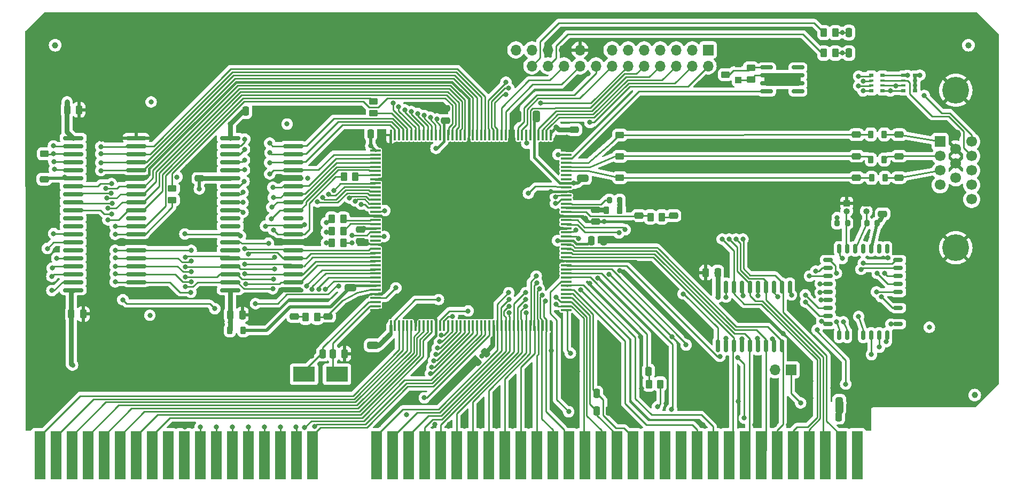
<source format=gbr>
%TF.GenerationSoftware,KiCad,Pcbnew,8.0.5-dirty*%
%TF.CreationDate,2025-01-01T18:08:14-08:00*%
%TF.ProjectId,nightshade,6e696768-7473-4686-9164-652e6b696361,rev?*%
%TF.SameCoordinates,Original*%
%TF.FileFunction,Copper,L1,Top*%
%TF.FilePolarity,Positive*%
%FSLAX46Y46*%
G04 Gerber Fmt 4.6, Leading zero omitted, Abs format (unit mm)*
G04 Created by KiCad (PCBNEW 8.0.5-dirty) date 2025-01-01 18:08:14*
%MOMM*%
%LPD*%
G01*
G04 APERTURE LIST*
G04 Aperture macros list*
%AMRoundRect*
0 Rectangle with rounded corners*
0 $1 Rounding radius*
0 $2 $3 $4 $5 $6 $7 $8 $9 X,Y pos of 4 corners*
0 Add a 4 corners polygon primitive as box body*
4,1,4,$2,$3,$4,$5,$6,$7,$8,$9,$2,$3,0*
0 Add four circle primitives for the rounded corners*
1,1,$1+$1,$2,$3*
1,1,$1+$1,$4,$5*
1,1,$1+$1,$6,$7*
1,1,$1+$1,$8,$9*
0 Add four rect primitives between the rounded corners*
20,1,$1+$1,$2,$3,$4,$5,0*
20,1,$1+$1,$4,$5,$6,$7,0*
20,1,$1+$1,$6,$7,$8,$9,0*
20,1,$1+$1,$8,$9,$2,$3,0*%
G04 Aperture macros list end*
%TA.AperFunction,SMDPad,CuDef*%
%ADD10RoundRect,0.250000X0.650000X-0.325000X0.650000X0.325000X-0.650000X0.325000X-0.650000X-0.325000X0*%
%TD*%
%TA.AperFunction,SMDPad,CuDef*%
%ADD11RoundRect,0.250000X-0.325000X-0.650000X0.325000X-0.650000X0.325000X0.650000X-0.325000X0.650000X0*%
%TD*%
%TA.AperFunction,SMDPad,CuDef*%
%ADD12RoundRect,0.250000X0.475000X-0.250000X0.475000X0.250000X-0.475000X0.250000X-0.475000X-0.250000X0*%
%TD*%
%TA.AperFunction,SMDPad,CuDef*%
%ADD13RoundRect,0.250000X-0.475000X0.250000X-0.475000X-0.250000X0.475000X-0.250000X0.475000X0.250000X0*%
%TD*%
%TA.AperFunction,SMDPad,CuDef*%
%ADD14RoundRect,0.250000X-0.250000X-0.475000X0.250000X-0.475000X0.250000X0.475000X-0.250000X0.475000X0*%
%TD*%
%TA.AperFunction,SMDPad,CuDef*%
%ADD15RoundRect,0.250000X0.250000X0.475000X-0.250000X0.475000X-0.250000X-0.475000X0.250000X-0.475000X0*%
%TD*%
%TA.AperFunction,SMDPad,CuDef*%
%ADD16R,1.000000X1.000000*%
%TD*%
%TA.AperFunction,SMDPad,CuDef*%
%ADD17RoundRect,0.218750X0.218750X0.381250X-0.218750X0.381250X-0.218750X-0.381250X0.218750X-0.381250X0*%
%TD*%
%TA.AperFunction,ConnectorPad*%
%ADD18R,1.780000X7.620000*%
%TD*%
%TA.AperFunction,ComponentPad*%
%ADD19R,1.700000X1.700000*%
%TD*%
%TA.AperFunction,ComponentPad*%
%ADD20O,1.700000X1.700000*%
%TD*%
%TA.AperFunction,SMDPad,CuDef*%
%ADD21RoundRect,0.249998X-0.262502X-0.450002X0.262502X-0.450002X0.262502X0.450002X-0.262502X0.450002X0*%
%TD*%
%TA.AperFunction,SMDPad,CuDef*%
%ADD22RoundRect,0.249998X0.262502X0.450002X-0.262502X0.450002X-0.262502X-0.450002X0.262502X-0.450002X0*%
%TD*%
%TA.AperFunction,SMDPad,CuDef*%
%ADD23RoundRect,0.249998X-0.450002X0.262502X-0.450002X-0.262502X0.450002X-0.262502X0.450002X0.262502X0*%
%TD*%
%TA.AperFunction,SMDPad,CuDef*%
%ADD24RoundRect,0.250100X0.449900X-0.262400X0.449900X0.262400X-0.449900X0.262400X-0.449900X-0.262400X0*%
%TD*%
%TA.AperFunction,SMDPad,CuDef*%
%ADD25RoundRect,0.249998X0.450002X-0.262502X0.450002X0.262502X-0.450002X0.262502X-0.450002X-0.262502X0*%
%TD*%
%TA.AperFunction,SMDPad,CuDef*%
%ADD26RoundRect,0.150000X0.150000X-0.875000X0.150000X0.875000X-0.150000X0.875000X-0.150000X-0.875000X0*%
%TD*%
%TA.AperFunction,SMDPad,CuDef*%
%ADD27RoundRect,0.150000X-1.475000X-0.150000X1.475000X-0.150000X1.475000X0.150000X-1.475000X0.150000X0*%
%TD*%
%TA.AperFunction,SMDPad,CuDef*%
%ADD28RoundRect,0.250000X-0.650000X0.325000X-0.650000X-0.325000X0.650000X-0.325000X0.650000X0.325000X0*%
%TD*%
%TA.AperFunction,SMDPad,CuDef*%
%ADD29C,1.000000*%
%TD*%
%TA.AperFunction,SMDPad,CuDef*%
%ADD30RoundRect,0.200000X-0.200000X-0.275000X0.200000X-0.275000X0.200000X0.275000X-0.200000X0.275000X0*%
%TD*%
%TA.AperFunction,SMDPad,CuDef*%
%ADD31RoundRect,0.218750X-0.218750X-0.381250X0.218750X-0.381250X0.218750X0.381250X-0.218750X0.381250X0*%
%TD*%
%TA.AperFunction,SMDPad,CuDef*%
%ADD32RoundRect,0.150000X-0.825000X-0.150000X0.825000X-0.150000X0.825000X0.150000X-0.825000X0.150000X0*%
%TD*%
%TA.AperFunction,SMDPad,CuDef*%
%ADD33R,3.500000X2.400000*%
%TD*%
%TA.AperFunction,SMDPad,CuDef*%
%ADD34R,0.800000X0.500000*%
%TD*%
%TA.AperFunction,SMDPad,CuDef*%
%ADD35R,0.800000X0.400000*%
%TD*%
%TA.AperFunction,ComponentPad*%
%ADD36R,1.000000X1.000000*%
%TD*%
%TA.AperFunction,ComponentPad*%
%ADD37O,1.000000X1.000000*%
%TD*%
%TA.AperFunction,SMDPad,CuDef*%
%ADD38RoundRect,0.200000X0.200000X0.275000X-0.200000X0.275000X-0.200000X-0.275000X0.200000X-0.275000X0*%
%TD*%
%TA.AperFunction,SMDPad,CuDef*%
%ADD39RoundRect,0.100000X0.100000X-0.775000X0.100000X0.775000X-0.100000X0.775000X-0.100000X-0.775000X0*%
%TD*%
%TA.AperFunction,SMDPad,CuDef*%
%ADD40RoundRect,0.100000X0.775000X-0.100000X0.775000X0.100000X-0.775000X0.100000X-0.775000X-0.100000X0*%
%TD*%
%TA.AperFunction,SMDPad,CuDef*%
%ADD41RoundRect,0.150000X-0.150000X-0.587500X0.150000X-0.587500X0.150000X0.587500X-0.150000X0.587500X0*%
%TD*%
%TA.AperFunction,SMDPad,CuDef*%
%ADD42RoundRect,0.150000X-0.587500X-0.150000X0.587500X-0.150000X0.587500X0.150000X-0.587500X0.150000X0*%
%TD*%
%TA.AperFunction,SMDPad,CuDef*%
%ADD43RoundRect,0.250000X-0.159099X0.512652X-0.512652X0.159099X0.159099X-0.512652X0.512652X-0.159099X0*%
%TD*%
%TA.AperFunction,ComponentPad*%
%ADD44C,4.246000*%
%TD*%
%TA.AperFunction,ComponentPad*%
%ADD45R,1.695000X1.695000*%
%TD*%
%TA.AperFunction,ComponentPad*%
%ADD46C,1.695000*%
%TD*%
%TA.AperFunction,ViaPad*%
%ADD47C,0.800000*%
%TD*%
%TA.AperFunction,Conductor*%
%ADD48C,0.390000*%
%TD*%
%TA.AperFunction,Conductor*%
%ADD49C,0.500000*%
%TD*%
%TA.AperFunction,Conductor*%
%ADD50C,0.400000*%
%TD*%
%TA.AperFunction,Conductor*%
%ADD51C,0.750000*%
%TD*%
%TA.AperFunction,Conductor*%
%ADD52C,0.250000*%
%TD*%
%TA.AperFunction,Conductor*%
%ADD53C,1.270000*%
%TD*%
G04 APERTURE END LIST*
D10*
%TO.P,C7,1*%
%TO.N,GND*%
X170900000Y-111275000D03*
%TO.P,C7,2*%
%TO.N,/AVcc*%
X170900000Y-108325000D03*
%TD*%
D11*
%TO.P,C8,1*%
%TO.N,GND*%
X160564869Y-98507718D03*
%TO.P,C8,2*%
%TO.N,/AVcc*%
X163514871Y-98507718D03*
%TD*%
D12*
%TO.P,C10,1*%
%TO.N,GND*%
X172900000Y-115250000D03*
%TO.P,C10,2*%
%TO.N,/VCLKVCC*%
X172900000Y-113350000D03*
%TD*%
D10*
%TO.P,C25,1*%
%TO.N,/VCC*%
X137600000Y-134875000D03*
%TO.P,C25,2*%
%TO.N,GND*%
X137600000Y-131925000D03*
%TD*%
D12*
%TO.P,C37,1*%
%TO.N,GND*%
X185250000Y-116200000D03*
%TO.P,C37,2*%
%TO.N,Net-(C37-Pad2)*%
X185250000Y-114300000D03*
%TD*%
%TO.P,C39,1*%
%TO.N,GND*%
X125150000Y-132200000D03*
%TO.P,C39,2*%
%TO.N,Net-(C39-Pad2)*%
X125150000Y-130300000D03*
%TD*%
D13*
%TO.P,C44,1*%
%TO.N,/VFILTER*%
X179750000Y-114300000D03*
%TO.P,C44,2*%
%TO.N,GND*%
X179750000Y-116200000D03*
%TD*%
%TO.P,C46,1*%
%TO.N,/MFILTER*%
X130500000Y-130250000D03*
%TO.P,C46,2*%
%TO.N,GND*%
X130500000Y-132150000D03*
%TD*%
D11*
%TO.P,C22,1*%
%TO.N,/VCC*%
X211525000Y-144000000D03*
%TO.P,C22,2*%
%TO.N,GND*%
X214475000Y-144000000D03*
%TD*%
D14*
%TO.P,C24,1*%
%TO.N,/VCC*%
X211450000Y-146200000D03*
%TO.P,C24,2*%
%TO.N,GND*%
X213350000Y-146200000D03*
%TD*%
D12*
%TO.P,C26,1*%
%TO.N,GND*%
X214250000Y-110150000D03*
%TO.P,C26,2*%
%TO.N,/BLUE*%
X214250000Y-108250000D03*
%TD*%
%TO.P,C28,1*%
%TO.N,GND*%
X214250000Y-106750000D03*
%TO.P,C28,2*%
%TO.N,/GREEN*%
X214250000Y-104850000D03*
%TD*%
%TO.P,C29,1*%
%TO.N,GND*%
X214250000Y-103350000D03*
%TO.P,C29,2*%
%TO.N,/RED*%
X214250000Y-101450000D03*
%TD*%
%TO.P,C33,1*%
%TO.N,GND*%
X221000000Y-110150000D03*
%TO.P,C33,2*%
%TO.N,/B*%
X221000000Y-108250000D03*
%TD*%
%TO.P,C34,1*%
%TO.N,GND*%
X221000000Y-106750000D03*
%TO.P,C34,2*%
%TO.N,/G*%
X221000000Y-104850000D03*
%TD*%
%TO.P,C35,1*%
%TO.N,GND*%
X221000000Y-103350000D03*
%TO.P,C35,2*%
%TO.N,/R*%
X221000000Y-101450000D03*
%TD*%
D15*
%TO.P,C2,1*%
%TO.N,GND*%
X119350000Y-97700000D03*
%TO.P,C2,2*%
%TO.N,/VCC*%
X117450000Y-97700000D03*
%TD*%
D13*
%TO.P,C5,1*%
%TO.N,GND*%
X110100000Y-106500000D03*
%TO.P,C5,2*%
%TO.N,/VCC*%
X110100000Y-108400000D03*
%TD*%
D16*
%TO.P,D1,1,K*%
%TO.N,GND*%
X195500000Y-90250000D03*
%TO.P,D1,2,A*%
%TO.N,Net-(D1-A)*%
X195500000Y-92750000D03*
%TD*%
D17*
%TO.P,FB1,1*%
%TO.N,/R*%
X218662500Y-101400000D03*
%TO.P,FB1,2*%
%TO.N,/RED*%
X216537500Y-101400000D03*
%TD*%
%TO.P,FB2,1*%
%TO.N,/G*%
X218662500Y-105400000D03*
%TO.P,FB2,2*%
%TO.N,/GREEN*%
X216537500Y-105400000D03*
%TD*%
%TO.P,FB3,1*%
%TO.N,/B*%
X218762500Y-108300000D03*
%TO.P,FB3,2*%
%TO.N,/BLUE*%
X216637500Y-108300000D03*
%TD*%
D18*
%TO.P,J2,32,IO*%
%TO.N,unconnected-(J2-IO-Pad32)*%
X214350000Y-152310000D03*
%TO.P,J2,33,DB7*%
%TO.N,/SD7*%
X211810000Y-152310000D03*
%TO.P,J2,34,DB6*%
%TO.N,/SD6*%
X209270000Y-152310000D03*
%TO.P,J2,35,DB5*%
%TO.N,/SD5*%
X206730000Y-152310000D03*
%TO.P,J2,36,DB4*%
%TO.N,/SD4*%
X204190000Y-152310000D03*
%TO.P,J2,37,DB3*%
%TO.N,/SD3*%
X201650000Y-152310000D03*
%TO.P,J2,38,DB2*%
%TO.N,/SD2*%
X199110000Y-152310000D03*
%TO.P,J2,39,DB1*%
%TO.N,/SD1*%
X196570000Y-152310000D03*
%TO.P,J2,40,DB0*%
%TO.N,/SD0*%
X194030000Y-152310000D03*
%TO.P,J2,41,IO_READY*%
%TO.N,/IOCHRDY*%
X191490000Y-152310000D03*
%TO.P,J2,42,AEN*%
%TO.N,/AEN*%
X188950000Y-152310000D03*
%TO.P,J2,43,BA19*%
%TO.N,unconnected-(J2-BA19-Pad43)*%
X186410000Y-152310000D03*
%TO.P,J2,44,BA18*%
%TO.N,unconnected-(J2-BA18-Pad44)*%
X183870000Y-152310000D03*
%TO.P,J2,45,BA17*%
%TO.N,unconnected-(J2-BA17-Pad45)*%
X181330000Y-152310000D03*
%TO.P,J2,46,BA16*%
%TO.N,/SA16*%
X178790000Y-152310000D03*
%TO.P,J2,47,BA15*%
%TO.N,/SA15*%
X176250000Y-152310000D03*
%TO.P,J2,48,BA14*%
%TO.N,/SA14*%
X173710000Y-152310000D03*
%TO.P,J2,49,BA13*%
%TO.N,/SA13*%
X171170000Y-152310000D03*
%TO.P,J2,50,BA12*%
%TO.N,/SA12*%
X168630000Y-152310000D03*
%TO.P,J2,51,BA11*%
%TO.N,/SA11*%
X166090000Y-152310000D03*
%TO.P,J2,52,BA10*%
%TO.N,/SA10*%
X163550000Y-152310000D03*
%TO.P,J2,53,BA09*%
%TO.N,/SA9*%
X161010000Y-152310000D03*
%TO.P,J2,54,BA08*%
%TO.N,/SA8*%
X158470000Y-152310000D03*
%TO.P,J2,55,BA07*%
%TO.N,/SA7*%
X155930000Y-152310000D03*
%TO.P,J2,56,BA06*%
%TO.N,/SA6*%
X153390000Y-152310000D03*
%TO.P,J2,57,BA05*%
%TO.N,/SA5*%
X150850000Y-152310000D03*
%TO.P,J2,58,BA04*%
%TO.N,/SA4*%
X148310000Y-152310000D03*
%TO.P,J2,59,BA03*%
%TO.N,/SA3*%
X145770000Y-152310000D03*
%TO.P,J2,60,BA02*%
%TO.N,/SA2*%
X143230000Y-152310000D03*
%TO.P,J2,61,BA01*%
%TO.N,/SA1*%
X140690000Y-152310000D03*
%TO.P,J2,62,BA00*%
%TO.N,/SA0*%
X138150000Y-152310000D03*
%TO.P,J2,81,SBHE*%
%TO.N,/SBHE*%
X127990000Y-152310000D03*
%TO.P,J2,82,LA23*%
%TO.N,/SA23*%
X125450000Y-152310000D03*
%TO.P,J2,83,LA22*%
%TO.N,/SA22*%
X122910000Y-152310000D03*
%TO.P,J2,84,LA21*%
%TO.N,/SA21*%
X120370000Y-152310000D03*
%TO.P,J2,85,LA20*%
%TO.N,/SA20*%
X117830000Y-152310000D03*
%TO.P,J2,86,LA19*%
%TO.N,/SA19*%
X115290000Y-152310000D03*
%TO.P,J2,87,LA18*%
%TO.N,/SA18*%
X112750000Y-152310000D03*
%TO.P,J2,88,LA17*%
%TO.N,/SA17*%
X110210000Y-152310000D03*
%TO.P,J2,89,~{MEMR}*%
%TO.N,unconnected-(J2-~{MEMR}-Pad89)*%
X107670000Y-152310000D03*
%TO.P,J2,90,~{MEMW}*%
%TO.N,unconnected-(J2-~{MEMW}-Pad90)*%
X105130000Y-152310000D03*
%TO.P,J2,91,D8*%
%TO.N,/SD8*%
X102590000Y-152310000D03*
%TO.P,J2,92,D9*%
%TO.N,/SD9*%
X100050000Y-152310000D03*
%TO.P,J2,93,D10*%
%TO.N,/SD10*%
X97510000Y-152310000D03*
%TO.P,J2,94,D11*%
%TO.N,/SD11*%
X94970000Y-152310000D03*
%TO.P,J2,95,D12*%
%TO.N,/SD12*%
X92430000Y-152310000D03*
%TO.P,J2,96,D13*%
%TO.N,/SD13*%
X89890000Y-152310000D03*
%TO.P,J2,97,D14*%
%TO.N,/SD14*%
X87350000Y-152310000D03*
%TO.P,J2,98,D15*%
%TO.N,/SD15*%
X84810000Y-152310000D03*
%TD*%
D19*
%TO.P,JP3,1,1*%
%TO.N,/IRQ2*%
X203886707Y-138750000D03*
D20*
%TO.P,JP3,2,2*%
%TO.N,/IRQ*%
X201346707Y-138750000D03*
%TD*%
D21*
%TO.P,R27,1*%
%TO.N,/VFILTER*%
X181587500Y-114500000D03*
%TO.P,R27,2*%
%TO.N,Net-(C37-Pad2)*%
X183412500Y-114500000D03*
%TD*%
D22*
%TO.P,R28,1*%
%TO.N,/MFILTER*%
X128750000Y-130400000D03*
%TO.P,R28,2*%
%TO.N,Net-(C39-Pad2)*%
X126925000Y-130400000D03*
%TD*%
D23*
%TO.P,R15,1*%
%TO.N,Net-(R14-Pad2)*%
X197500000Y-90837500D03*
%TO.P,R15,2*%
%TO.N,Net-(D1-A)*%
X197500000Y-92662500D03*
%TD*%
%TO.P,R14,1*%
%TO.N,GND*%
X193500000Y-90087500D03*
%TO.P,R14,2*%
%TO.N,Net-(R14-Pad2)*%
X193500000Y-91912500D03*
%TD*%
D24*
%TO.P,R29,1*%
%TO.N,GND*%
X85550000Y-106325000D03*
D25*
%TO.P,R29,2*%
%TO.N,/MD17*%
X85550000Y-104500000D03*
%TD*%
D26*
%TO.P,U6,1,OEa*%
%TO.N,/ROM_ENA*%
X192285000Y-134950000D03*
%TO.P,U6,2,I0a*%
%TO.N,/BD4*%
X193555000Y-134950000D03*
%TO.P,U6,3,O3b*%
%TO.N,/SD0*%
X194825000Y-134950000D03*
%TO.P,U6,4,I1a*%
%TO.N,/BD5*%
X196095000Y-134950000D03*
%TO.P,U6,5,O2b*%
%TO.N,/SD1*%
X197365000Y-134950000D03*
%TO.P,U6,6,I2a*%
%TO.N,/BD6*%
X198635000Y-134950000D03*
%TO.P,U6,7,O1b*%
%TO.N,/SD2*%
X199905000Y-134950000D03*
%TO.P,U6,8,I3a*%
%TO.N,/BD7*%
X201175000Y-134950000D03*
%TO.P,U6,9,O0b*%
%TO.N,/SD3*%
X202445000Y-134950000D03*
%TO.P,U6,10,GND*%
%TO.N,GND*%
X203715000Y-134950000D03*
%TO.P,U6,11,I0b*%
%TO.N,/BD3*%
X203715000Y-125650000D03*
%TO.P,U6,12,O3a*%
%TO.N,/SD7*%
X202445000Y-125650000D03*
%TO.P,U6,13,I1b*%
%TO.N,/BD2*%
X201175000Y-125650000D03*
%TO.P,U6,14,O2a*%
%TO.N,/SD6*%
X199905000Y-125650000D03*
%TO.P,U6,15,I2b*%
%TO.N,/BD1*%
X198635000Y-125650000D03*
%TO.P,U6,16,O1a*%
%TO.N,/SD5*%
X197365000Y-125650000D03*
%TO.P,U6,17,I3b*%
%TO.N,/BD0*%
X196095000Y-125650000D03*
%TO.P,U6,18,O0a*%
%TO.N,/SD4*%
X194825000Y-125650000D03*
%TO.P,U6,19,OEb*%
%TO.N,/ROM_ENA*%
X193555000Y-125650000D03*
%TO.P,U6,20,VCC*%
%TO.N,/VCC*%
X192285000Y-125650000D03*
%TD*%
D27*
%TO.P,U2,1,Vcc*%
%TO.N,/VCC*%
X115000000Y-101972000D03*
%TO.P,U2,2,IO1*%
%TO.N,/MD0*%
X115000000Y-103240000D03*
%TO.P,U2,3,IO2*%
%TO.N,/MD1*%
X115000000Y-104510000D03*
%TO.P,U2,4,IO3*%
%TO.N,/MD2*%
X115000000Y-105780000D03*
%TO.P,U2,5,IO4*%
%TO.N,/MD3*%
X115000000Y-107050000D03*
%TO.P,U2,6,Vcc*%
%TO.N,/VCC*%
X115000000Y-108320000D03*
%TO.P,U2,7,IO5*%
%TO.N,/MD4*%
X115000000Y-109590000D03*
%TO.P,U2,8,IO6*%
%TO.N,/MD5*%
X115000000Y-110860000D03*
%TO.P,U2,9,IO7*%
%TO.N,/MD6*%
X115000000Y-112130000D03*
%TO.P,U2,10,IO8*%
%TO.N,/MD7*%
X115000000Y-113400000D03*
%TO.P,U2,11,NC*%
%TO.N,unconnected-(U2-NC-Pad11)*%
X115000000Y-114670000D03*
%TO.P,U2,12,NC*%
%TO.N,unconnected-(U2-NC-Pad12)*%
X115000000Y-115940000D03*
%TO.P,U2,13,~{WE}*%
%TO.N,/WE*%
X115000000Y-117210000D03*
%TO.P,U2,14,~{RAS}*%
%TO.N,/RAS0*%
X115000000Y-118480000D03*
%TO.P,U2,15,NC*%
%TO.N,unconnected-(U2-NC-Pad15)*%
X115000000Y-119750000D03*
%TO.P,U2,16,A0*%
%TO.N,/MA0*%
X115000000Y-121020000D03*
%TO.P,U2,17,A1*%
%TO.N,/MA1*%
X115000000Y-122290000D03*
%TO.P,U2,18,A2*%
%TO.N,/MA2*%
X115000000Y-123560000D03*
%TO.P,U2,19,A3*%
%TO.N,/MA3*%
X115000000Y-124830000D03*
%TO.P,U2,20,Vcc*%
%TO.N,/VCC*%
X115000000Y-126100000D03*
%TO.P,U2,21,GND*%
%TO.N,GND*%
X124970000Y-126100000D03*
%TO.P,U2,22,A4*%
%TO.N,/MA4*%
X124970000Y-124830000D03*
%TO.P,U2,23,A5*%
%TO.N,/MA5*%
X124970000Y-123560000D03*
%TO.P,U2,24,A6*%
%TO.N,/MA6*%
X124970000Y-122290000D03*
%TO.P,U2,25,A7*%
%TO.N,/MA7*%
X124970000Y-121020000D03*
%TO.P,U2,26,A8*%
%TO.N,/MA8*%
X124970000Y-119750000D03*
%TO.P,U2,27,~{OE}*%
%TO.N,GND*%
X124970000Y-118480000D03*
%TO.P,U2,28,~{UCAS}*%
%TO.N,/CAS1*%
X124970000Y-117210000D03*
%TO.P,U2,29,~{LCAS}*%
%TO.N,/CAS0*%
X124970000Y-115940000D03*
%TO.P,U2,30,NC*%
%TO.N,unconnected-(U2-NC-Pad30)*%
X124970000Y-114670000D03*
%TO.P,U2,31,IO9*%
%TO.N,/MD8*%
X124970000Y-113400000D03*
%TO.P,U2,32,IO10*%
%TO.N,/MD9*%
X124970000Y-112130000D03*
%TO.P,U2,33,IO11*%
%TO.N,/MD10*%
X124970000Y-110860000D03*
%TO.P,U2,34,IO12*%
%TO.N,/MD11*%
X124970000Y-109590000D03*
%TO.P,U2,35,GND*%
%TO.N,GND*%
X124970000Y-108320000D03*
%TO.P,U2,36,IO13*%
%TO.N,/MD12*%
X124970000Y-107050000D03*
%TO.P,U2,37,IO14*%
%TO.N,/MD13*%
X124970000Y-105780000D03*
%TO.P,U2,38,IO15*%
%TO.N,/MD14*%
X124970000Y-104510000D03*
%TO.P,U2,39,IO16*%
%TO.N,/MD15*%
X124970000Y-103240000D03*
%TO.P,U2,40,GND*%
%TO.N,GND*%
X124970000Y-101970000D03*
%TD*%
%TO.P,U3,1,Vcc*%
%TO.N,/VCC*%
X90100000Y-101972000D03*
%TO.P,U3,2,IO1*%
%TO.N,/MD16*%
X90100000Y-103240000D03*
%TO.P,U3,3,IO2*%
%TO.N,/MD17*%
X90100000Y-104510000D03*
%TO.P,U3,4,IO3*%
%TO.N,/MD18*%
X90100000Y-105780000D03*
%TO.P,U3,5,IO4*%
%TO.N,/MD19*%
X90100000Y-107050000D03*
%TO.P,U3,6,Vcc*%
%TO.N,/VCC*%
X90100000Y-108320000D03*
%TO.P,U3,7,IO5*%
%TO.N,/MD20*%
X90100000Y-109590000D03*
%TO.P,U3,8,IO6*%
%TO.N,/MD21*%
X90100000Y-110860000D03*
%TO.P,U3,9,IO7*%
%TO.N,/MD22*%
X90100000Y-112130000D03*
%TO.P,U3,10,IO8*%
%TO.N,/MD23*%
X90100000Y-113400000D03*
%TO.P,U3,11,NC*%
%TO.N,unconnected-(U3-NC-Pad11)*%
X90100000Y-114670000D03*
%TO.P,U3,12,NC*%
%TO.N,unconnected-(U3-NC-Pad12)*%
X90100000Y-115940000D03*
%TO.P,U3,13,~{WE}*%
%TO.N,/WE*%
X90100000Y-117210000D03*
%TO.P,U3,14,~{RAS}*%
%TO.N,/RAS0*%
X90100000Y-118480000D03*
%TO.P,U3,15,NC*%
%TO.N,unconnected-(U3-NC-Pad15)*%
X90100000Y-119750000D03*
%TO.P,U3,16,A0*%
%TO.N,/MA0*%
X90100000Y-121020000D03*
%TO.P,U3,17,A1*%
%TO.N,/MA1*%
X90100000Y-122290000D03*
%TO.P,U3,18,A2*%
%TO.N,/MA2*%
X90100000Y-123560000D03*
%TO.P,U3,19,A3*%
%TO.N,/MA3*%
X90100000Y-124830000D03*
%TO.P,U3,20,Vcc*%
%TO.N,/VCC*%
X90100000Y-126100000D03*
%TO.P,U3,21,GND*%
%TO.N,GND*%
X100070000Y-126100000D03*
%TO.P,U3,22,A4*%
%TO.N,/MA4*%
X100070000Y-124830000D03*
%TO.P,U3,23,A5*%
%TO.N,/MA5*%
X100070000Y-123560000D03*
%TO.P,U3,24,A6*%
%TO.N,/MA6*%
X100070000Y-122290000D03*
%TO.P,U3,25,A7*%
%TO.N,/MA7*%
X100070000Y-121020000D03*
%TO.P,U3,26,A8*%
%TO.N,/MA8*%
X100070000Y-119750000D03*
%TO.P,U3,27,~{OE}*%
%TO.N,GND*%
X100070000Y-118480000D03*
%TO.P,U3,28,~{UCAS}*%
%TO.N,/CAS3*%
X100070000Y-117210000D03*
%TO.P,U3,29,~{LCAS}*%
%TO.N,/CAS2*%
X100070000Y-115940000D03*
%TO.P,U3,30,NC*%
%TO.N,unconnected-(U3-NC-Pad30)*%
X100070000Y-114670000D03*
%TO.P,U3,31,IO9*%
%TO.N,/MD24*%
X100070000Y-113400000D03*
%TO.P,U3,32,IO10*%
%TO.N,/MD25*%
X100070000Y-112130000D03*
%TO.P,U3,33,IO11*%
%TO.N,/MD26*%
X100070000Y-110860000D03*
%TO.P,U3,34,IO12*%
%TO.N,/MD27*%
X100070000Y-109590000D03*
%TO.P,U3,35,GND*%
%TO.N,GND*%
X100070000Y-108320000D03*
%TO.P,U3,36,IO13*%
%TO.N,/MD28*%
X100070000Y-107050000D03*
%TO.P,U3,37,IO14*%
%TO.N,/MD29*%
X100070000Y-105780000D03*
%TO.P,U3,38,IO15*%
%TO.N,/MD30*%
X100070000Y-104510000D03*
%TO.P,U3,39,IO16*%
%TO.N,/MD31*%
X100070000Y-103240000D03*
%TO.P,U3,40,GND*%
%TO.N,GND*%
X100070000Y-101970000D03*
%TD*%
D15*
%TO.P,C42,1*%
%TO.N,/VCC*%
X192250000Y-123325000D03*
%TO.P,C42,2*%
%TO.N,GND*%
X190350000Y-123325000D03*
%TD*%
D28*
%TO.P,C30,1*%
%TO.N,/MCLKVCC*%
X134000000Y-125700000D03*
%TO.P,C30,2*%
%TO.N,GND*%
X134000000Y-128650000D03*
%TD*%
D25*
%TO.P,R16,1*%
%TO.N,GND*%
X176750000Y-110075000D03*
%TO.P,R16,2*%
%TO.N,/BLUE*%
X176750000Y-108250000D03*
%TD*%
%TO.P,R17,1*%
%TO.N,GND*%
X176750000Y-106700000D03*
%TO.P,R17,2*%
%TO.N,/GREEN*%
X176750000Y-104875000D03*
%TD*%
%TO.P,R18,1*%
%TO.N,GND*%
X176750000Y-103325000D03*
%TO.P,R18,2*%
%TO.N,/RED*%
X176750000Y-101500000D03*
%TD*%
D29*
%TO.P,FID1,*%
%TO.N,*%
X232000000Y-87250000D03*
%TD*%
%TO.P,FID2,*%
%TO.N,*%
X233000000Y-142750000D03*
%TD*%
%TO.P,FID3,*%
%TO.N,*%
X87250000Y-87250000D03*
%TD*%
D30*
%TO.P,R11,1*%
%TO.N,/TWR*%
X175075000Y-111800000D03*
%TO.P,R11,2*%
%TO.N,/VCC*%
X176725000Y-111800000D03*
%TD*%
D15*
%TO.P,C15,1*%
%TO.N,GND*%
X183200000Y-139000000D03*
%TO.P,C15,2*%
%TO.N,/~{IOR}*%
X181300000Y-139000000D03*
%TD*%
D22*
%TO.P,R13,1*%
%TO.N,Net-(J2-~{IOR})*%
X183162500Y-141000000D03*
%TO.P,R13,2*%
%TO.N,/~{IOR}*%
X181337500Y-141000000D03*
%TD*%
D15*
%TO.P,C17,1*%
%TO.N,GND*%
X175000000Y-145250000D03*
%TO.P,C17,2*%
%TO.N,/SA15*%
X173100000Y-145250000D03*
%TD*%
%TO.P,C18,1*%
%TO.N,GND*%
X175000000Y-142500000D03*
%TO.P,C18,2*%
%TO.N,/SA16*%
X173100000Y-142500000D03*
%TD*%
D22*
%TO.P,R3,1*%
%TO.N,Net-(U1-RAS)*%
X132912500Y-118643011D03*
%TO.P,R3,2*%
%TO.N,/RAS0*%
X131087500Y-118643011D03*
%TD*%
%TO.P,R4,1*%
%TO.N,Net-(U1-CAS)*%
X132912500Y-116725000D03*
%TO.P,R4,2*%
%TO.N,/WE*%
X131087500Y-116725000D03*
%TD*%
D23*
%TO.P,R5,1*%
%TO.N,Net-(U1-WE3)*%
X105800000Y-109987500D03*
%TO.P,R5,2*%
%TO.N,/CAS3*%
X105800000Y-111812500D03*
%TD*%
D25*
%TO.P,R6,1*%
%TO.N,Net-(U1-WE2)*%
X137700000Y-98000000D03*
%TO.P,R6,2*%
%TO.N,/CAS2*%
X137700000Y-96175000D03*
%TD*%
D22*
%TO.P,R7,1*%
%TO.N,Net-(U1-WE1)*%
X134825000Y-108125000D03*
%TO.P,R7,2*%
%TO.N,/CAS1*%
X133000000Y-108125000D03*
%TD*%
%TO.P,R8,1*%
%TO.N,Net-(U1-WE0)*%
X132900000Y-114825000D03*
%TO.P,R8,2*%
%TO.N,/CAS0*%
X131075000Y-114825000D03*
%TD*%
D21*
%TO.P,R9,1*%
%TO.N,/VSYNC*%
X209087500Y-85250000D03*
%TO.P,R9,2*%
%TO.N,Net-(C14-Pad1)*%
X210912500Y-85250000D03*
%TD*%
%TO.P,R10,1*%
%TO.N,/HSYNC*%
X209087500Y-88500000D03*
%TO.P,R10,2*%
%TO.N,Net-(C11-Pad1)*%
X210912500Y-88500000D03*
%TD*%
D30*
%TO.P,R24,1*%
%TO.N,/VCC*%
X211175000Y-115500000D03*
%TO.P,R24,2*%
%TO.N,/A15*%
X212825000Y-115500000D03*
%TD*%
D31*
%TO.P,FB5,1*%
%TO.N,/VCC*%
X114937500Y-132500000D03*
%TO.P,FB5,2*%
%TO.N,/MCLKVCC*%
X117062500Y-132500000D03*
%TD*%
D15*
%TO.P,C13,1*%
%TO.N,/XTAL*%
X129650000Y-136200000D03*
%TO.P,C13,2*%
%TO.N,GND*%
X127750000Y-136200000D03*
%TD*%
%TO.P,C56,1*%
%TO.N,GND*%
X91031425Y-97500000D03*
%TO.P,C56,2*%
%TO.N,/VCC*%
X89131425Y-97500000D03*
%TD*%
D19*
%TO.P,J1,1,Pin_1*%
%TO.N,unconnected-(J1-Pin_1-Pad1)*%
X190734770Y-88000000D03*
D20*
%TO.P,J1,2,Pin_2*%
%TO.N,/P0*%
X190734770Y-90540000D03*
%TO.P,J1,3,Pin_3*%
%TO.N,unconnected-(J1-Pin_3-Pad3)*%
X188194770Y-88000000D03*
%TO.P,J1,4,Pin_4*%
%TO.N,/P1*%
X188194770Y-90540000D03*
%TO.P,J1,5,Pin_5*%
%TO.N,unconnected-(J1-Pin_5-Pad5)*%
X185654770Y-88000000D03*
%TO.P,J1,6,Pin_6*%
%TO.N,/P2*%
X185654770Y-90540000D03*
%TO.P,J1,7,Pin_7*%
%TO.N,/EVIDEO*%
X183114770Y-88000000D03*
%TO.P,J1,8,Pin_8*%
%TO.N,/P3*%
X183114770Y-90540000D03*
%TO.P,J1,9,Pin_9*%
%TO.N,/ESYNC*%
X180574770Y-88000000D03*
%TO.P,J1,10,Pin_10*%
%TO.N,/P4*%
X180574770Y-90540000D03*
%TO.P,J1,11,Pin_11*%
%TO.N,/EDCLK*%
X178034770Y-88000000D03*
%TO.P,J1,12,Pin_12*%
%TO.N,/P5*%
X178034770Y-90540000D03*
%TO.P,J1,13,Pin_13*%
%TO.N,/VCC*%
X175494770Y-88000000D03*
%TO.P,J1,14,Pin_14*%
%TO.N,/P6*%
X175494770Y-90540000D03*
%TO.P,J1,15,Pin_15*%
%TO.N,GND*%
X172954770Y-88000000D03*
%TO.P,J1,16,Pin_16*%
%TO.N,/P7*%
X172954770Y-90540000D03*
%TO.P,J1,17,Pin_17*%
%TO.N,GND*%
X170414770Y-88000000D03*
%TO.P,J1,18,Pin_18*%
%TO.N,/DCLK*%
X170414770Y-90540000D03*
%TO.P,J1,19,Pin_19*%
%TO.N,GND*%
X167874770Y-88000000D03*
%TO.P,J1,20,Pin_20*%
%TO.N,/BLANK*%
X167874770Y-90540000D03*
%TO.P,J1,21,Pin_21*%
%TO.N,GND*%
X165334770Y-88000000D03*
%TO.P,J1,22,Pin_22*%
%TO.N,/HSYNC*%
X165334770Y-90540000D03*
%TO.P,J1,23,Pin_23*%
%TO.N,/MCLK*%
X162794770Y-88000000D03*
%TO.P,J1,24,Pin_24*%
%TO.N,/VSYNC*%
X162794770Y-90540000D03*
%TO.P,J1,25,Pin_25*%
%TO.N,/OVRW*%
X160254770Y-88000000D03*
%TO.P,J1,26,Pin_26*%
%TO.N,GND*%
X160254770Y-90540000D03*
%TD*%
D32*
%TO.P,U4,1*%
%TO.N,Net-(R14-Pad2)*%
X200025000Y-90790000D03*
%TO.P,U4,2*%
%TO.N,Net-(D1-A)*%
X200025000Y-92060000D03*
%TO.P,U4,3*%
X200025000Y-93330000D03*
%TO.P,U4,4*%
%TO.N,/IREF*%
X200025000Y-94600000D03*
%TO.P,U4,5*%
%TO.N,N/C*%
X204975000Y-94600000D03*
%TO.P,U4,6*%
%TO.N,Net-(D1-A)*%
X204975000Y-93330000D03*
%TO.P,U4,7*%
X204975000Y-92060000D03*
%TO.P,U4,8*%
%TO.N,N/C*%
X204975000Y-90790000D03*
%TD*%
D13*
%TO.P,C41,1*%
%TO.N,GND*%
X218400000Y-112100000D03*
%TO.P,C41,2*%
%TO.N,/VCC*%
X218400000Y-114000000D03*
%TD*%
D33*
%TO.P,Y1,1,1*%
%TO.N,/OSC*%
X131900000Y-139450000D03*
%TO.P,Y1,2,2*%
%TO.N,/XTAL*%
X126700000Y-139450000D03*
%TD*%
D14*
%TO.P,C12,1*%
%TO.N,/OSC*%
X131250000Y-136200000D03*
%TO.P,C12,2*%
%TO.N,GND*%
X133150000Y-136200000D03*
%TD*%
D34*
%TO.P,RN1,1,R1.1*%
%TO.N,/MID3*%
X218400000Y-94450000D03*
D35*
%TO.P,RN1,2,R2.1*%
%TO.N,/MID2*%
X218400000Y-93650000D03*
%TO.P,RN1,3,R3.1*%
%TO.N,/MID1*%
X218400000Y-92850000D03*
D34*
%TO.P,RN1,4,R4.1*%
%TO.N,/MID0*%
X218400000Y-92050000D03*
%TO.P,RN1,5,R4.2*%
%TO.N,/P0*%
X216600000Y-92050000D03*
D35*
%TO.P,RN1,6,R3.2*%
%TO.N,/P1*%
X216600000Y-92850000D03*
%TO.P,RN1,7,R2.2*%
%TO.N,/P2*%
X216600000Y-93650000D03*
D34*
%TO.P,RN1,8,R1.2*%
%TO.N,/P3*%
X216600000Y-94450000D03*
%TD*%
D14*
%TO.P,C32,1*%
%TO.N,/VCC*%
X172250000Y-118250000D03*
%TO.P,C32,2*%
%TO.N,GND*%
X174150000Y-118250000D03*
%TD*%
D15*
%TO.P,C3,1*%
%TO.N,GND*%
X116900000Y-130000000D03*
%TO.P,C3,2*%
%TO.N,/VCC*%
X115000000Y-130000000D03*
%TD*%
D34*
%TO.P,RN2,1,R1.1*%
%TO.N,/VCC*%
X223500000Y-94450000D03*
D35*
%TO.P,RN2,2,R2.1*%
X223500000Y-93650000D03*
%TO.P,RN2,3,R3.1*%
X223500000Y-92850000D03*
D34*
%TO.P,RN2,4,R4.1*%
X223500000Y-92050000D03*
%TO.P,RN2,5,R4.2*%
%TO.N,/MID0*%
X221700000Y-92050000D03*
D35*
%TO.P,RN2,6,R3.2*%
%TO.N,/MID1*%
X221700000Y-92850000D03*
%TO.P,RN2,7,R2.2*%
%TO.N,/MID2*%
X221700000Y-93650000D03*
D34*
%TO.P,RN2,8,R1.2*%
%TO.N,/MID3*%
X221700000Y-94450000D03*
%TD*%
D15*
%TO.P,C54,1*%
%TO.N,GND*%
X91700000Y-129900000D03*
%TO.P,C54,2*%
%TO.N,/VCC*%
X89800000Y-129900000D03*
%TD*%
D36*
%TO.P,JP2,1,A*%
%TO.N,GND*%
X215800000Y-112300000D03*
D37*
%TO.P,JP2,2,B*%
%TO.N,/A16*%
X215800000Y-113570000D03*
%TD*%
D17*
%TO.P,FB4,1*%
%TO.N,/VCC*%
X176750000Y-113400000D03*
%TO.P,FB4,2*%
%TO.N,/VCLKVCC*%
X174625000Y-113400000D03*
%TD*%
D14*
%TO.P,C4,1*%
%TO.N,/VCC*%
X137250000Y-101300000D03*
%TO.P,C4,2*%
%TO.N,GND*%
X139150000Y-101300000D03*
%TD*%
D38*
%TO.P,R25,1*%
%TO.N,/VCC*%
X217525000Y-115500000D03*
%TO.P,R25,2*%
%TO.N,/A16*%
X215875000Y-115500000D03*
%TD*%
D13*
%TO.P,C48,1*%
%TO.N,/VCC*%
X169550000Y-100650000D03*
%TO.P,C48,2*%
%TO.N,GND*%
X169550000Y-102550000D03*
%TD*%
D39*
%TO.P,U1,1,Vcc1*%
%TO.N,/VCC*%
X140450000Y-131750000D03*
%TO.P,U1,2,EROM*%
%TO.N,/ROM_ENA*%
X141100000Y-131750000D03*
%TO.P,U1,3,SD15*%
%TO.N,/SD15*%
X141750000Y-131750000D03*
%TO.P,U1,4,SD14*%
%TO.N,/SD14*%
X142400000Y-131750000D03*
%TO.P,U1,5,SD13*%
%TO.N,/SD13*%
X143050000Y-131750000D03*
%TO.P,U1,6,SD12*%
%TO.N,/SD12*%
X143700000Y-131750000D03*
%TO.P,U1,7,Vss1*%
%TO.N,GND*%
X144350000Y-131750000D03*
%TO.P,U1,8,SD11*%
%TO.N,/SD11*%
X145000000Y-131750000D03*
%TO.P,U1,9,SD10*%
%TO.N,/SD10*%
X145650000Y-131750000D03*
%TO.P,U1,10,SD9*%
%TO.N,/SD9*%
X146300000Y-131750000D03*
%TO.P,U1,11,SD8*%
%TO.N,/SD8*%
X146950000Y-131750000D03*
%TO.P,U1,12,Vss2*%
%TO.N,GND*%
X147600000Y-131750000D03*
%TO.P,U1,13,MEMW*%
%TO.N,/~{MEMW}*%
X148250000Y-131750000D03*
%TO.P,U1,14,MEMR*%
%TO.N,/~{MEMR}*%
X148900000Y-131750000D03*
%TO.P,U1,15,LA17*%
%TO.N,/SA17*%
X149550000Y-131750000D03*
%TO.P,U1,16,LA18*%
%TO.N,/SA18*%
X150200000Y-131750000D03*
%TO.P,U1,17,LA19*%
%TO.N,/SA19*%
X150850000Y-131750000D03*
%TO.P,U1,18,LA20*%
%TO.N,/SA20*%
X151500000Y-131750000D03*
%TO.P,U1,19,LA21*%
%TO.N,/SA21*%
X152150000Y-131750000D03*
%TO.P,U1,20,LA22*%
%TO.N,/SA22*%
X152800000Y-131750000D03*
%TO.P,U1,21,LA23*%
%TO.N,/SA23*%
X153450000Y-131750000D03*
%TO.P,U1,22,IOCS16*%
%TO.N,/IOCS16*%
X154100000Y-131750000D03*
%TO.P,U1,23,MCS16*%
%TO.N,/MCS16*%
X154750000Y-131750000D03*
%TO.P,U1,24,SBHE*%
%TO.N,/SBHE*%
X155400000Y-131750000D03*
%TO.P,U1,25,BALE*%
%TO.N,/ALE*%
X156050000Y-131750000D03*
%TO.P,U1,26,Vcc2*%
%TO.N,/VCC*%
X156700000Y-131750000D03*
%TO.P,U1,27,SA0*%
%TO.N,/SA0*%
X157350000Y-131750000D03*
%TO.P,U1,28,SA1*%
%TO.N,/SA1*%
X158000000Y-131750000D03*
%TO.P,U1,29,SA2*%
%TO.N,/SA2*%
X158650000Y-131750000D03*
%TO.P,U1,30,SA3*%
%TO.N,/SA3*%
X159300000Y-131750000D03*
%TO.P,U1,31,SA4*%
%TO.N,/SA4*%
X159950000Y-131750000D03*
%TO.P,U1,32,SA5*%
%TO.N,/SA5*%
X160600000Y-131750000D03*
%TO.P,U1,33,SA6*%
%TO.N,/SA6*%
X161250000Y-131750000D03*
%TO.P,U1,34,SA7*%
%TO.N,/SA7*%
X161900000Y-131750000D03*
%TO.P,U1,35,SA8*%
%TO.N,/SA8*%
X162550000Y-131750000D03*
%TO.P,U1,36,SA9*%
%TO.N,/SA9*%
X163200000Y-131750000D03*
%TO.P,U1,37,SA10*%
%TO.N,/SA10*%
X163850000Y-131750000D03*
%TO.P,U1,38,SA11*%
%TO.N,/SA11*%
X164500000Y-131750000D03*
%TO.P,U1,39,SA12*%
%TO.N,/SA12*%
X165150000Y-131750000D03*
%TO.P,U1,40,Vss3*%
%TO.N,GND*%
X165800000Y-131750000D03*
D40*
%TO.P,U1,41,RESET*%
%TO.N,/RC_RESET*%
X168250000Y-129300000D03*
%TO.P,U1,42,SA13*%
%TO.N,/SA13*%
X168250000Y-128650000D03*
%TO.P,U1,43,SA14*%
%TO.N,/SA14*%
X168250000Y-128000000D03*
%TO.P,U1,44,SA15*%
%TO.N,/SA15*%
X168250000Y-127350000D03*
%TO.P,U1,45,SA16*%
%TO.N,/SA16*%
X168250000Y-126700000D03*
%TO.P,U1,46,AEN*%
%TO.N,/AEN*%
X168250000Y-126050000D03*
%TO.P,U1,47,IOCHRDY*%
%TO.N,/IOCHRDY*%
X168250000Y-125400000D03*
%TO.P,U1,48,REFRESH*%
%TO.N,/REFRESH*%
X168250000Y-124750000D03*
%TO.P,U1,49,IOR*%
%TO.N,/~{IOR}*%
X168250000Y-124100000D03*
%TO.P,U1,50,IOW*%
%TO.N,/~{IOW}*%
X168250000Y-123450000D03*
%TO.P,U1,51,0WS*%
%TO.N,/0WS*%
X168250000Y-122800000D03*
%TO.P,U1,52,IRQ*%
%TO.N,/IRQ*%
X168250000Y-122150000D03*
%TO.P,U1,53,Vss4*%
%TO.N,GND*%
X168250000Y-121500000D03*
%TO.P,U1,54,SD0*%
%TO.N,/SD0*%
X168250000Y-120850000D03*
%TO.P,U1,55,SD1*%
%TO.N,/SD1*%
X168250000Y-120200000D03*
%TO.P,U1,56,SD2*%
%TO.N,/SD2*%
X168250000Y-119550000D03*
%TO.P,U1,57,SD3*%
%TO.N,/SD3*%
X168250000Y-118900000D03*
%TO.P,U1,58,Vcc3*%
%TO.N,/VCC*%
X168250000Y-118250000D03*
%TO.P,U1,59,SD4*%
%TO.N,/SD4*%
X168250000Y-117600000D03*
%TO.P,U1,60,SD5*%
%TO.N,/SD5*%
X168250000Y-116950000D03*
%TO.P,U1,61,Vss5*%
%TO.N,GND*%
X168250000Y-116300000D03*
%TO.P,U1,62,SD6*%
%TO.N,/SD6*%
X168250000Y-115650000D03*
%TO.P,U1,63,SD7*%
%TO.N,/SD7*%
X168250000Y-115000000D03*
%TO.P,U1,64,VCLKGND*%
%TO.N,GND*%
X168250000Y-114350000D03*
%TO.P,U1,65,VFILTER*%
%TO.N,/VFILTER*%
X168250000Y-113700000D03*
%TO.P,U1,66,VCLKVcc*%
%TO.N,/VCLKVCC*%
X168250000Y-113050000D03*
%TO.P,U1,67,TWR*%
%TO.N,/TWR*%
X168250000Y-112400000D03*
%TO.P,U1,68,VSYNC*%
%TO.N,/VSYNC*%
X168250000Y-111750000D03*
%TO.P,U1,69,HSYNC*%
%TO.N,/HSYNC*%
X168250000Y-111100000D03*
%TO.P,U1,70,DACGND1*%
%TO.N,GND*%
X168250000Y-110450000D03*
%TO.P,U1,71,OVRW*%
%TO.N,/OVRW*%
X168250000Y-109800000D03*
%TO.P,U1,72,DACVcc1*%
%TO.N,/AVcc*%
X168250000Y-109150000D03*
%TO.P,U1,73,EEDI*%
%TO.N,unconnected-(U1-EEDI-Pad73)*%
X168250000Y-108500000D03*
%TO.P,U1,74,EECS*%
%TO.N,unconnected-(U1-EECS-Pad74)*%
X168250000Y-107850000D03*
%TO.P,U1,75,BLUE*%
%TO.N,/BLUE*%
X168250000Y-107200000D03*
%TO.P,U1,76,GREEN*%
%TO.N,/GREEN*%
X168250000Y-106550000D03*
%TO.P,U1,77,RED*%
%TO.N,/RED*%
X168250000Y-105900000D03*
%TO.P,U1,78,IREF*%
%TO.N,/IREF*%
X168250000Y-105250000D03*
%TO.P,U1,79,P0*%
%TO.N,/P0*%
X168250000Y-104600000D03*
%TO.P,U1,80,Vss6*%
%TO.N,GND*%
X168250000Y-103950000D03*
D39*
%TO.P,U1,81,Vcc4*%
%TO.N,/VCC*%
X165800000Y-101500000D03*
%TO.P,U1,82,P1*%
%TO.N,/P1*%
X165150000Y-101500000D03*
%TO.P,U1,83,P2*%
%TO.N,/P2*%
X164500000Y-101500000D03*
%TO.P,U1,84,P3*%
%TO.N,/P3*%
X163850000Y-101500000D03*
%TO.P,U1,85,DACVcc2*%
%TO.N,/AVcc*%
X163200000Y-101500000D03*
%TO.P,U1,86,P4*%
%TO.N,/P4*%
X162550000Y-101500000D03*
%TO.P,U1,87,P5*%
%TO.N,/P5*%
X161900000Y-101500000D03*
%TO.P,U1,88,P6*%
%TO.N,/P6*%
X161250000Y-101500000D03*
%TO.P,U1,89,P7*%
%TO.N,/P7*%
X160600000Y-101500000D03*
%TO.P,U1,90,DACGND2*%
%TO.N,GND*%
X159950000Y-101500000D03*
%TO.P,U1,91,Vss7*%
X159300000Y-101500000D03*
%TO.P,U1,92,DCLK*%
%TO.N,/DCLK*%
X158650000Y-101500000D03*
%TO.P,U1,93,BLANK*%
%TO.N,/BLANK*%
X158000000Y-101500000D03*
%TO.P,U1,94,EVIDEO*%
%TO.N,/EVIDEO*%
X157350000Y-101500000D03*
%TO.P,U1,95,ESYNC*%
%TO.N,/ESYNC*%
X156700000Y-101500000D03*
%TO.P,U1,96,EDCLK*%
%TO.N,/EDCLK*%
X156050000Y-101500000D03*
%TO.P,U1,97,MD31*%
%TO.N,/MD31*%
X155400000Y-101500000D03*
%TO.P,U1,98,MD30*%
%TO.N,/MD30*%
X154750000Y-101500000D03*
%TO.P,U1,99,MD29*%
%TO.N,/MD29*%
X154100000Y-101500000D03*
%TO.P,U1,100,MD28*%
%TO.N,/MD28*%
X153450000Y-101500000D03*
%TO.P,U1,101,Vss8*%
%TO.N,GND*%
X152800000Y-101500000D03*
%TO.P,U1,102,MD27*%
%TO.N,/MD27*%
X152150000Y-101500000D03*
%TO.P,U1,103,MD26*%
%TO.N,/MD26*%
X151500000Y-101500000D03*
%TO.P,U1,104,MD25*%
%TO.N,/MD25*%
X150850000Y-101500000D03*
%TO.P,U1,105,MD24*%
%TO.N,/MD24*%
X150200000Y-101500000D03*
%TO.P,U1,106,WE3*%
%TO.N,Net-(U1-WE3)*%
X149550000Y-101500000D03*
%TO.P,U1,107,Vcc5*%
%TO.N,/VCC*%
X148900000Y-101500000D03*
%TO.P,U1,108,MD23*%
%TO.N,/MD23*%
X148250000Y-101500000D03*
%TO.P,U1,109,MD22*%
%TO.N,/MD22*%
X147600000Y-101500000D03*
%TO.P,U1,110,MD21*%
%TO.N,/MD21*%
X146950000Y-101500000D03*
%TO.P,U1,111,MD20*%
%TO.N,/MD20*%
X146300000Y-101500000D03*
%TO.P,U1,112,MD19*%
%TO.N,/MD19*%
X145650000Y-101500000D03*
%TO.P,U1,113,MD18*%
%TO.N,/MD18*%
X145000000Y-101500000D03*
%TO.P,U1,114,MD17*%
%TO.N,/MD17*%
X144350000Y-101500000D03*
%TO.P,U1,115,MD16*%
%TO.N,/MD16*%
X143700000Y-101500000D03*
%TO.P,U1,116,WE2*%
%TO.N,Net-(U1-WE2)*%
X143050000Y-101500000D03*
%TO.P,U1,117,MD15*%
%TO.N,/MD15*%
X142400000Y-101500000D03*
%TO.P,U1,118,MD14*%
%TO.N,/MD14*%
X141750000Y-101500000D03*
%TO.P,U1,119,MD13*%
%TO.N,/MD13*%
X141100000Y-101500000D03*
%TO.P,U1,120,Vss9*%
%TO.N,GND*%
X140450000Y-101500000D03*
D40*
%TO.P,U1,121,Vcc6*%
%TO.N,/VCC*%
X138000000Y-103950000D03*
%TO.P,U1,122,MD12*%
%TO.N,/MD12*%
X138000000Y-104600000D03*
%TO.P,U1,123,MD11*%
%TO.N,/MD11*%
X138000000Y-105250000D03*
%TO.P,U1,124,MD10*%
%TO.N,/MD10*%
X138000000Y-105900000D03*
%TO.P,U1,125,MD9*%
%TO.N,/MD9*%
X138000000Y-106550000D03*
%TO.P,U1,126,MD8*%
%TO.N,/MD8*%
X138000000Y-107200000D03*
%TO.P,U1,127,WE1*%
%TO.N,Net-(U1-WE1)*%
X138000000Y-107850000D03*
%TO.P,U1,128,Vss10*%
%TO.N,GND*%
X138000000Y-108500000D03*
%TO.P,U1,129,MD7*%
%TO.N,/MD7*%
X138000000Y-109150000D03*
%TO.P,U1,130,MD6*%
%TO.N,/MD6*%
X138000000Y-109800000D03*
%TO.P,U1,131,MD5*%
%TO.N,/MD5*%
X138000000Y-110450000D03*
%TO.P,U1,132,MD4*%
%TO.N,/MD4*%
X138000000Y-111100000D03*
%TO.P,U1,133,MD3*%
%TO.N,/MD3*%
X138000000Y-111750000D03*
%TO.P,U1,134,MD2*%
%TO.N,/MD2*%
X138000000Y-112400000D03*
%TO.P,U1,135,MD1*%
%TO.N,/MD1*%
X138000000Y-113050000D03*
%TO.P,U1,136,MD0*%
%TO.N,/MD0*%
X138000000Y-113700000D03*
%TO.P,U1,137,Vss11*%
%TO.N,GND*%
X138000000Y-114350000D03*
%TO.P,U1,138,WE0*%
%TO.N,Net-(U1-WE0)*%
X138000000Y-115000000D03*
%TO.P,U1,139,CAS*%
%TO.N,Net-(U1-CAS)*%
X138000000Y-115650000D03*
%TO.P,U1,140,Vcc7*%
%TO.N,/VCC*%
X138000000Y-116300000D03*
%TO.P,U1,141,OE*%
%TO.N,/RAS1*%
X138000000Y-116950000D03*
%TO.P,U1,142,RAS*%
%TO.N,Net-(U1-RAS)*%
X138000000Y-117600000D03*
%TO.P,U1,143,MA9*%
%TO.N,/MA9*%
X138000000Y-118250000D03*
%TO.P,U1,144,Vss12*%
%TO.N,GND*%
X138000000Y-118900000D03*
%TO.P,U1,145,MA8*%
%TO.N,/MA8*%
X138000000Y-119550000D03*
%TO.P,U1,146,MA7*%
%TO.N,/MA7*%
X138000000Y-120200000D03*
%TO.P,U1,147,MA6*%
%TO.N,/MA6*%
X138000000Y-120850000D03*
%TO.P,U1,148,MA5*%
%TO.N,/MA5*%
X138000000Y-121500000D03*
%TO.P,U1,149,MA4*%
%TO.N,/MA4*%
X138000000Y-122150000D03*
%TO.P,U1,150,MA3*%
%TO.N,/MA3*%
X138000000Y-122800000D03*
%TO.P,U1,151,MA2*%
%TO.N,/MA2*%
X138000000Y-123450000D03*
%TO.P,U1,152,MA1*%
%TO.N,/MA1*%
X138000000Y-124100000D03*
%TO.P,U1,153,MA0*%
%TO.N,/MA0*%
X138000000Y-124750000D03*
%TO.P,U1,154,MCLKVcc*%
%TO.N,/MCLKVCC*%
X138000000Y-125400000D03*
%TO.P,U1,155,MFILTER*%
%TO.N,/MFILTER*%
X138000000Y-126050000D03*
%TO.P,U1,156,MCLKGND*%
%TO.N,GND*%
X138000000Y-126700000D03*
%TO.P,U1,157,MCLK*%
%TO.N,/MCLK*%
X138000000Y-127350000D03*
%TO.P,U1,158,XTAL*%
%TO.N,/XTAL*%
X138000000Y-128000000D03*
%TO.P,U1,159,OSC*%
%TO.N,/OSC*%
X138000000Y-128650000D03*
%TO.P,U1,160,Vss13*%
%TO.N,GND*%
X138000000Y-129300000D03*
%TD*%
D36*
%TO.P,JP1,1,A*%
%TO.N,GND*%
X212700000Y-112300000D03*
D37*
%TO.P,JP1,2,B*%
%TO.N,/A15*%
X212700000Y-113570000D03*
%TD*%
D41*
%TO.P,U5,1,VPP*%
%TO.N,unconnected-(U5-VPP-Pad1)*%
X215300000Y-119562500D03*
%TO.P,U5,2,A16*%
%TO.N,/A16*%
X214030000Y-119562500D03*
%TO.P,U5,3,A15*%
%TO.N,/A15*%
X212760000Y-119562500D03*
%TO.P,U5,4,A12*%
%TO.N,/SA12*%
X211490000Y-119562500D03*
D42*
%TO.P,U5,5,A7*%
%TO.N,/SA7*%
X209737500Y-121320000D03*
%TO.P,U5,6,A6*%
%TO.N,/SA6*%
X209737500Y-122590000D03*
%TO.P,U5,7,A5*%
%TO.N,/SA5*%
X209737500Y-123860000D03*
%TO.P,U5,8,A4*%
%TO.N,/SA4*%
X209737500Y-125130000D03*
%TO.P,U5,9,A3*%
%TO.N,/SA3*%
X209737500Y-126400000D03*
%TO.P,U5,10,A2*%
%TO.N,/SA2*%
X209737500Y-127670000D03*
%TO.P,U5,11,A1*%
%TO.N,/SA1*%
X209737500Y-128940000D03*
%TO.P,U5,12,A0*%
%TO.N,/SA0*%
X209737500Y-130210000D03*
%TO.P,U5,13,D0*%
%TO.N,/BD0*%
X209737500Y-131480000D03*
D41*
%TO.P,U5,14,D1*%
%TO.N,/BD1*%
X211490000Y-133237500D03*
%TO.P,U5,15,D2*%
%TO.N,/BD2*%
X212760000Y-133237500D03*
%TO.P,U5,16,GND*%
%TO.N,GND*%
X214030000Y-133237500D03*
%TO.P,U5,17,D3*%
%TO.N,/BD3*%
X215300000Y-133237500D03*
%TO.P,U5,18,D4*%
%TO.N,/BD4*%
X216570000Y-133237500D03*
%TO.P,U5,19,D5*%
%TO.N,/BD5*%
X217840000Y-133237500D03*
%TO.P,U5,20,D6*%
%TO.N,/BD6*%
X219110000Y-133237500D03*
D42*
%TO.P,U5,21,D7*%
%TO.N,/BD7*%
X220862500Y-131480000D03*
%TO.P,U5,22,~{CE}*%
%TO.N,GND*%
X220862500Y-130210000D03*
%TO.P,U5,23,A10*%
%TO.N,/SA10*%
X220862500Y-128940000D03*
%TO.P,U5,24,~{OE}*%
%TO.N,GND*%
X220862500Y-127670000D03*
%TO.P,U5,25,A11*%
%TO.N,/SA11*%
X220862500Y-126400000D03*
%TO.P,U5,26,A9*%
%TO.N,/SA9*%
X220862500Y-125130000D03*
%TO.P,U5,27,A8*%
%TO.N,/SA8*%
X220862500Y-123860000D03*
%TO.P,U5,28,A13*%
%TO.N,/SA13*%
X220862500Y-122590000D03*
%TO.P,U5,29,A14*%
%TO.N,/SA14*%
X220862500Y-121320000D03*
D41*
%TO.P,U5,30*%
%TO.N,N/C*%
X219110000Y-119562500D03*
%TO.P,U5,31,~{PGM}*%
%TO.N,unconnected-(U5-~{PGM}-Pad31)*%
X217840000Y-119562500D03*
%TO.P,U5,32,VCC*%
%TO.N,/VCC*%
X216570000Y-119562500D03*
%TD*%
D12*
%TO.P,C52,1*%
%TO.N,GND*%
X85500000Y-110400000D03*
%TO.P,C52,2*%
%TO.N,/VCC*%
X85500000Y-108500000D03*
%TD*%
D43*
%TO.P,C49,1*%
%TO.N,/VCC*%
X155421751Y-136018249D03*
%TO.P,C49,2*%
%TO.N,GND*%
X154078249Y-137361751D03*
%TD*%
D13*
%TO.P,C47,1*%
%TO.N,/VCC*%
X135669695Y-116450000D03*
%TO.P,C47,2*%
%TO.N,GND*%
X135669695Y-118350000D03*
%TD*%
D14*
%TO.P,C11,1*%
%TO.N,Net-(C11-Pad1)*%
X213050000Y-88500000D03*
%TO.P,C11,2*%
%TO.N,GND*%
X214950000Y-88500000D03*
%TD*%
%TO.P,C14,1*%
%TO.N,Net-(C14-Pad1)*%
X213050000Y-85250000D03*
%TO.P,C14,2*%
%TO.N,GND*%
X214950000Y-85250000D03*
%TD*%
D12*
%TO.P,C50,1*%
%TO.N,/VCC*%
X149100000Y-99200000D03*
%TO.P,C50,2*%
%TO.N,GND*%
X149100000Y-97300000D03*
%TD*%
D44*
%TO.P,J3,0*%
%TO.N,GND*%
X230000000Y-119395000D03*
X230000000Y-94405000D03*
D45*
%TO.P,J3,1*%
%TO.N,/R*%
X227500000Y-102545000D03*
D46*
%TO.P,J3,2*%
%TO.N,/G*%
X227500000Y-104835000D03*
%TO.P,J3,3*%
%TO.N,/B*%
X227500000Y-107125000D03*
%TO.P,J3,4*%
%TO.N,/MID2*%
X227500000Y-109415000D03*
%TO.P,J3,5*%
%TO.N,GND*%
X227500000Y-111705000D03*
%TO.P,J3,6*%
X230000000Y-101400000D03*
%TO.P,J3,7*%
X230000000Y-103690000D03*
%TO.P,J3,8*%
X230000000Y-105980000D03*
%TO.P,J3,9*%
%TO.N,unconnected-(J3-Pad9)*%
X230000000Y-108270000D03*
%TO.P,J3,10*%
%TO.N,GND*%
X230000000Y-110560000D03*
%TO.P,J3,11*%
%TO.N,/MID0*%
X232500000Y-102545000D03*
%TO.P,J3,12*%
%TO.N,/MID1*%
X232500000Y-104835000D03*
%TO.P,J3,13*%
%TO.N,Net-(C11-Pad1)*%
X232500000Y-107125000D03*
%TO.P,J3,14*%
%TO.N,Net-(C14-Pad1)*%
X232500000Y-109415000D03*
%TO.P,J3,15*%
%TO.N,/MID3*%
X232500000Y-111705000D03*
%TD*%
D47*
%TO.N,/AVcc*%
X169459874Y-109149999D03*
%TO.N,GND*%
X140200000Y-103750000D03*
X187400000Y-103250000D03*
X83300000Y-106080000D03*
X83250000Y-93590000D03*
X83300000Y-97840000D03*
X83300000Y-102090000D03*
X164000000Y-121000000D03*
X204750000Y-117750000D03*
X154200000Y-129600000D03*
X215400000Y-82500000D03*
X116140000Y-82500000D03*
X235000000Y-123400000D03*
X131950000Y-82500000D03*
X217700000Y-106800000D03*
X195480000Y-82500000D03*
X178858999Y-115352140D03*
X200000000Y-109500000D03*
X232000000Y-82500000D03*
X183250000Y-110500000D03*
X140550000Y-82500000D03*
X236100000Y-86500000D03*
X230250000Y-138000000D03*
X222700000Y-115000000D03*
X183300000Y-99750000D03*
X184100000Y-144075000D03*
X227500000Y-100500000D03*
X144972192Y-130200000D03*
X111750000Y-105250000D03*
X200000000Y-106500000D03*
X83250000Y-138850000D03*
X153400000Y-137900000D03*
X107770000Y-147780000D03*
X187400000Y-99750000D03*
X179500000Y-106500000D03*
X203475000Y-147500000D03*
X173720000Y-82500000D03*
X229250000Y-137000000D03*
X211250000Y-117750000D03*
X83300000Y-88990000D03*
X157250000Y-142250000D03*
X235000000Y-140900000D03*
X182400000Y-133500000D03*
X211250000Y-140500000D03*
X120250000Y-99700000D03*
X202600000Y-133000000D03*
X214000000Y-137750000D03*
X233300000Y-115600000D03*
X173271015Y-124174999D03*
X235000000Y-114300000D03*
X207750000Y-117750000D03*
X189911992Y-147513008D03*
X83300000Y-117790000D03*
X154750000Y-144000000D03*
X204400000Y-103250000D03*
X127550000Y-99700000D03*
X169620000Y-82500000D03*
X154675000Y-147400000D03*
X161710000Y-82500000D03*
X97000000Y-108250000D03*
X83300000Y-121900000D03*
X195800000Y-99750000D03*
X176500000Y-145250000D03*
X179500000Y-110500000D03*
X96750000Y-126250000D03*
X123740000Y-82500000D03*
X198500000Y-141000000D03*
X191700000Y-103250000D03*
X166400000Y-144800000D03*
X186750000Y-115250000D03*
X195750000Y-147500000D03*
X119940000Y-82500000D03*
X226850000Y-115600000D03*
X222500000Y-126750000D03*
X235000000Y-132150000D03*
X219250000Y-121000000D03*
X139888904Y-125738904D03*
X171900000Y-110700000D03*
X191700000Y-106500000D03*
X230250000Y-136000000D03*
X195500000Y-143750000D03*
X212000000Y-126750000D03*
X179500000Y-103250000D03*
X180000000Y-133500000D03*
X165775000Y-110440000D03*
X207000000Y-143250000D03*
X198750000Y-112500000D03*
X191700000Y-99750000D03*
X219600000Y-82500000D03*
X162225000Y-147375000D03*
X195140000Y-129150000D03*
X164288286Y-102966290D03*
X94600000Y-102200000D03*
X99540000Y-82550000D03*
X195800000Y-103250000D03*
X136150000Y-82500000D03*
X176746015Y-123000000D03*
X198100000Y-147500000D03*
X217250000Y-137750000D03*
X191120000Y-82500000D03*
X152250000Y-145750000D03*
X207000000Y-140500000D03*
X217600000Y-110000000D03*
X207750000Y-115000000D03*
X182320000Y-82500000D03*
X132900000Y-101800000D03*
X201250000Y-147490000D03*
X200000000Y-103250000D03*
X147000000Y-130200000D03*
X144950000Y-82500000D03*
X195500000Y-114250000D03*
X187400000Y-106450000D03*
X170571015Y-126074999D03*
X201750000Y-115000000D03*
X230050000Y-143500000D03*
X83300000Y-113990000D03*
X186720000Y-82500000D03*
X228250000Y-82500000D03*
X83250000Y-142880000D03*
X201750000Y-117750000D03*
X183300000Y-103250000D03*
X199590000Y-82500000D03*
X207190000Y-82500000D03*
X169658876Y-110698783D03*
X138500000Y-147500000D03*
X228250000Y-136000000D03*
X85250000Y-84500000D03*
X204400000Y-99750000D03*
X235000000Y-136400000D03*
X205000000Y-140500000D03*
X214000000Y-126750000D03*
X83250000Y-134740000D03*
X228250000Y-138000000D03*
X176100000Y-135000000D03*
X210500000Y-141600000D03*
X179500000Y-99750000D03*
X201250000Y-143250000D03*
X187750000Y-130000000D03*
X94940000Y-82500000D03*
X191750000Y-110500000D03*
X153800000Y-82500000D03*
X214250000Y-115250000D03*
X159750000Y-147375000D03*
X83300000Y-86500000D03*
X174250000Y-115250000D03*
X201250000Y-140500000D03*
X159750000Y-140750000D03*
X186850000Y-144875000D03*
X208800000Y-99750000D03*
X217250000Y-140500000D03*
X208800000Y-103250000D03*
X217800000Y-102800000D03*
X171262500Y-114737500D03*
X229250000Y-115600000D03*
X187286992Y-133463008D03*
X171951992Y-125048008D03*
X215900000Y-147100000D03*
X170000000Y-139000000D03*
X204400000Y-109500000D03*
X195800000Y-109500000D03*
X87050000Y-82550000D03*
X171700000Y-91800000D03*
X215900000Y-117700000D03*
X234100000Y-84500000D03*
X147400000Y-147400000D03*
X211250000Y-137750000D03*
X208750000Y-106500000D03*
X156000000Y-113900000D03*
X156040000Y-127890000D03*
X162250000Y-140750000D03*
X225550000Y-143500000D03*
X84890000Y-146960000D03*
X208800000Y-109500000D03*
X157175000Y-147400000D03*
X221250000Y-143500000D03*
X112030000Y-82500000D03*
X200000000Y-99750000D03*
X116750000Y-127500000D03*
X127850000Y-82500000D03*
X182325000Y-137500000D03*
X83250000Y-130990000D03*
X198500000Y-145000000D03*
X166759992Y-114340008D03*
X187500000Y-110500000D03*
X180224748Y-141758672D03*
X203390000Y-82500000D03*
X224050000Y-82500000D03*
X90950000Y-82500000D03*
X195800000Y-106500000D03*
X198750000Y-117750000D03*
X169975000Y-147400000D03*
X108040000Y-82500000D03*
X214000000Y-140500000D03*
X204400000Y-106500000D03*
X147950000Y-97300000D03*
X175061015Y-123564999D03*
X157910000Y-82500000D03*
X183300000Y-106500000D03*
X211300000Y-82500000D03*
X165900000Y-135700000D03*
X103790000Y-82500000D03*
X168350000Y-101850000D03*
X204750000Y-115000000D03*
X235000000Y-127650000D03*
X108200000Y-106500000D03*
X165510000Y-82500000D03*
X149700000Y-147400000D03*
X235000000Y-118800000D03*
X185000000Y-133500000D03*
X159750000Y-99750000D03*
X177920000Y-82500000D03*
X149350000Y-82500000D03*
X83300000Y-125790000D03*
X152050000Y-147400000D03*
%TO.N,/RC_RESET*%
X168900000Y-136100000D03*
%TO.N,/SA17*%
X148445000Y-133294903D03*
X110210000Y-147849998D03*
%TO.N,/SA18*%
X148145639Y-134301369D03*
X112780000Y-147849998D03*
%TO.N,/SA19*%
X147846313Y-135307802D03*
X115300000Y-147849998D03*
%TO.N,/SA20*%
X117830000Y-147849998D03*
X147546987Y-136314235D03*
%TO.N,/SA21*%
X147247661Y-137320667D03*
X120420000Y-147849998D03*
%TO.N,/SA22*%
X146948336Y-138327098D03*
X122920000Y-147849998D03*
%TO.N,/SA23*%
X125440000Y-147849998D03*
X146737950Y-139355806D03*
%TO.N,/IOCS16*%
X126800000Y-147900000D03*
%TO.N,/MCS16*%
X128326992Y-147726992D03*
%TO.N,/SA0*%
X159144296Y-126505031D03*
X206187191Y-128012809D03*
%TO.N,/SA1*%
X206135199Y-126864801D03*
X159175000Y-127554585D03*
%TO.N,/SA2*%
X159164862Y-128660739D03*
X208600000Y-127700000D03*
%TO.N,/SA3*%
X208500000Y-126500000D03*
X159155000Y-129722000D03*
%TO.N,/SA4*%
X161850000Y-126500000D03*
X208500000Y-125100000D03*
%TO.N,/SA5*%
X161850000Y-127550000D03*
X206805114Y-123894886D03*
%TO.N,/SA6*%
X207800000Y-123085000D03*
X161849636Y-128650110D03*
%TO.N,/SA7*%
X161865000Y-129700000D03*
X211077060Y-123429056D03*
%TO.N,/SA8*%
X218674175Y-123425825D03*
X163500000Y-123890881D03*
%TO.N,/SA9*%
X217551561Y-123448439D03*
X163626302Y-124933260D03*
%TO.N,/SA10*%
X218187703Y-127175000D03*
X163976235Y-125923236D03*
%TO.N,/SA11*%
X217412703Y-126400000D03*
X164415000Y-126920013D03*
%TO.N,/SA12*%
X212000000Y-121085000D03*
X164925000Y-127837836D03*
%TO.N,/SA13*%
X166677066Y-128367305D03*
X214977089Y-122814587D03*
%TO.N,/SA14*%
X166655777Y-127250000D03*
X215328122Y-121825000D03*
%TO.N,/SD4*%
X192961953Y-118025001D03*
X170210849Y-117916709D03*
%TO.N,/SD5*%
X194057969Y-118025001D03*
X169751757Y-116557522D03*
%TO.N,/SD6*%
X195153985Y-118025001D03*
X176600000Y-117025000D03*
%TO.N,/SD7*%
X196250000Y-118025000D03*
X177583148Y-116525000D03*
%TO.N,/ALE*%
X145750000Y-143200000D03*
%TO.N,/REFRESH*%
X168630000Y-145400000D03*
%TO.N,/~{IOW}*%
X184948439Y-145051561D03*
%TO.N,/~{MEMR}*%
X150202869Y-130275000D03*
%TO.N,/~{MEMW}*%
X152700000Y-129419500D03*
%TO.N,/0WS*%
X187250000Y-134800000D03*
X195450001Y-136825000D03*
X196475000Y-146400000D03*
%TO.N,/IRQ2*%
X205400000Y-144000000D03*
%TO.N,/RESET*%
X208000000Y-132400000D03*
X212550000Y-141000000D03*
%TO.N,/VSYNC*%
X166550000Y-112350000D03*
%TO.N,/HSYNC*%
X166550000Y-111290000D03*
%TO.N,/IRQ*%
X192601286Y-136607597D03*
%TO.N,/MD17*%
X87000000Y-104500000D03*
X141688892Y-97023008D03*
%TO.N,/MD26*%
X95396257Y-111524999D03*
%TO.N,/MD25*%
X95563299Y-113075000D03*
%TO.N,/MD19*%
X87100000Y-106900000D03*
X143690368Y-97793708D03*
%TO.N,/MD28*%
X94500000Y-107138000D03*
%TO.N,/MA0*%
X122000000Y-120904874D03*
X130087338Y-126000000D03*
X107900000Y-120888631D03*
X87500000Y-121020000D03*
%TO.N,/MA1*%
X107911639Y-122438631D03*
X122000000Y-122736731D03*
X86776992Y-122623008D03*
X129037335Y-126000000D03*
%TO.N,/MA2*%
X107900000Y-123988631D03*
X86725000Y-123921338D03*
X121815949Y-124334999D03*
X127987332Y-126000000D03*
%TO.N,/MA3*%
X107900000Y-125553831D03*
X127090887Y-125453293D03*
X86726519Y-126173475D03*
X121729970Y-125884999D03*
%TO.N,/MA4*%
X117477632Y-125109999D03*
X108750000Y-126450000D03*
X96750000Y-124800000D03*
%TO.N,/MA5*%
X96750000Y-123500000D03*
X108768978Y-124778831D03*
X117274999Y-123511731D03*
%TO.N,/MA6*%
X108800000Y-123213631D03*
X117263545Y-121961731D03*
X96750000Y-122300000D03*
%TO.N,/MA7*%
X96750000Y-121000000D03*
X108811159Y-121495001D03*
X117829695Y-120404874D03*
%TO.N,/MA8*%
X96750000Y-119800000D03*
X108800000Y-119800000D03*
X117271269Y-119515684D03*
%TO.N,/MD0*%
X139500021Y-113499808D03*
X117274866Y-102150000D03*
%TO.N,/MD1*%
X117250000Y-103750000D03*
X135758810Y-112475000D03*
%TO.N,/MD2*%
X134835500Y-111975000D03*
X117250000Y-105450000D03*
%TO.N,/MD3*%
X117250000Y-107025000D03*
X133900000Y-111475000D03*
%TO.N,/MD4*%
X117184052Y-108845001D03*
X128832324Y-112093117D03*
%TO.N,/MD5*%
X129647904Y-111431805D03*
X117000000Y-110580000D03*
%TO.N,/MD6*%
X130571214Y-110931805D03*
X117000000Y-112200001D03*
%TO.N,/MD7*%
X131388096Y-110272100D03*
X117000000Y-113750001D03*
%TO.N,/MD8*%
X121500000Y-114800000D03*
%TO.N,/MD9*%
X121599384Y-112975001D03*
%TO.N,/MD10*%
X121821641Y-111425001D03*
%TO.N,/MD11*%
X121725533Y-109811080D03*
%TO.N,/MD12*%
X121250000Y-107675000D03*
%TO.N,/MD13*%
X121251992Y-105875000D03*
%TO.N,/MD14*%
X121291587Y-104325000D03*
%TO.N,/MD15*%
X121251992Y-102775000D03*
%TO.N,/MD16*%
X86975000Y-103223439D03*
X140802017Y-96460907D03*
%TO.N,/MD18*%
X87053430Y-105696570D03*
X142648703Y-97523008D03*
%TO.N,/MD20*%
X96167024Y-109199999D03*
X144696801Y-98093034D03*
%TO.N,/MD21*%
X145703233Y-98392361D03*
X96104687Y-110749999D03*
%TO.N,/MD22*%
X96271728Y-112299999D03*
X146709666Y-98691688D03*
%TO.N,/MD23*%
X96200000Y-114000000D03*
X147725000Y-98959267D03*
%TO.N,/MD24*%
X95604321Y-114952486D03*
%TO.N,/MD27*%
X95300000Y-109950000D03*
%TO.N,/MD29*%
X94500000Y-105868000D03*
%TO.N,/MD30*%
X94500000Y-104500000D03*
%TO.N,/MD31*%
X94500000Y-103328000D03*
%TO.N,/ROM_ENA*%
X148000000Y-127600000D03*
X193555000Y-127200000D03*
X186788496Y-126711504D03*
%TO.N,/BD2*%
X212162265Y-131146398D03*
X201776782Y-127137466D03*
%TO.N,/BD1*%
X211104091Y-131146087D03*
X198635000Y-127000000D03*
%TO.N,/BD0*%
X196250000Y-127000000D03*
X208751647Y-131055390D03*
%TO.N,/BD3*%
X214600000Y-130300000D03*
X203939183Y-126860817D03*
%TO.N,/BD7*%
X219725000Y-131500000D03*
X200964492Y-133810508D03*
%TO.N,/BD6*%
X198550000Y-133800000D03*
X219000000Y-134250000D03*
%TO.N,/BD5*%
X196100000Y-133825000D03*
X217889061Y-135139061D03*
%TO.N,/BD4*%
X216625000Y-136325000D03*
X193575000Y-133800000D03*
%TO.N,/VCC*%
X176725000Y-112600000D03*
X224300000Y-92000000D03*
X90000000Y-138000000D03*
X115000000Y-99700000D03*
X110100000Y-110050000D03*
X166675000Y-100250000D03*
X139500000Y-133900000D03*
X218000000Y-115000000D03*
X142970000Y-145860000D03*
X102250000Y-130100000D03*
X147600000Y-103600000D03*
X89131425Y-96250000D03*
X211500000Y-145200000D03*
X136150000Y-116350000D03*
X225800000Y-132000000D03*
X115000000Y-131250000D03*
X211200000Y-114600000D03*
X137270000Y-103230000D03*
X124000000Y-99750000D03*
X127245000Y-108354419D03*
X154900000Y-136550000D03*
X192250000Y-127200000D03*
X88750000Y-108225000D03*
X106550000Y-108150000D03*
X166850000Y-118250000D03*
X102450000Y-96250000D03*
%TO.N,/CAS3*%
X96750000Y-117250000D03*
%TO.N,/CAS2*%
X96750000Y-116000000D03*
%TO.N,/CAS1*%
X121857247Y-116560601D03*
%TO.N,/CAS0*%
X130200000Y-115400000D03*
X120600000Y-115940000D03*
X126725000Y-115688496D03*
%TO.N,/WE*%
X107800000Y-117200000D03*
X130250000Y-116945560D03*
X87002000Y-117145281D03*
X116600000Y-117520000D03*
%TO.N,/RAS0*%
X130250000Y-118600000D03*
X86000000Y-119500000D03*
X119000000Y-128250000D03*
X132200000Y-125450000D03*
X121051992Y-118651992D03*
%TO.N,Net-(J2-~{IOR})*%
X182710508Y-144614492D03*
%TO.N,Net-(U1-RAS)*%
X134294695Y-118612469D03*
X139400000Y-117600000D03*
%TO.N,/MID2*%
X220500000Y-93700000D03*
%TO.N,/MID0*%
X222328231Y-92041385D03*
X225000000Y-95250000D03*
%TO.N,/MID3*%
X219600000Y-94500000D03*
%TO.N,Net-(C11-Pad1)*%
X212000000Y-88500000D03*
%TO.N,/OVRW*%
X162250000Y-110750000D03*
%TO.N,Net-(C14-Pad1)*%
X212000000Y-85250000D03*
%TO.N,/P0*%
X166950000Y-104600000D03*
X214600000Y-92170790D03*
X172000000Y-99500000D03*
%TO.N,/P1*%
X215306527Y-92947526D03*
%TO.N,/P2*%
X214596197Y-93720790D03*
%TO.N,/P3*%
X215300000Y-94500000D03*
%TO.N,/P5*%
X161993265Y-102807589D03*
X164200000Y-96457719D03*
%TO.N,/EVIDEO*%
X158675000Y-95028581D03*
%TO.N,/ESYNC*%
X159110470Y-94073138D03*
%TO.N,/EDCLK*%
X158694119Y-93109213D03*
%TO.N,/RAS1*%
X112548008Y-129050000D03*
X134300000Y-117400000D03*
X97971015Y-127625001D03*
%TO.N,/MCLK*%
X141250000Y-125750000D03*
%TD*%
D48*
%TO.N,/AVcc*%
X168250000Y-109150000D02*
X167250000Y-109150000D01*
X167250000Y-109150000D02*
X163180000Y-105080000D01*
X163180000Y-105080000D02*
X163180000Y-99395000D01*
X163180000Y-99395000D02*
X163703249Y-98871751D01*
X168250000Y-109150000D02*
X169300000Y-109150000D01*
D49*
X169300000Y-109150000D02*
X170075000Y-109150000D01*
X170075000Y-109150000D02*
X170900000Y-108325000D01*
D48*
%TO.N,GND*%
X137950000Y-114300000D02*
X134125000Y-114300000D01*
X159500000Y-103700000D02*
X159500000Y-101710000D01*
X138039990Y-108494990D02*
X139744990Y-108494990D01*
X101580000Y-108320000D02*
X102154389Y-107745611D01*
X187750000Y-130000000D02*
X179250000Y-121500000D01*
X147600000Y-133321102D02*
X147171102Y-133750000D01*
X170865008Y-114340008D02*
X166759992Y-114340008D01*
D50*
X165775000Y-110440000D02*
X168230000Y-110440000D01*
D48*
X168230000Y-116290000D02*
X167234254Y-116290000D01*
X159500000Y-101710000D02*
X159280000Y-101490000D01*
X147100000Y-130200000D02*
X147580000Y-130680000D01*
X138877808Y-114300000D02*
X139410000Y-114832192D01*
X146000000Y-130200000D02*
X147000000Y-130200000D01*
X147600000Y-131750000D02*
X147600000Y-133321102D01*
X144330000Y-130842192D02*
X144972192Y-130200000D01*
X102154389Y-107745611D02*
X102154389Y-106873331D01*
X166759992Y-115815738D02*
X166759992Y-114340008D01*
X138000000Y-114350000D02*
X137950000Y-114300000D01*
D51*
X147950000Y-97300000D02*
X148775000Y-97300000D01*
D48*
X167234254Y-116290000D02*
X166759992Y-115815738D01*
X100380000Y-108320000D02*
X101580000Y-108320000D01*
X147000000Y-130200000D02*
X147100000Y-130200000D01*
X152800000Y-95749660D02*
X152800000Y-101500000D01*
X138000000Y-114350000D02*
X138050000Y-114300000D01*
X179250000Y-121500000D02*
X168250000Y-121500000D01*
X138927808Y-126700000D02*
X137960000Y-126700000D01*
X102154389Y-106873331D02*
X115947720Y-93080000D01*
X115947720Y-93080000D02*
X150130340Y-93080000D01*
X147580000Y-130680000D02*
X147580000Y-131740000D01*
X171775000Y-115250000D02*
X171262500Y-114737500D01*
X144330000Y-131740000D02*
X144330000Y-130842192D01*
X138050000Y-114300000D02*
X138877808Y-114300000D01*
X144972192Y-130200000D02*
X146000000Y-130200000D01*
X150130340Y-93080000D02*
X152800000Y-95749660D01*
X139888904Y-125738904D02*
X138927808Y-126700000D01*
X168885000Y-103940000D02*
X168230000Y-103940000D01*
X171262500Y-114737500D02*
X170865008Y-114340008D01*
X172900000Y-115250000D02*
X171775000Y-115250000D01*
D52*
%TO.N,/VFILTER*%
X179675000Y-114375000D02*
X172075000Y-114375000D01*
X172075000Y-114375000D02*
X171400000Y-113700000D01*
X171400000Y-113700000D02*
X168250000Y-113700000D01*
X181387500Y-114300000D02*
X179750000Y-114300000D01*
%TO.N,/MFILTER*%
X130350000Y-130400000D02*
X128750000Y-130400000D01*
X132775000Y-127775000D02*
X130500000Y-130000000D01*
X137100000Y-126040000D02*
X135100000Y-126500000D01*
X137980000Y-126040000D02*
X137100000Y-126040000D01*
X135100000Y-126500000D02*
X132775000Y-127775000D01*
%TO.N,/BLUE*%
X176750000Y-108250000D02*
X214250000Y-108250000D01*
X214250000Y-108250000D02*
X216587500Y-108250000D01*
X171750000Y-107200000D02*
X176750000Y-108250000D01*
X168250000Y-107200000D02*
X171750000Y-107200000D01*
%TO.N,/GREEN*%
X172000000Y-106550000D02*
X176162500Y-104837500D01*
X215987500Y-104850000D02*
X216537500Y-105400000D01*
X214250000Y-104850000D02*
X215987500Y-104850000D01*
X168250000Y-106550000D02*
X172000000Y-106550000D01*
X176162500Y-104837500D02*
X214237500Y-104837500D01*
X214237500Y-104837500D02*
X214250000Y-104850000D01*
%TO.N,/RED*%
X176587500Y-101500000D02*
X178200000Y-101500000D01*
X168250000Y-105900000D02*
X171750000Y-105900000D01*
X171750000Y-105900000D02*
X175337500Y-102750000D01*
X175337500Y-102750000D02*
X176587500Y-101500000D01*
X178200000Y-101500000D02*
X214250000Y-101450000D01*
X216487500Y-101450000D02*
X214250000Y-101450000D01*
%TO.N,/B*%
X227500000Y-107125000D02*
X221000000Y-108250000D01*
X218762500Y-108300000D02*
X220950000Y-108300000D01*
%TO.N,/G*%
X219212500Y-104850000D02*
X221000000Y-104850000D01*
X221015000Y-104835000D02*
X227500000Y-104835000D01*
X218662500Y-105400000D02*
X219212500Y-104850000D01*
%TO.N,/R*%
X221000000Y-101450000D02*
X227500000Y-102545000D01*
X218662500Y-101400000D02*
X220950000Y-101400000D01*
%TO.N,/RC_RESET*%
X168400000Y-129460000D02*
X168230000Y-129290000D01*
X168900000Y-136100000D02*
X168400000Y-135600000D01*
X168400000Y-135600000D02*
X168400000Y-129460000D01*
%TO.N,/SD15*%
X141730000Y-131740000D02*
X141730000Y-135570258D01*
X91175000Y-142875000D02*
X84810000Y-149240000D01*
X141730000Y-135570258D02*
X134425258Y-142875000D01*
X134425258Y-142875000D02*
X91175000Y-142875000D01*
%TO.N,/SD14*%
X93275000Y-143375000D02*
X134632364Y-143375000D01*
X87350000Y-149300000D02*
X93275000Y-143375000D01*
X134632364Y-143375000D02*
X142380000Y-135627364D01*
X142380000Y-135627364D02*
X142380000Y-131740000D01*
%TO.N,/SD13*%
X95275000Y-143875000D02*
X134839470Y-143875000D01*
X134839470Y-143875000D02*
X143030000Y-135684470D01*
X89890000Y-149260000D02*
X95275000Y-143875000D01*
X143030000Y-135684470D02*
X143030000Y-131740000D01*
%TO.N,/SD12*%
X143575000Y-135846576D02*
X143575000Y-131845000D01*
X97275000Y-144375000D02*
X135046576Y-144375000D01*
X143575000Y-131845000D02*
X143680000Y-131740000D01*
X92430000Y-149220000D02*
X97275000Y-144375000D01*
X135046576Y-144375000D02*
X143575000Y-135846576D01*
%TO.N,/SD11*%
X144980000Y-132598812D02*
X144980000Y-131740000D01*
X135253682Y-144875000D02*
X144075000Y-136053682D01*
X144075000Y-133503812D02*
X144980000Y-132598812D01*
X94970000Y-149230000D02*
X99325000Y-144875000D01*
X144075000Y-136053682D02*
X144075000Y-133503812D01*
X99325000Y-144875000D02*
X135253682Y-144875000D01*
%TO.N,/SD10*%
X144575000Y-133710918D02*
X145630000Y-132655918D01*
X135460788Y-145375000D02*
X144575000Y-136260788D01*
X145630000Y-132655918D02*
X145630000Y-131740000D01*
X144575000Y-136260788D02*
X144575000Y-133710918D01*
X97510000Y-149240000D02*
X101375000Y-145375000D01*
X101375000Y-145375000D02*
X135460788Y-145375000D01*
%TO.N,/SD9*%
X145075000Y-136467894D02*
X145075000Y-133918024D01*
X100050000Y-149275000D02*
X103450000Y-145875000D01*
X135667894Y-145875000D02*
X145075000Y-136467894D01*
X103450000Y-145875000D02*
X135667894Y-145875000D01*
X145075000Y-133918024D02*
X146280000Y-132713024D01*
X146280000Y-132713024D02*
X146280000Y-131740000D01*
%TO.N,/SD8*%
X102590000Y-149210000D02*
X105425000Y-146375000D01*
X146935000Y-132765130D02*
X146935000Y-131745000D01*
X145575000Y-136675001D02*
X145575000Y-134125130D01*
X135875000Y-146375000D02*
X145575000Y-136675001D01*
X105425000Y-146375000D02*
X135875000Y-146375000D01*
X145575000Y-134125130D02*
X146935000Y-132765130D01*
%TO.N,/SA17*%
X148833909Y-133294903D02*
X149550000Y-132578812D01*
X149550000Y-132578812D02*
X149550000Y-131750000D01*
X148445000Y-133294903D02*
X148833909Y-133294903D01*
X110210000Y-152310000D02*
X110210000Y-147849998D01*
%TO.N,/SA18*%
X148145639Y-134301369D02*
X148534549Y-134301369D01*
X112750000Y-147879998D02*
X112780000Y-147849998D01*
X112750000Y-152310000D02*
X112750000Y-147879998D01*
X148534549Y-134301369D02*
X150200000Y-132635918D01*
X150200000Y-132635918D02*
X150200000Y-131750000D01*
%TO.N,/SA19*%
X115290000Y-152310000D02*
X115290000Y-147859998D01*
X148235222Y-135307802D02*
X150850000Y-132693024D01*
X150850000Y-132693024D02*
X150850000Y-131750000D01*
X115290000Y-147859998D02*
X115300000Y-147849998D01*
X147846313Y-135307802D02*
X148235222Y-135307802D01*
%TO.N,/SA20*%
X147546987Y-136314235D02*
X147935896Y-136314235D01*
X151500000Y-132750131D02*
X151500000Y-131750000D01*
X117830000Y-152310000D02*
X117830000Y-147849998D01*
X147935896Y-136314235D02*
X151500000Y-132750131D01*
%TO.N,/SA21*%
X120370000Y-152310000D02*
X120370000Y-147899998D01*
X147734219Y-137223019D02*
X152150000Y-132807238D01*
X147247661Y-137320667D02*
X147345309Y-137223019D01*
X147345309Y-137223019D02*
X147734219Y-137223019D01*
X152150000Y-132807238D02*
X152150000Y-131750000D01*
X120370000Y-147899998D02*
X120420000Y-147849998D01*
%TO.N,/SA22*%
X122910000Y-147859998D02*
X122920000Y-147849998D01*
X147337246Y-138327098D02*
X152800000Y-132864344D01*
X152800000Y-132864344D02*
X152800000Y-131750000D01*
X122910000Y-152310000D02*
X122910000Y-147859998D01*
X146948336Y-138327098D02*
X147337246Y-138327098D01*
%TO.N,/SA23*%
X125450000Y-152310000D02*
X125450000Y-148411953D01*
X146737950Y-139355806D02*
X147015644Y-139355806D01*
X147015644Y-139355806D02*
X153450000Y-132921450D01*
X125450000Y-147859998D02*
X125440000Y-147849998D01*
X153450000Y-132921450D02*
X153450000Y-131750000D01*
X125450000Y-148411953D02*
X125450000Y-147859998D01*
%TO.N,/SBHE*%
X129275000Y-147875000D02*
X127990000Y-149160000D01*
X155400000Y-133203984D02*
X147203984Y-141400000D01*
X147203984Y-141400000D02*
X143100000Y-141400000D01*
X136625000Y-147875000D02*
X129275000Y-147875000D01*
X143100000Y-141400000D02*
X136625000Y-147875000D01*
X155400000Y-131750000D02*
X155400000Y-133203984D01*
%TO.N,/IOCS16*%
X142600000Y-140400000D02*
X146789772Y-140400000D01*
X146789772Y-140400000D02*
X154100000Y-133089772D01*
X154100000Y-133089772D02*
X154100000Y-131750000D01*
X126800000Y-147900000D02*
X127825000Y-146875000D01*
X127825000Y-146875000D02*
X136125000Y-146875000D01*
X136125000Y-146875000D02*
X142600000Y-140400000D01*
%TO.N,/MCS16*%
X146996878Y-140900000D02*
X154750000Y-133146878D01*
X128678984Y-147375000D02*
X136417894Y-147375000D01*
X154750000Y-133146878D02*
X154750000Y-131750000D01*
X142600000Y-141192894D02*
X142600000Y-141192893D01*
X128326992Y-147726992D02*
X128678984Y-147375000D01*
X142600000Y-141192893D02*
X142892893Y-140900000D01*
X136417894Y-147375000D02*
X142600000Y-141192894D01*
X142892893Y-140900000D02*
X146996878Y-140900000D01*
%TO.N,/SA0*%
X157350000Y-131750000D02*
X157350000Y-135650000D01*
X208384382Y-130210000D02*
X209737500Y-130210000D01*
X157350000Y-135650000D02*
X148000000Y-145000000D01*
X159128538Y-126505031D02*
X157330000Y-128303569D01*
X148000000Y-145000000D02*
X142350000Y-145000000D01*
X206187191Y-128012809D02*
X208384382Y-130210000D01*
X157350000Y-131750000D02*
X157350000Y-128323569D01*
X159144296Y-126505031D02*
X159128538Y-126505031D01*
X142350000Y-145000000D02*
X138150000Y-149200000D01*
X157350000Y-128323569D02*
X157330000Y-128303569D01*
%TO.N,/SA1*%
X148207107Y-145500000D02*
X144590000Y-145500000D01*
X144590000Y-145500000D02*
X140690000Y-149400000D01*
X158000000Y-131750000D02*
X157880000Y-131630000D01*
X157964792Y-128764792D02*
X159175000Y-127554585D01*
X158000000Y-135707107D02*
X148207107Y-145500000D01*
X208210398Y-128940000D02*
X209737500Y-128940000D01*
X157880000Y-128849585D02*
X157964792Y-128764792D01*
X206135199Y-126864801D02*
X208210398Y-128940000D01*
X157880000Y-128849584D02*
X157964792Y-128764792D01*
X157880000Y-131630000D02*
X157880000Y-128849584D01*
X158000000Y-131750000D02*
X158000000Y-135707107D01*
%TO.N,/SA2*%
X159120245Y-128660739D02*
X158380000Y-129400984D01*
X159164862Y-128660739D02*
X159120245Y-128660739D01*
X158650000Y-131750000D02*
X158650000Y-135764213D01*
X158650000Y-130398123D02*
X158650000Y-131750000D01*
X208630000Y-127670000D02*
X209488594Y-127670000D01*
X148414213Y-146000000D02*
X146400000Y-146000000D01*
X158380000Y-129400984D02*
X158380000Y-130128123D01*
X158650000Y-135764213D02*
X148414213Y-146000000D01*
X208600000Y-127700000D02*
X208630000Y-127670000D01*
X158380000Y-130128123D02*
X158650000Y-130398123D01*
X146400000Y-146000000D02*
X143230000Y-149170000D01*
%TO.N,/SA3*%
X159300000Y-131750000D02*
X159300000Y-135821319D01*
X159300000Y-130341016D02*
X159300000Y-131750000D01*
X208500000Y-126500000D02*
X208600000Y-126400000D01*
X148496319Y-146625000D02*
X147078984Y-146625000D01*
X159155000Y-130196016D02*
X159300000Y-130341016D01*
X159155000Y-129722000D02*
X159155000Y-130196016D01*
X145770000Y-147933984D02*
X145770000Y-152310000D01*
X159300000Y-135821319D02*
X148496319Y-146625000D01*
X208600000Y-126400000D02*
X209300000Y-126400000D01*
X147078984Y-146625000D02*
X145770000Y-147933984D01*
%TO.N,/SA4*%
X208530000Y-125130000D02*
X209140626Y-125130000D01*
X161725000Y-126500000D02*
X159939862Y-128285138D01*
X161850000Y-126500000D02*
X161725000Y-126500000D01*
X159939862Y-128285138D02*
X159939862Y-131730138D01*
X159950000Y-131750000D02*
X159950000Y-135878425D01*
X208500000Y-125100000D02*
X208530000Y-125130000D01*
X159950000Y-135878425D02*
X148310000Y-147518425D01*
X148310000Y-147518425D02*
X148310000Y-152310000D01*
%TO.N,/SA5*%
X160580000Y-128820000D02*
X161850000Y-127550000D01*
X160580000Y-131730000D02*
X160580000Y-128820000D01*
X160600000Y-135935531D02*
X150850000Y-145685531D01*
X206805114Y-123894886D02*
X206840000Y-123860000D01*
X206840000Y-123860000D02*
X209737500Y-123860000D01*
X160600000Y-131750000D02*
X160600000Y-135935531D01*
X150850000Y-145685531D02*
X150850000Y-152310000D01*
%TO.N,/SA6*%
X207800000Y-123085000D02*
X208297658Y-123085000D01*
X161080000Y-130751188D02*
X161250000Y-130921188D01*
X161849636Y-128650110D02*
X161574746Y-128925000D01*
X153390000Y-143852638D02*
X153390000Y-152310000D01*
X161080000Y-129388984D02*
X161080000Y-130751188D01*
X161250000Y-135992638D02*
X153390000Y-143852638D01*
X208792658Y-122590000D02*
X209737500Y-122590000D01*
X208297658Y-123085000D02*
X208792658Y-122590000D01*
X161574746Y-128925000D02*
X161543984Y-128925000D01*
X161543984Y-128925000D02*
X161080000Y-129388984D01*
X161250000Y-131750000D02*
X161250000Y-135992638D01*
%TO.N,/SA7*%
X161900000Y-129735000D02*
X161900000Y-131750000D01*
X210900000Y-122268382D02*
X209951618Y-121320000D01*
X161900000Y-136049744D02*
X155930000Y-142019744D01*
X161900000Y-131750000D02*
X161900000Y-136049744D01*
X210900000Y-123251996D02*
X210900000Y-122268382D01*
X161865000Y-129700000D02*
X161900000Y-129735000D01*
X155930000Y-142019744D02*
X155930000Y-152310000D01*
X211077060Y-123429056D02*
X210900000Y-123251996D01*
%TO.N,/SA8*%
X158470000Y-140186850D02*
X158470000Y-152310000D01*
X218674175Y-123425825D02*
X219108350Y-123860000D01*
X162530000Y-131770000D02*
X162530000Y-136126851D01*
X162640000Y-131660000D02*
X162550000Y-131750000D01*
X162530000Y-136126851D02*
X162529999Y-136126851D01*
X162640000Y-124750881D02*
X162640000Y-131660000D01*
X162529999Y-136126851D02*
X158470000Y-140186850D01*
X163500000Y-123890881D02*
X162640000Y-124750881D01*
X219108350Y-123860000D02*
X220862500Y-123860000D01*
%TO.N,/SA9*%
X161010000Y-138353957D02*
X161010000Y-152310000D01*
X163215609Y-136148348D02*
X161010000Y-138353957D01*
X219233122Y-125130000D02*
X220862500Y-125130000D01*
X163140000Y-125419562D02*
X163140000Y-131690000D01*
X217551561Y-123448439D02*
X219233122Y-125130000D01*
X163626302Y-124933260D02*
X163140000Y-125419562D01*
X163215609Y-136148348D02*
X163215609Y-131775609D01*
%TO.N,/SA10*%
X163550000Y-136521063D02*
X163550000Y-152310000D01*
X219952703Y-128940000D02*
X220862500Y-128940000D01*
X163640000Y-130711188D02*
X163850000Y-130921188D01*
X163850000Y-136221063D02*
X163850000Y-131750000D01*
X163976235Y-125923236D02*
X163640000Y-126259471D01*
X163850000Y-136221063D02*
X163550000Y-136521063D01*
X163640000Y-126259471D02*
X163640000Y-130711188D01*
X163850000Y-130921188D02*
X163850000Y-131750000D01*
X218187703Y-127175000D02*
X219952703Y-128940000D01*
%TO.N,/SA11*%
X164140000Y-127195013D02*
X164140000Y-130504081D01*
X217412703Y-126400000D02*
X220862500Y-126400000D01*
X164375000Y-130739081D02*
X164375000Y-146525000D01*
X164140000Y-130504081D02*
X164375000Y-130739081D01*
X166090000Y-148240000D02*
X166090000Y-152310000D01*
X164415000Y-126920013D02*
X164140000Y-127195013D01*
X164375000Y-146525000D02*
X166090000Y-148240000D01*
%TO.N,/SA12*%
X165000000Y-132728812D02*
X165150000Y-132578812D01*
X164925000Y-127837836D02*
X164700000Y-128062836D01*
X164700000Y-130356974D02*
X165130000Y-130786974D01*
X165000000Y-145350000D02*
X165000000Y-132728812D01*
X165130000Y-130786974D02*
X165130000Y-131740000D01*
X165150000Y-132578812D02*
X165150000Y-131750000D01*
X211577060Y-120662060D02*
X211577060Y-119649560D01*
X212000000Y-121085000D02*
X211577060Y-120662060D01*
X164700000Y-128062836D02*
X164700000Y-130356974D01*
X167876992Y-148226992D02*
X165000000Y-145350000D01*
X167876992Y-151556992D02*
X167876992Y-148226992D01*
%TO.N,/SA13*%
X215191676Y-122600000D02*
X220852500Y-122600000D01*
X171000000Y-130571187D02*
X171000000Y-148960000D01*
X169068812Y-128640000D02*
X171000000Y-130571187D01*
X166959761Y-128650000D02*
X168250000Y-128650000D01*
X214977089Y-122814587D02*
X215191676Y-122600000D01*
X166677066Y-128367305D02*
X166959761Y-128650000D01*
X168230000Y-128640000D02*
X169068812Y-128640000D01*
%TO.N,/SA14*%
X215328122Y-121825000D02*
X215403122Y-121900000D01*
X173800000Y-148300000D02*
X173800000Y-152220000D01*
X168168147Y-127918147D02*
X168250000Y-128000000D01*
X168240000Y-127990000D02*
X169125919Y-127990000D01*
X215403122Y-121900000D02*
X219900000Y-121900000D01*
X167355777Y-127950000D02*
X168200000Y-127950000D01*
X169125919Y-127990000D02*
X171500000Y-130364081D01*
X219900000Y-121900000D02*
X220480000Y-121320000D01*
X171500000Y-130364081D02*
X171500000Y-146000000D01*
X166655777Y-127250000D02*
X167355777Y-127950000D01*
X171500000Y-146000000D02*
X173800000Y-148300000D01*
%TO.N,/SA15*%
X173100000Y-145250000D02*
X173100000Y-145975000D01*
X169183025Y-127340000D02*
X172000000Y-130156975D01*
X172000000Y-144150000D02*
X173100000Y-145250000D01*
X168230000Y-127340000D02*
X169183025Y-127340000D01*
X172000000Y-130156975D02*
X172000000Y-144150000D01*
X173100000Y-145975000D02*
X176250000Y-149125000D01*
%TO.N,/SA16*%
X172500000Y-141900000D02*
X172500000Y-129949869D01*
X174125000Y-145990810D02*
X176134190Y-148000000D01*
X173100000Y-142500000D02*
X172500000Y-141900000D01*
X169240131Y-126690000D02*
X168230000Y-126690000D01*
X176134190Y-148000000D02*
X177400000Y-148000000D01*
X174125000Y-143525000D02*
X174125000Y-145990810D01*
X173100000Y-142500000D02*
X174125000Y-143525000D01*
X177400000Y-148000000D02*
X178790000Y-149390000D01*
X172500000Y-129949869D02*
X169240131Y-126690000D01*
%TO.N,/AEN*%
X177600000Y-144125000D02*
X177600000Y-134200000D01*
X180975000Y-147500000D02*
X177600000Y-144125000D01*
X188250000Y-147500000D02*
X180975000Y-147500000D01*
X188950000Y-152310000D02*
X188950000Y-148200000D01*
X169440000Y-126040000D02*
X168230000Y-126040000D01*
X177600000Y-134200000D02*
X169440000Y-126040000D01*
X188950000Y-148200000D02*
X188250000Y-147500000D01*
%TO.N,/IOCHRDY*%
X191490000Y-152310000D02*
X191490000Y-147715000D01*
X170950000Y-125300000D02*
X168490000Y-125300000D01*
X168490000Y-125300000D02*
X168315000Y-125475000D01*
X179200000Y-143325000D02*
X179200000Y-133550000D01*
X191490000Y-147715000D02*
X189675000Y-145900000D01*
X189675000Y-145900000D02*
X181775000Y-145900000D01*
X181775000Y-145900000D02*
X179200000Y-143325000D01*
X179200000Y-133550000D02*
X170950000Y-125300000D01*
%TO.N,/SD0*%
X168240000Y-120850000D02*
X182023008Y-120850000D01*
X194675001Y-151664999D02*
X194675001Y-135099999D01*
X182023008Y-120850000D02*
X194825000Y-133651992D01*
X194825000Y-133651992D02*
X194825000Y-134950000D01*
%TO.N,/SD1*%
X182230115Y-120350000D02*
X194880115Y-133000000D01*
X169228812Y-120350000D02*
X182230115Y-120350000D01*
X196500000Y-133000000D02*
X197365000Y-133865000D01*
X168295000Y-120125000D02*
X169003812Y-120125000D01*
X197250000Y-151630000D02*
X197250000Y-135065000D01*
X194880115Y-133000000D02*
X196500000Y-133000000D01*
X197365000Y-133865000D02*
X197365000Y-134950000D01*
X169003812Y-120125000D02*
X169228812Y-120350000D01*
%TO.N,/SD2*%
X199650000Y-151770000D02*
X199905000Y-151515000D01*
X199905000Y-151515000D02*
X199905000Y-134950000D01*
X168325000Y-119625000D02*
X169210919Y-119625000D01*
X169210919Y-119625000D02*
X169435919Y-119850000D01*
X199905000Y-133905000D02*
X199905000Y-134155000D01*
X194987220Y-132400000D02*
X198400000Y-132400000D01*
X169435919Y-119850000D02*
X182437220Y-119850000D01*
X182437220Y-119850000D02*
X194987220Y-132400000D01*
X198400000Y-132400000D02*
X199905000Y-133905000D01*
%TO.N,/SD3*%
X195194326Y-131900000D02*
X200150000Y-131900000D01*
X200150000Y-131900000D02*
X202445000Y-134195000D01*
X182644327Y-119350000D02*
X182937220Y-119642894D01*
X182937220Y-119642894D02*
X195194326Y-131900000D01*
X169643026Y-119350000D02*
X182644327Y-119350000D01*
X201650000Y-152310000D02*
X201650000Y-148350000D01*
X201650000Y-148350000D02*
X202600000Y-147400000D01*
X168315000Y-118975000D02*
X169268026Y-118975000D01*
X202600000Y-147400000D02*
X202600000Y-135105000D01*
X169268026Y-118975000D02*
X169643026Y-119350000D01*
%TO.N,/SD4*%
X204800000Y-147800000D02*
X206492894Y-147800000D01*
X204190000Y-152310000D02*
X204190000Y-148410000D01*
X194825000Y-126674999D02*
X194825000Y-125650000D01*
X192961953Y-118025001D02*
X194825000Y-119888048D01*
X169884140Y-117590000D02*
X168230000Y-117590000D01*
X199135788Y-128300000D02*
X196450001Y-128300000D01*
X196450001Y-128300000D02*
X194825000Y-126674999D01*
X170210849Y-117916709D02*
X169884140Y-117590000D01*
X208000000Y-146292894D02*
X208000000Y-137164212D01*
X206492894Y-147800000D02*
X208000000Y-146292894D01*
X208000000Y-137164212D02*
X199135788Y-128300000D01*
X204190000Y-148410000D02*
X204800000Y-147800000D01*
X194825000Y-119888048D02*
X194825000Y-125650000D01*
%TO.N,/SD5*%
X169418374Y-116865010D02*
X168304990Y-116865010D01*
X199342894Y-127800000D02*
X198193984Y-127800000D01*
X194057969Y-118025001D02*
X195325000Y-119292032D01*
X198193984Y-127800000D02*
X197365000Y-126971016D01*
X208500000Y-146500000D02*
X208500000Y-136957106D01*
X169751757Y-116557522D02*
X169725862Y-116557522D01*
X208500000Y-136957106D02*
X199342894Y-127800000D01*
X195325000Y-119292032D02*
X195325000Y-123108382D01*
X169725862Y-116557522D02*
X169418374Y-116865010D01*
X206730000Y-152310000D02*
X206730000Y-148270000D01*
X195325000Y-123108382D02*
X197365000Y-125148382D01*
X206730000Y-148270000D02*
X208500000Y-146500000D01*
X197365000Y-126971016D02*
X197365000Y-125650000D01*
%TO.N,/SD6*%
X197173724Y-124250000D02*
X199450000Y-124250000D01*
X209000000Y-152040000D02*
X209270000Y-152310000D01*
X195825000Y-118696016D02*
X195825000Y-122901276D01*
X199905000Y-127655000D02*
X209000000Y-136750000D01*
X169990251Y-115700000D02*
X168300000Y-115700000D01*
X199905000Y-124705000D02*
X199905000Y-125148382D01*
X176475000Y-116900000D02*
X171190251Y-116900000D01*
X199450000Y-124250000D02*
X199905000Y-124705000D01*
X195153985Y-118025001D02*
X195825000Y-118696016D01*
X176600000Y-117025000D02*
X176475000Y-116900000D01*
X209000000Y-136750000D02*
X209000000Y-152040000D01*
X195825000Y-122901276D02*
X197173724Y-124250000D01*
X199905000Y-125650000D02*
X199905000Y-127655000D01*
X171190251Y-116900000D02*
X169990251Y-115700000D01*
%TO.N,/SD7*%
X196250000Y-118025000D02*
X196325000Y-118100000D01*
X171122357Y-116125000D02*
X169987357Y-114990000D01*
X201350000Y-123750000D02*
X202445000Y-124845000D01*
X197380830Y-123750000D02*
X201350000Y-123750000D01*
X177583148Y-116525000D02*
X177183148Y-116125000D01*
X209500000Y-146900000D02*
X211810000Y-149210000D01*
X202600000Y-125805000D02*
X202600000Y-129600000D01*
X202600000Y-129600000D02*
X209500000Y-136500000D01*
X169987357Y-114990000D02*
X168230000Y-114990000D01*
X202445000Y-125650000D02*
X202600000Y-125805000D01*
X196325000Y-122694170D02*
X197380830Y-123750000D01*
X177183148Y-116125000D02*
X171122357Y-116125000D01*
X196325000Y-118100000D02*
X196325000Y-122694170D01*
X202445000Y-124845000D02*
X202445000Y-125148382D01*
X209500000Y-136500000D02*
X209500000Y-146900000D01*
%TO.N,/ALE*%
X156030000Y-133281090D02*
X156030000Y-131740000D01*
X145750000Y-143200000D02*
X146111090Y-143200000D01*
X146111090Y-143200000D02*
X156030000Y-133281090D01*
%TO.N,/REFRESH*%
X166750000Y-143520000D02*
X166750000Y-130850000D01*
X167375001Y-124750000D02*
X168250000Y-124750000D01*
X168630000Y-145400000D02*
X166750000Y-143520000D01*
X165700000Y-129800000D02*
X165700000Y-126425001D01*
X166750000Y-130850000D02*
X165700000Y-129800000D01*
X165700000Y-126425001D02*
X167375001Y-124750000D01*
%TO.N,/~{IOR}*%
X181050000Y-133050000D02*
X181050000Y-138750000D01*
X181337500Y-141000000D02*
X181337500Y-139037500D01*
X168295000Y-124025000D02*
X172025000Y-124025000D01*
X172025000Y-124025000D02*
X181050000Y-133050000D01*
%TO.N,/~{IOW}*%
X184948439Y-145051561D02*
X185100000Y-144900000D01*
X185100000Y-144900000D02*
X185100000Y-134700000D01*
X173800000Y-123400000D02*
X168270000Y-123400000D01*
X185100000Y-134700000D02*
X173800000Y-123400000D01*
%TO.N,/~{MEMR}*%
X149546188Y-130275000D02*
X148805010Y-131016178D01*
X150202869Y-130275000D02*
X149546188Y-130275000D01*
X148805010Y-131016178D02*
X148805010Y-131814990D01*
%TO.N,/~{MEMW}*%
X149694082Y-129420000D02*
X148230000Y-130884082D01*
X152700000Y-129419500D02*
X152699500Y-129420000D01*
X152699500Y-129420000D02*
X149694082Y-129420000D01*
X148230000Y-130884082D02*
X148230000Y-131740000D01*
%TO.N,/0WS*%
X195450001Y-136825000D02*
X196475000Y-137849999D01*
X196475000Y-137849999D02*
X196475000Y-146400000D01*
X187250000Y-134600000D02*
X175440000Y-122790000D01*
X187250000Y-134800000D02*
X187250000Y-134600000D01*
X175440000Y-122790000D02*
X168230000Y-122790000D01*
%TO.N,/IRQ2*%
X205400000Y-144000000D02*
X203886707Y-142486707D01*
X203886707Y-142486707D02*
X203886707Y-138750000D01*
%TO.N,/RESET*%
X212550000Y-137225000D02*
X212550000Y-141000000D01*
X208000000Y-132400000D02*
X208000000Y-132675000D01*
X208000000Y-132675000D02*
X212550000Y-137225000D01*
%TO.N,/VSYNC*%
X164100000Y-89234770D02*
X162794770Y-90540000D01*
X166550000Y-112350000D02*
X166821188Y-112350000D01*
X209087500Y-85250000D02*
X207537500Y-83700000D01*
X166821188Y-112350000D02*
X167406188Y-111765000D01*
X167050000Y-83700000D02*
X164100000Y-86650000D01*
X164100000Y-86650000D02*
X164100000Y-89234770D01*
X167406188Y-111765000D02*
X168255000Y-111765000D01*
X207537500Y-83700000D02*
X167050000Y-83700000D01*
%TO.N,/HSYNC*%
X166550000Y-111290000D02*
X166740000Y-111100000D01*
X166740000Y-111100000D02*
X168250000Y-111100000D01*
X168500000Y-85500000D02*
X166600000Y-87400000D01*
X166600000Y-87400000D02*
X166600000Y-89274770D01*
X208750000Y-88500000D02*
X205750000Y-85500000D01*
X205750000Y-85500000D02*
X168500000Y-85500000D01*
X166600000Y-89274770D02*
X165334770Y-90540000D01*
%TO.N,/IRQ*%
X192170979Y-136607597D02*
X177788382Y-122225000D01*
X192601286Y-136607597D02*
X192170979Y-136607597D01*
X177788382Y-122225000D02*
X168315000Y-122225000D01*
%TO.N,/MD17*%
X144350000Y-100354374D02*
X144350000Y-101500000D01*
X141688892Y-97023008D02*
X141688892Y-97693266D01*
X87000000Y-104500000D02*
X86987500Y-104512500D01*
X141688892Y-97693266D02*
X144350000Y-100354374D01*
X86987500Y-104512500D02*
X85550000Y-104512500D01*
X87000000Y-104500000D02*
X89040000Y-104500000D01*
%TO.N,/MD26*%
X95396257Y-111524999D02*
X96975001Y-111524999D01*
X96975001Y-111524999D02*
X97640000Y-110860000D01*
X116390928Y-94150000D02*
X103225000Y-107315928D01*
X97640000Y-110860000D02*
X100070000Y-110860000D01*
X103225000Y-108850000D02*
X101215000Y-110860000D01*
X149687131Y-94150000D02*
X116390928Y-94150000D01*
X151700000Y-96162869D02*
X149687131Y-94150000D01*
X103225000Y-107315928D02*
X103225000Y-108850000D01*
X151485000Y-101495000D02*
X151485000Y-100686188D01*
X151485000Y-100686188D02*
X151700000Y-100471189D01*
X151700000Y-100471189D02*
X151700000Y-96162869D01*
%TO.N,/MD25*%
X101220000Y-112130000D02*
X103725000Y-109625000D01*
X95563299Y-113075000D02*
X95613299Y-113125000D01*
X96875000Y-113125000D02*
X97870000Y-112130000D01*
X103725000Y-107523034D02*
X116598034Y-94650000D01*
X151200000Y-96369976D02*
X151200000Y-100264082D01*
X150830000Y-100634082D02*
X150830000Y-101490000D01*
X151200000Y-100264082D02*
X150830000Y-100634082D01*
X116598034Y-94650000D02*
X149480024Y-94650000D01*
X95613299Y-113125000D02*
X96875000Y-113125000D01*
X97870000Y-112130000D02*
X100070000Y-112130000D01*
X149480024Y-94650000D02*
X151200000Y-96369976D01*
X103725000Y-109625000D02*
X103725000Y-107523034D01*
%TO.N,/MD19*%
X145650000Y-100142250D02*
X145650000Y-101500000D01*
X87100000Y-106900000D02*
X87200000Y-107000000D01*
X143690368Y-97793708D02*
X143690368Y-98182618D01*
X87200000Y-107000000D02*
X89080000Y-107000000D01*
X143690368Y-98182618D02*
X145650000Y-100142250D01*
%TO.N,/MD28*%
X101171618Y-107050000D02*
X115711618Y-92510000D01*
X150366442Y-92510000D02*
X153430000Y-95573558D01*
X153430000Y-95573558D02*
X153430000Y-101490000D01*
X94588000Y-107050000D02*
X100070000Y-107050000D01*
X94500000Y-107138000D02*
X94588000Y-107050000D01*
X115711618Y-92510000D02*
X150366442Y-92510000D01*
%TO.N,/MA0*%
X130087338Y-126000000D02*
X131412338Y-124675000D01*
X122000000Y-120904874D02*
X121718143Y-121186731D01*
X114700001Y-120720001D02*
X108068630Y-120720001D01*
X131412338Y-124675000D02*
X137925000Y-124675000D01*
X121718143Y-121186731D02*
X116486731Y-121186731D01*
X87500000Y-121020000D02*
X90100000Y-121020000D01*
X108068630Y-120720001D02*
X107900000Y-120888631D01*
X115000000Y-121020000D02*
X114700001Y-120720001D01*
%TO.N,/MA1*%
X122000000Y-122736731D02*
X116636731Y-122736731D01*
X87110000Y-122290000D02*
X90100000Y-122290000D01*
X86776992Y-122623008D02*
X87110000Y-122290000D01*
X116636731Y-122736731D02*
X116190000Y-122290000D01*
X129037335Y-126000000D02*
X129037335Y-125610290D01*
X114851369Y-122438631D02*
X107911639Y-122438631D01*
X129037335Y-125610290D02*
X130547625Y-124100000D01*
X130547625Y-124100000D02*
X138000000Y-124100000D01*
%TO.N,/MA2*%
X130106609Y-123445000D02*
X137985000Y-123445000D01*
X127987332Y-125564277D02*
X130106609Y-123445000D01*
X116876617Y-124334999D02*
X116101618Y-123560000D01*
X86725000Y-123921338D02*
X87086338Y-123560000D01*
X121815949Y-124334999D02*
X116876617Y-124334999D01*
X87086338Y-123560000D02*
X90100000Y-123560000D01*
X127987332Y-126000000D02*
X127987332Y-125564277D01*
X113332894Y-123560000D02*
X115000000Y-123560000D01*
X112904264Y-123988630D02*
X113332894Y-123560000D01*
X107900000Y-123988631D02*
X107900001Y-123988630D01*
X107900001Y-123988630D02*
X112904264Y-123988630D01*
%TO.N,/MA3*%
X127090887Y-125453293D02*
X127090887Y-125329361D01*
X86726519Y-126173475D02*
X87076525Y-126173475D01*
X88420000Y-124830000D02*
X90100000Y-124830000D01*
X109813825Y-124830000D02*
X109089994Y-125553831D01*
X129520248Y-122900000D02*
X137870000Y-122900000D01*
X137870000Y-122900000D02*
X137980000Y-122790000D01*
X117156617Y-125884999D02*
X116101618Y-124830000D01*
X127090887Y-125329361D02*
X129520248Y-122900000D01*
X115000000Y-124830000D02*
X109813825Y-124830000D01*
X121729970Y-125884999D02*
X117156617Y-125884999D01*
X87076525Y-126173475D02*
X88420000Y-124830000D01*
X109089994Y-125553831D02*
X107900000Y-125553831D01*
%TO.N,/MA4*%
X128750000Y-122200000D02*
X137930000Y-122200000D01*
X96780000Y-124830000D02*
X100070000Y-124830000D01*
X122740001Y-125109999D02*
X123020000Y-124830000D01*
X107050000Y-126450000D02*
X105460000Y-124860000D01*
X96750000Y-124800000D02*
X96780000Y-124830000D01*
X117477632Y-125109999D02*
X122740001Y-125109999D01*
X108750000Y-126450000D02*
X107050000Y-126450000D01*
X105460000Y-124860000D02*
X100260000Y-124860000D01*
X126127230Y-124822770D02*
X128750000Y-122200000D01*
X123020000Y-124830000D02*
X124970000Y-124830000D01*
%TO.N,/MA5*%
X108768978Y-124778831D02*
X107478831Y-124778831D01*
X96750000Y-123500000D02*
X96810000Y-123560000D01*
X128548000Y-121575000D02*
X137905000Y-121575000D01*
X96810000Y-123560000D02*
X100070000Y-123560000D01*
X117274999Y-123511731D02*
X117323268Y-123560000D01*
X106260000Y-123560000D02*
X100070000Y-123560000D01*
X107478831Y-124778831D02*
X106260000Y-123560000D01*
X117323268Y-123560000D02*
X124970000Y-123560000D01*
X126523000Y-123600000D02*
X128548000Y-121575000D01*
%TO.N,/MA6*%
X96750000Y-122300000D02*
X96760000Y-122290000D01*
X106640000Y-122290000D02*
X100070000Y-122290000D01*
X108800000Y-123213631D02*
X107563631Y-123213631D01*
X117263545Y-121961731D02*
X124571731Y-121961731D01*
X96760000Y-122290000D02*
X100070000Y-122290000D01*
X124571731Y-121961731D02*
X124935000Y-122325000D01*
X107563631Y-123213631D02*
X106640000Y-122290000D01*
X126650000Y-122290000D02*
X128015000Y-120925000D01*
X128015000Y-120925000D02*
X137856020Y-120925000D01*
%TO.N,/MA7*%
X122479874Y-120129874D02*
X123370000Y-121020000D01*
X127775000Y-120275000D02*
X127030000Y-121020000D01*
X96770000Y-121020000D02*
X100070000Y-121020000D01*
X106720000Y-121020000D02*
X100070000Y-121020000D01*
X108811159Y-121495001D02*
X108642529Y-121663631D01*
X118104695Y-120129874D02*
X122479874Y-120129874D01*
X108642529Y-121663631D02*
X107363631Y-121663631D01*
X137925000Y-120275000D02*
X127775000Y-120275000D01*
X107363631Y-121663631D02*
X106720000Y-121020000D01*
X96750000Y-121000000D02*
X96770000Y-121020000D01*
X123370000Y-121020000D02*
X124970000Y-121020000D01*
X127030000Y-121020000D02*
X124970000Y-121020000D01*
X117829695Y-120404874D02*
X118104695Y-120129874D01*
%TO.N,/MA8*%
X96750000Y-119800000D02*
X96800000Y-119750000D01*
X108800000Y-119800000D02*
X108750000Y-119750000D01*
X136946188Y-119775000D02*
X137171188Y-119550000D01*
X96800000Y-119750000D02*
X100070000Y-119750000D01*
X108750000Y-119750000D02*
X100070000Y-119750000D01*
X125195000Y-119775000D02*
X136946188Y-119775000D01*
X137171188Y-119550000D02*
X138000000Y-119550000D01*
X117271269Y-119515684D02*
X117385459Y-119629874D01*
X117385459Y-119629874D02*
X124599874Y-119629874D01*
%TO.N,/MD0*%
X139349829Y-113650000D02*
X137940000Y-113650000D01*
X116657000Y-103218000D02*
X116125618Y-103218000D01*
X139500021Y-113499808D02*
X139349829Y-113650000D01*
X117274866Y-102150000D02*
X117274866Y-102600134D01*
X117274866Y-102600134D02*
X116657000Y-103218000D01*
%TO.N,/MD1*%
X136871451Y-113000000D02*
X137950000Y-113000000D01*
X117250000Y-103750000D02*
X116475000Y-104525000D01*
X137950000Y-113000000D02*
X138000000Y-113050000D01*
X136346451Y-112475000D02*
X136871451Y-113000000D01*
X135758810Y-112475000D02*
X136346451Y-112475000D01*
%TO.N,/MD2*%
X136299869Y-111700000D02*
X136989869Y-112390000D01*
X117250000Y-105450000D02*
X116942000Y-105758000D01*
X136989869Y-112390000D02*
X137980000Y-112390000D01*
X134835500Y-111975000D02*
X135110500Y-111700000D01*
X116942000Y-105758000D02*
X115022000Y-105758000D01*
X135110500Y-111700000D02*
X136299869Y-111700000D01*
%TO.N,/MD3*%
X134175000Y-111200000D02*
X136506975Y-111200000D01*
X133900000Y-111475000D02*
X134175000Y-111200000D01*
X137046975Y-111740000D02*
X137980000Y-111740000D01*
X136506975Y-111200000D02*
X137046975Y-111740000D01*
X117250000Y-107025000D02*
X115025000Y-107025000D01*
%TO.N,/MD4*%
X133510229Y-110700000D02*
X136714081Y-110700000D01*
X132003424Y-112206805D02*
X133510229Y-110700000D01*
X117184052Y-108845001D02*
X116439053Y-109590000D01*
X138000000Y-111100000D02*
X137990000Y-111090000D01*
X137114081Y-111100000D02*
X138000000Y-111100000D01*
X128946012Y-112206805D02*
X132003424Y-112206805D01*
X136714081Y-110700000D02*
X137114081Y-111100000D01*
X137990000Y-111090000D02*
X137980000Y-111090000D01*
X128832324Y-112093117D02*
X128946012Y-112206805D01*
%TO.N,/MD5*%
X133303122Y-110200000D02*
X136921188Y-110200000D01*
X117000000Y-110580000D02*
X116720000Y-110860000D01*
X129647904Y-111431805D02*
X129922904Y-111706805D01*
X129922904Y-111706805D02*
X131796317Y-111706805D01*
X136921188Y-110200000D02*
X137161188Y-110440000D01*
X137161188Y-110440000D02*
X137980000Y-110440000D01*
X116720000Y-110860000D02*
X115000000Y-110860000D01*
X131796317Y-111706805D02*
X133303122Y-110200000D01*
%TO.N,/MD6*%
X133096016Y-109700000D02*
X137890000Y-109700000D01*
X137890000Y-109700000D02*
X137980000Y-109790000D01*
X130571214Y-110931805D02*
X130739409Y-111100000D01*
X131696016Y-111100000D02*
X133096016Y-109700000D01*
X117000000Y-112200001D02*
X116929999Y-112130000D01*
X116929999Y-112130000D02*
X115000000Y-112130000D01*
X130739409Y-111100000D02*
X131696016Y-111100000D01*
%TO.N,/MD7*%
X132460196Y-109200000D02*
X137920000Y-109200000D01*
X117000000Y-113750001D02*
X116649999Y-113400000D01*
X116649999Y-113400000D02*
X115000000Y-113400000D01*
X131388096Y-110272100D02*
X132460196Y-109200000D01*
%TO.N,/MD8*%
X136935488Y-107045010D02*
X137080478Y-107190000D01*
X122900000Y-113400000D02*
X124970000Y-113400000D01*
X131204425Y-107917893D02*
X132077308Y-107045010D01*
X121500000Y-114800000D02*
X122900000Y-113400000D01*
X137080478Y-107190000D02*
X137980000Y-107190000D01*
X132077308Y-107045010D02*
X136935488Y-107045010D01*
X127000000Y-112500000D02*
X127000000Y-112122319D01*
X126108731Y-113391269D02*
X127000000Y-112500000D01*
X127000000Y-112122319D02*
X131204425Y-107917893D01*
%TO.N,/MD9*%
X122444385Y-112130000D02*
X124970000Y-112130000D01*
X131855000Y-106545000D02*
X137985000Y-106545000D01*
X126432538Y-111967462D02*
X131855000Y-106545000D01*
X121599384Y-112975001D02*
X122444385Y-112130000D01*
%TO.N,/MD10*%
X122974999Y-111425001D02*
X123540000Y-110860000D01*
X125303000Y-110850000D02*
X126842894Y-110850000D01*
X131797894Y-105895000D02*
X137985000Y-105895000D01*
X126842894Y-110850000D02*
X131797894Y-105895000D01*
X121821641Y-111425001D02*
X122974999Y-111425001D01*
%TO.N,/MD11*%
X121725533Y-109811080D02*
X123138920Y-109811080D01*
X137985000Y-105245000D02*
X131740788Y-105245000D01*
X123138920Y-109811080D02*
X123360000Y-109590000D01*
X131740788Y-105245000D02*
X127405788Y-109580000D01*
X123360000Y-109590000D02*
X124970000Y-109590000D01*
X127405788Y-109580000D02*
X125303000Y-109580000D01*
%TO.N,/MD12*%
X121875000Y-107050000D02*
X124970000Y-107050000D01*
X121250000Y-107675000D02*
X121875000Y-107050000D01*
X131413788Y-104595000D02*
X137985000Y-104595000D01*
X125303000Y-107040000D02*
X128968788Y-107040000D01*
X128968788Y-107040000D02*
X131413788Y-104595000D01*
%TO.N,/MD13*%
X132800000Y-99900000D02*
X126930000Y-105770000D01*
X121251992Y-105875000D02*
X121346992Y-105780000D01*
X141100000Y-100671188D02*
X140328812Y-99900000D01*
X121346992Y-105780000D02*
X124970000Y-105780000D01*
X126930000Y-105770000D02*
X125303000Y-105770000D01*
X141100000Y-101470000D02*
X141100000Y-100671188D01*
X140328812Y-99900000D02*
X132800000Y-99900000D01*
%TO.N,/MD14*%
X140535918Y-99400000D02*
X132100000Y-99400000D01*
X121291587Y-104325000D02*
X121476587Y-104510000D01*
X132100000Y-99400000D02*
X127000000Y-104500000D01*
X141735000Y-101495000D02*
X141735000Y-100599082D01*
X127000000Y-104500000D02*
X125303000Y-104500000D01*
X141735000Y-100599082D02*
X140535918Y-99400000D01*
X121476587Y-104510000D02*
X124970000Y-104510000D01*
%TO.N,/MD15*%
X131400000Y-98900000D02*
X127070000Y-103230000D01*
X121251992Y-102775000D02*
X121716992Y-103240000D01*
X121716992Y-103240000D02*
X124970000Y-103240000D01*
X142385000Y-101495000D02*
X142385000Y-100541976D01*
X142385000Y-100541976D02*
X140743024Y-98900000D01*
X127070000Y-103230000D02*
X125303000Y-103230000D01*
X140743024Y-98900000D02*
X131400000Y-98900000D01*
%TO.N,/MD16*%
X140802017Y-96460907D02*
X140802017Y-97544780D01*
X86991561Y-103240000D02*
X90100000Y-103240000D01*
X140802017Y-97544780D02*
X143700000Y-100442763D01*
X86975000Y-103223439D02*
X86991561Y-103240000D01*
X143700000Y-100442763D02*
X143700000Y-101500000D01*
%TO.N,/MD18*%
X142648703Y-97523008D02*
X142648703Y-97848059D01*
X87053430Y-105696570D02*
X87106860Y-105750000D01*
X142648703Y-97848059D02*
X144905000Y-100104356D01*
X144905000Y-100104356D02*
X144905000Y-101415000D01*
X87106860Y-105750000D02*
X89060000Y-105750000D01*
%TO.N,/MD20*%
X146300000Y-100085144D02*
X146300000Y-101500000D01*
X94415000Y-109175000D02*
X94000000Y-109590000D01*
X96167024Y-109199999D02*
X96142025Y-109175000D01*
X144696801Y-98481945D02*
X146300000Y-100085144D01*
X94000000Y-109590000D02*
X90100000Y-109590000D01*
X144696801Y-98093034D02*
X144696801Y-98481945D01*
X96142025Y-109175000D02*
X94415000Y-109175000D01*
%TO.N,/MD21*%
X145703233Y-98392361D02*
X145703233Y-98781271D01*
X145703233Y-98781271D02*
X146950000Y-100028038D01*
X96104687Y-110749999D02*
X89140001Y-110749999D01*
X146950000Y-100028038D02*
X146950000Y-101500000D01*
%TO.N,/MD22*%
X96271727Y-112300000D02*
X89200000Y-112300000D01*
X96271728Y-112299999D02*
X96271727Y-112300000D01*
X147500000Y-99870932D02*
X147500000Y-101400000D01*
X146709666Y-98691688D02*
X146709666Y-99080598D01*
X147500000Y-101400000D02*
X147600000Y-101500000D01*
X146709666Y-99080598D02*
X147500000Y-99870932D01*
%TO.N,/MD23*%
X147707107Y-99370932D02*
X148000000Y-99663825D01*
X147707107Y-98977160D02*
X147707107Y-99370932D01*
X94400000Y-113400000D02*
X90100000Y-113400000D01*
X148250000Y-99965810D02*
X148250000Y-101500000D01*
X148000000Y-99715810D02*
X148250000Y-99965810D01*
X95000000Y-114000000D02*
X94400000Y-113400000D01*
X96200000Y-114000000D02*
X95000000Y-114000000D01*
X147725000Y-98959267D02*
X147707107Y-98977160D01*
X148000000Y-99663825D02*
X148000000Y-99715810D01*
%TO.N,/MD24*%
X116805140Y-95150000D02*
X104225000Y-107730140D01*
X150200000Y-101500000D02*
X150200000Y-100422916D01*
X104225000Y-110375000D02*
X101200000Y-113400000D01*
X104225000Y-107730140D02*
X104225000Y-110375000D01*
X150200000Y-100422916D02*
X150700000Y-99922916D01*
X97265896Y-114952486D02*
X98818382Y-113400000D01*
X150700000Y-96577083D02*
X149272917Y-95150000D01*
X149272917Y-95150000D02*
X116805140Y-95150000D01*
X95604321Y-114952486D02*
X97265896Y-114952486D01*
X150700000Y-99922916D02*
X150700000Y-96577083D01*
%TO.N,/MD27*%
X152200000Y-95955762D02*
X152200000Y-101430000D01*
X102724389Y-108275611D02*
X102724389Y-107109433D01*
X101410000Y-109590000D02*
X102724389Y-108275611D01*
X97410000Y-109590000D02*
X100070000Y-109590000D01*
X95324999Y-109974999D02*
X97025001Y-109974999D01*
X116183822Y-93650000D02*
X149894238Y-93650000D01*
X97025001Y-109974999D02*
X97410000Y-109590000D01*
X149894238Y-93650000D02*
X152200000Y-95955762D01*
X95300000Y-109950000D02*
X95324999Y-109974999D01*
X102724389Y-107109433D02*
X116183822Y-93650000D01*
%TO.N,/MD29*%
X101734512Y-105780000D02*
X100070000Y-105780000D01*
X150573549Y-92010000D02*
X154100000Y-95536452D01*
X94588000Y-105780000D02*
X100070000Y-105780000D01*
X94500000Y-105868000D02*
X94588000Y-105780000D01*
X154100000Y-101500000D02*
X154100000Y-95536452D01*
X150573549Y-92010000D02*
X115504512Y-92010000D01*
X115504512Y-92010000D02*
X101734512Y-105780000D01*
%TO.N,/MD30*%
X154750000Y-101500000D02*
X154750000Y-95479346D01*
X102297406Y-104510000D02*
X100070000Y-104510000D01*
X94554737Y-104445263D02*
X98935263Y-104445263D01*
X150780656Y-91510000D02*
X115297406Y-91510000D01*
X115297406Y-91510000D02*
X102297406Y-104510000D01*
X150780656Y-91510000D02*
X154750000Y-95479346D01*
X94500000Y-104500000D02*
X94554737Y-104445263D01*
%TO.N,/MD31*%
X102860300Y-103240000D02*
X98398025Y-103240000D01*
X115090300Y-91010000D02*
X102860300Y-103240000D01*
X150987763Y-91010000D02*
X155400000Y-95422240D01*
X150987763Y-91010000D02*
X115090300Y-91010000D01*
X155400000Y-101500000D02*
X155400000Y-95422240D01*
X94500000Y-103328000D02*
X98912000Y-103328000D01*
%TO.N,/IREF*%
X169078812Y-105250000D02*
X179728812Y-94600000D01*
X179728812Y-94600000D02*
X200025000Y-94600000D01*
X168250000Y-105250000D02*
X169078812Y-105250000D01*
%TO.N,/ROM_ENA*%
X148000000Y-127600000D02*
X144320478Y-127600000D01*
X186911504Y-126711504D02*
X192285000Y-132085000D01*
X186788496Y-126711504D02*
X186911504Y-126711504D01*
X141080000Y-130840478D02*
X141080000Y-131740000D01*
X193555000Y-127200000D02*
X193555000Y-125650000D01*
X192285000Y-132085000D02*
X192285000Y-134950000D01*
X144320478Y-127600000D02*
X141080000Y-130840478D01*
%TO.N,/BD2*%
X201776782Y-127137466D02*
X201776782Y-127119758D01*
X212162265Y-131146398D02*
X212800000Y-132500000D01*
X212800000Y-132500000D02*
X212800000Y-133197500D01*
X201776782Y-127119758D02*
X201175000Y-126517976D01*
%TO.N,/BD1*%
X211104091Y-131146087D02*
X211490000Y-132300000D01*
X211490000Y-132300000D02*
X211490000Y-133237500D01*
X198635000Y-127000000D02*
X198635000Y-125650000D01*
%TO.N,/BD0*%
X208780390Y-131055390D02*
X209205000Y-131480000D01*
X196250000Y-127000000D02*
X196250000Y-125805000D01*
X208751647Y-131055390D02*
X208780390Y-131055390D01*
%TO.N,/BD3*%
X203715000Y-126636634D02*
X203715000Y-125650000D01*
X214600000Y-130300000D02*
X215300000Y-132500000D01*
X215300000Y-132500000D02*
X215300000Y-133237500D01*
X203939183Y-126860817D02*
X203715000Y-126636634D01*
%TO.N,/BD7*%
X200964492Y-133810508D02*
X201175000Y-134021016D01*
X201175000Y-134021016D02*
X201175000Y-134950000D01*
X219725000Y-131500000D02*
X220842500Y-131500000D01*
%TO.N,/BD6*%
X198635000Y-133885000D02*
X198635000Y-134950000D01*
X219100000Y-134150000D02*
X219100000Y-133247500D01*
X198550000Y-133800000D02*
X198635000Y-133885000D01*
X219000000Y-134250000D02*
X219100000Y-134150000D01*
%TO.N,/BD5*%
X217850003Y-135100003D02*
X217850003Y-133247503D01*
X196100000Y-133825000D02*
X196095000Y-133830000D01*
X196095000Y-133830000D02*
X196095000Y-134950000D01*
X217889061Y-135139061D02*
X217850003Y-135100003D01*
%TO.N,/BD4*%
X193575000Y-133800000D02*
X193555000Y-133820000D01*
X193555000Y-133820000D02*
X193555000Y-134950000D01*
X216625000Y-136325000D02*
X216600000Y-136300000D01*
X216600000Y-136300000D02*
X216600000Y-133267500D01*
D49*
%TO.N,/MCLKVCC*%
X124500000Y-128750000D02*
X120750000Y-132500000D01*
D48*
X137980000Y-125390000D02*
X134310000Y-125390000D01*
D49*
X133950000Y-125700000D02*
X131602225Y-128047775D01*
X130884220Y-128750000D02*
X124500000Y-128750000D01*
X131602225Y-128047775D02*
X130884220Y-128750000D01*
X120750000Y-132500000D02*
X117062500Y-132500000D01*
D50*
%TO.N,/VCLKVCC*%
X172600000Y-113050000D02*
X168240000Y-113050000D01*
D51*
X172900000Y-113350000D02*
X174575000Y-113350000D01*
D52*
%TO.N,Net-(D1-A)*%
X195500000Y-92750000D02*
X197412500Y-92750000D01*
D51*
X200025000Y-92750000D02*
X204975000Y-92750000D01*
X204975000Y-92060000D02*
X200025000Y-92060000D01*
X200025000Y-92750000D02*
X200025000Y-93330000D01*
D52*
X197500000Y-92662500D02*
X198102500Y-92060000D01*
D51*
X200025000Y-92060000D02*
X200025000Y-92750000D01*
X204975000Y-93330000D02*
X204975000Y-92750000D01*
X204975000Y-92750000D02*
X204975000Y-92060000D01*
X200025000Y-93330000D02*
X204975000Y-93330000D01*
D52*
X198102500Y-92060000D02*
X200025000Y-92060000D01*
%TO.N,/TWR*%
X174412500Y-111800000D02*
X175075000Y-111800000D01*
X168240000Y-112400000D02*
X169078812Y-112400000D01*
X169078812Y-112400000D02*
X169153812Y-112475000D01*
X169153812Y-112475000D02*
X173737500Y-112475000D01*
X173737500Y-112475000D02*
X174412500Y-111800000D01*
D48*
%TO.N,/VCC*%
X148900000Y-102498518D02*
X148900000Y-101500000D01*
X171670000Y-118780000D02*
X172205010Y-118244990D01*
X147798518Y-103600000D02*
X148900000Y-102498518D01*
D51*
X176725000Y-111800000D02*
X176725000Y-113375000D01*
X115000000Y-99700000D02*
X117000000Y-97700000D01*
X89131425Y-96250000D02*
X89121195Y-96260230D01*
D49*
X110100000Y-108700000D02*
X110550000Y-108250000D01*
D51*
X192250000Y-127200000D02*
X192285000Y-127165000D01*
D49*
X223550000Y-92000000D02*
X223500000Y-92050000D01*
D51*
X89121195Y-100993195D02*
X90100000Y-101972000D01*
D48*
X156700000Y-131750000D02*
X156700000Y-133700000D01*
X148900000Y-101500000D02*
X148900000Y-99425000D01*
D51*
X89800000Y-126400000D02*
X90100000Y-126100000D01*
X139500000Y-133900000D02*
X140325000Y-133075000D01*
D49*
X224300000Y-92000000D02*
X223550000Y-92000000D01*
X218000000Y-115000000D02*
X217525000Y-115475000D01*
X140450000Y-131750000D02*
X140450000Y-132950000D01*
D51*
X192285000Y-125650000D02*
X192285000Y-123535000D01*
D49*
X217525000Y-115500000D02*
X216570000Y-119562500D01*
D51*
X166675000Y-100250000D02*
X167075000Y-100650000D01*
X115000000Y-131250000D02*
X115000000Y-126100000D01*
D48*
X136924254Y-116350000D02*
X136984254Y-116290000D01*
X168234990Y-118244990D02*
X169344118Y-118244990D01*
D51*
X89800000Y-129900000D02*
X89800000Y-126400000D01*
X89800000Y-137800000D02*
X90000000Y-138000000D01*
D50*
X137270000Y-103230000D02*
X137980000Y-103940000D01*
D51*
X138525000Y-134875000D02*
X137600000Y-134875000D01*
X89800000Y-129900000D02*
X89800000Y-137800000D01*
D48*
X154900000Y-136550000D02*
X155421751Y-136028249D01*
D51*
X139500000Y-133900000D02*
X138525000Y-134875000D01*
D49*
X218000000Y-115000000D02*
X218400000Y-114600000D01*
X140450000Y-132950000D02*
X140325000Y-133075000D01*
D51*
X117000000Y-97700000D02*
X117450000Y-97700000D01*
D49*
X137270000Y-103230000D02*
X137270000Y-101280000D01*
X218400000Y-114600000D02*
X218400000Y-114000000D01*
D51*
X192285000Y-123535000D02*
X192075000Y-123325000D01*
D48*
X168250000Y-118250000D02*
X166850000Y-118250000D01*
D51*
X167075000Y-100650000D02*
X169550000Y-100650000D01*
X156600000Y-134840000D02*
X156600000Y-133800000D01*
D48*
X165790000Y-101135000D02*
X165790000Y-101500000D01*
X169879128Y-118780000D02*
X171670000Y-118780000D01*
D53*
X211500000Y-144025000D02*
X211525000Y-144000000D01*
D51*
X115000000Y-131250000D02*
X115000000Y-132437500D01*
D48*
X169344118Y-118244990D02*
X169879128Y-118780000D01*
D51*
X115000000Y-99700000D02*
X115000000Y-101972000D01*
D48*
X136984254Y-116290000D02*
X137980000Y-116290000D01*
D49*
X211175000Y-114625000D02*
X211175000Y-115500000D01*
D51*
X89131425Y-96250000D02*
X89131425Y-97500000D01*
D49*
X223500000Y-92050000D02*
X223500000Y-94450000D01*
X90100000Y-108320000D02*
X85630000Y-108320000D01*
X211200000Y-114600000D02*
X211175000Y-114625000D01*
D51*
X155421751Y-136018249D02*
X156600000Y-134840000D01*
D48*
X147600000Y-103600000D02*
X147798518Y-103600000D01*
D51*
X192285000Y-127165000D02*
X192285000Y-125650000D01*
D48*
X136150000Y-116350000D02*
X135200000Y-116350000D01*
X166675000Y-100250000D02*
X165790000Y-101135000D01*
D51*
X115000000Y-108320000D02*
X110470000Y-108320000D01*
X89121195Y-96260230D02*
X89121195Y-100993195D01*
D48*
X136150000Y-116350000D02*
X136924254Y-116350000D01*
D49*
X110100000Y-110050000D02*
X110100000Y-108700000D01*
D53*
X211500000Y-145200000D02*
X211500000Y-144025000D01*
D52*
%TO.N,/CAS3*%
X96750000Y-117250000D02*
X98960000Y-117250000D01*
X105800000Y-111812500D02*
X105800000Y-112950000D01*
X105800000Y-112950000D02*
X101540000Y-117210000D01*
%TO.N,/CAS2*%
X137175000Y-95650000D02*
X117012246Y-95650000D01*
X137700000Y-96175000D02*
X137175000Y-95650000D01*
X96750000Y-116000000D02*
X98940000Y-116000000D01*
X104725000Y-107937246D02*
X104725000Y-112754720D01*
X117012246Y-95650000D02*
X104725000Y-107937246D01*
X104725000Y-112754720D02*
X101539720Y-115940000D01*
%TO.N,/CAS1*%
X133000000Y-108125000D02*
X131704425Y-108125000D01*
X127500000Y-116500000D02*
X126790000Y-117210000D01*
X121857247Y-116560601D02*
X122506646Y-117210000D01*
X127500000Y-112329425D02*
X127500000Y-116500000D01*
X131704425Y-108125000D02*
X127500000Y-112329425D01*
X122506646Y-117210000D02*
X124970000Y-117210000D01*
X126790000Y-117210000D02*
X124970000Y-117210000D01*
%TO.N,/CAS0*%
X120600000Y-115940000D02*
X120765000Y-115775000D01*
X126725000Y-115688496D02*
X126461504Y-115951992D01*
X130200000Y-115400000D02*
X130750000Y-114850000D01*
X130750000Y-114850000D02*
X131087500Y-114850000D01*
X120765000Y-115775000D02*
X124805000Y-115775000D01*
%TO.N,/WE*%
X87056719Y-117200000D02*
X89040000Y-117200000D01*
X107800000Y-117200000D02*
X107810000Y-117210000D01*
X87002000Y-117145281D02*
X87056719Y-117200000D01*
X116600000Y-117520000D02*
X116290000Y-117210000D01*
X107810000Y-117210000D02*
X115000000Y-117210000D01*
X130250000Y-116945560D02*
X130866940Y-116945560D01*
X130866940Y-116945560D02*
X131087500Y-116725000D01*
%TO.N,/RAS0*%
X130525035Y-126775000D02*
X123975000Y-126775000D01*
X87000000Y-118500000D02*
X89010000Y-118500000D01*
X116602500Y-118480000D02*
X115000000Y-118480000D01*
X132200000Y-125450000D02*
X131850035Y-125450000D01*
X123975000Y-126775000D02*
X122500000Y-128250000D01*
X130250000Y-118600000D02*
X131044489Y-118600000D01*
X131850035Y-125450000D02*
X130525035Y-126775000D01*
X86000000Y-119500000D02*
X87000000Y-118500000D01*
X116822500Y-118700000D02*
X116602500Y-118480000D01*
X122500000Y-128250000D02*
X119000000Y-128250000D01*
X131044489Y-118600000D02*
X131087500Y-118643011D01*
X121003984Y-118700000D02*
X116822500Y-118700000D01*
X121051992Y-118651992D02*
X121003984Y-118700000D01*
%TO.N,Net-(J2-~{IOR})*%
X182710508Y-144614492D02*
X183162500Y-144162500D01*
X183162500Y-144162500D02*
X183162500Y-141000000D01*
%TO.N,Net-(U1-RAS)*%
X134294695Y-118612469D02*
X132943042Y-118612469D01*
X132943042Y-118612469D02*
X132912500Y-118643011D01*
X138000000Y-117600000D02*
X139400000Y-117600000D01*
%TO.N,Net-(U1-CAS)*%
X137915000Y-115575000D02*
X134062500Y-115575000D01*
X134062500Y-115575000D02*
X132912500Y-116725000D01*
%TO.N,Net-(U1-WE3)*%
X136100000Y-96200000D02*
X117169352Y-96200000D01*
X149600720Y-101419280D02*
X149600720Y-100315090D01*
X150200000Y-96784190D02*
X149065809Y-95649999D01*
X139850001Y-95649999D02*
X138437500Y-97062500D01*
X149065809Y-95649999D02*
X139850001Y-95649999D01*
X117169352Y-96200000D02*
X105750000Y-107619352D01*
X138437500Y-97062500D02*
X136962500Y-97062500D01*
X150200000Y-99715810D02*
X150200000Y-96784190D01*
X149600720Y-100315090D02*
X150200000Y-99715810D01*
X105750000Y-107619352D02*
X105750000Y-109937500D01*
X136962500Y-97062500D02*
X136100000Y-96200000D01*
%TO.N,Net-(U1-WE2)*%
X140550131Y-98000000D02*
X137700000Y-98000000D01*
X143030000Y-100479869D02*
X140550131Y-98000000D01*
X143030000Y-101490000D02*
X143030000Y-100479869D01*
%TO.N,/MID2*%
X218400000Y-93650000D02*
X220450000Y-93650000D01*
X220550000Y-93650000D02*
X220500000Y-93700000D01*
X220450000Y-93650000D02*
X220500000Y-93700000D01*
X221700000Y-93650000D02*
X220550000Y-93650000D01*
%TO.N,/MID0*%
X218400000Y-92050000D02*
X221700000Y-92050000D01*
X229035983Y-98000000D02*
X227750000Y-98000000D01*
X227750000Y-98000000D02*
X225000000Y-95250000D01*
X232500000Y-102545000D02*
X232500000Y-101464017D01*
X232500000Y-101464017D02*
X229035983Y-98000000D01*
X222328231Y-92041385D02*
X221708615Y-92041385D01*
%TO.N,Net-(U1-WE1)*%
X137980000Y-107840000D02*
X135110000Y-107840000D01*
%TO.N,/MID1*%
X218400000Y-92850000D02*
X221700000Y-92850000D01*
X222725000Y-93225000D02*
X222725000Y-94975000D01*
X222350000Y-92850000D02*
X222725000Y-93225000D01*
X226250000Y-98500000D02*
X228828877Y-98500000D01*
X231222500Y-100893623D02*
X231222500Y-103557500D01*
X221700000Y-92850000D02*
X222350000Y-92850000D01*
X228828877Y-98500000D02*
X231222500Y-100893623D01*
X222725000Y-94975000D02*
X226250000Y-98500000D01*
X231222500Y-103557500D02*
X232500000Y-104835000D01*
%TO.N,/MID3*%
X221650000Y-94500000D02*
X219600000Y-94500000D01*
X219550000Y-94450000D02*
X219600000Y-94500000D01*
X218400000Y-94450000D02*
X219550000Y-94450000D01*
%TO.N,Net-(U1-WE0)*%
X133137500Y-115075000D02*
X132912500Y-114850000D01*
X137155020Y-115075000D02*
X133137500Y-115075000D01*
X137230020Y-115000000D02*
X137155020Y-115075000D01*
%TO.N,Net-(C11-Pad1)*%
X212000000Y-88500000D02*
X213050000Y-88500000D01*
X212000000Y-88500000D02*
X210912500Y-88500000D01*
%TO.N,/OVRW*%
X163335000Y-109665000D02*
X166096016Y-109665000D01*
X167250000Y-109725000D02*
X168250000Y-109800000D01*
X166096016Y-109665000D02*
X167250000Y-109725000D01*
X162250000Y-110750000D02*
X163335000Y-109665000D01*
%TO.N,Net-(C14-Pad1)*%
X212000000Y-85250000D02*
X213050000Y-85250000D01*
X212000000Y-85250000D02*
X210912500Y-85250000D01*
%TO.N,/P0*%
X166950000Y-104600000D02*
X168250000Y-104600000D01*
X187509770Y-93765000D02*
X190734770Y-90540000D01*
X172621320Y-99500000D02*
X178356320Y-93765000D01*
X178356320Y-93765000D02*
X187509770Y-93765000D01*
X214600000Y-92170790D02*
X216479210Y-92170790D01*
X172000000Y-99500000D02*
X172621320Y-99500000D01*
%TO.N,/P1*%
X216502474Y-92947526D02*
X216600000Y-92850000D01*
X172689213Y-98725000D02*
X178149213Y-93265000D01*
X165150000Y-100671188D02*
X165892204Y-99928984D01*
X165150000Y-101500000D02*
X165150000Y-100671188D01*
X165892204Y-99928984D02*
X165900000Y-99928984D01*
X178149213Y-93265000D02*
X185469770Y-93265000D01*
X185469770Y-93265000D02*
X188194770Y-90540000D01*
X165900000Y-99928984D02*
X167103984Y-98725000D01*
X167103984Y-98725000D02*
X172689213Y-98725000D01*
X215306527Y-92947526D02*
X216502474Y-92947526D01*
%TO.N,/P2*%
X172482106Y-98225000D02*
X177942106Y-92765000D01*
X166889082Y-98225000D02*
X172482106Y-98225000D01*
X214596197Y-93720790D02*
X214597933Y-93722526D01*
X164500000Y-101500000D02*
X164500000Y-100614082D01*
X183429770Y-92765000D02*
X185654770Y-90540000D01*
X214597933Y-93722526D02*
X216527474Y-93722526D01*
X164500000Y-100614082D02*
X166889082Y-98225000D01*
X177942106Y-92765000D02*
X183429770Y-92765000D01*
%TO.N,/P3*%
X163850000Y-100519342D02*
X166644342Y-97725000D01*
X163850000Y-101500000D02*
X163850000Y-100519342D01*
X177735000Y-92265000D02*
X181389770Y-92265000D01*
X215300000Y-94500000D02*
X216550000Y-94500000D01*
X166644342Y-97725000D02*
X172275000Y-97725000D01*
X181389770Y-92265000D02*
X183114770Y-90540000D01*
X172275000Y-97725000D02*
X177735000Y-92265000D01*
%TO.N,/P4*%
X162550000Y-97606779D02*
X162924060Y-97232719D01*
X179349770Y-91765000D02*
X180574770Y-90540000D01*
X166437235Y-97225000D02*
X172056876Y-97225000D01*
X172056876Y-97225000D02*
X177516876Y-91765000D01*
X162924060Y-97232719D02*
X166429516Y-97232719D01*
X177516876Y-91765000D02*
X179349770Y-91765000D01*
X162550000Y-101500000D02*
X162550000Y-97606779D01*
X166429516Y-97232719D02*
X166437235Y-97225000D01*
%TO.N,/P5*%
X164200000Y-96457719D02*
X164232719Y-96425000D01*
X164232719Y-96425000D02*
X172149770Y-96425000D01*
X172149770Y-96425000D02*
X178034770Y-90540000D01*
X161993265Y-102807589D02*
X161900000Y-102714324D01*
X161900000Y-102714324D02*
X161900000Y-101500000D01*
%TO.N,/P6*%
X161250000Y-100650000D02*
X162050000Y-99850000D01*
X162050000Y-99850000D02*
X162050000Y-97399672D01*
X163766953Y-95682719D02*
X170352051Y-95682719D01*
X161250000Y-101500000D02*
X161250000Y-100650000D01*
X162050000Y-97399672D02*
X163766953Y-95682719D01*
X170352051Y-95682719D02*
X175494770Y-90540000D01*
%TO.N,/P7*%
X169488297Y-95182719D02*
X172954770Y-91716246D01*
X172954770Y-91716246D02*
X172954770Y-90540000D01*
X160600000Y-100338397D02*
X161550000Y-99388397D01*
X160600000Y-101500000D02*
X160600000Y-100338397D01*
X161550000Y-99388397D02*
X161550000Y-97192566D01*
X161550000Y-97192566D02*
X163559847Y-95182719D01*
X163559847Y-95182719D02*
X169488297Y-95182719D01*
%TO.N,/DCLK*%
X162900000Y-93500000D02*
X167454770Y-93500000D01*
X158650000Y-97750000D02*
X162900000Y-93500000D01*
X158650000Y-101500000D02*
X158650000Y-97750000D01*
X167454770Y-93500000D02*
X170414770Y-90540000D01*
%TO.N,/BLANK*%
X158000000Y-101500000D02*
X158000000Y-97151477D01*
X158000000Y-97151477D02*
X162351477Y-92800000D01*
X162351477Y-92800000D02*
X165614770Y-92800000D01*
X165614770Y-92800000D02*
X167874770Y-90540000D01*
%TO.N,/EVIDEO*%
X156900000Y-96375772D02*
X156900000Y-100106975D01*
X156900000Y-100106975D02*
X157350000Y-100556975D01*
X157350000Y-100556975D02*
X157350000Y-101500000D01*
X158247191Y-95028581D02*
X156900000Y-96375772D01*
X158675000Y-95028581D02*
X158247191Y-95028581D01*
%TO.N,/ESYNC*%
X156400000Y-100314081D02*
X156700000Y-100614081D01*
X159110470Y-94073138D02*
X158495528Y-94073138D01*
X156400000Y-96168666D02*
X156400000Y-100314081D01*
X158495528Y-94073138D02*
X156400000Y-96168666D01*
X156700000Y-100614081D02*
X156700000Y-101500000D01*
%TO.N,/EDCLK*%
X156050000Y-100671188D02*
X156050000Y-101500000D01*
X158694119Y-93109213D02*
X158694119Y-93167441D01*
X158694119Y-93167441D02*
X155900000Y-95961560D01*
X155900000Y-95961560D02*
X155900000Y-100521188D01*
X155900000Y-100521188D02*
X156050000Y-100671188D01*
%TO.N,/RAS1*%
X112548008Y-129050000D02*
X111748008Y-128250000D01*
X134300000Y-117400000D02*
X136664082Y-117400000D01*
X136664082Y-117400000D02*
X137114082Y-116950000D01*
X98596014Y-128250000D02*
X97971015Y-127625001D01*
X111748008Y-128250000D02*
X98596014Y-128250000D01*
X137114082Y-116950000D02*
X138000000Y-116950000D01*
%TO.N,/MCLK*%
X138000000Y-127350000D02*
X139650000Y-127350000D01*
X139650000Y-127350000D02*
X141250000Y-125750000D01*
%TO.N,/A15*%
X212600000Y-119402500D02*
X212600000Y-113670000D01*
%TO.N,Net-(R14-Pad2)*%
X197087500Y-91250000D02*
X194713453Y-91250000D01*
X200025000Y-90790000D02*
X197547500Y-90790000D01*
X197547500Y-90790000D02*
X197087500Y-91250000D01*
X194713453Y-91250000D02*
X194050953Y-91912500D01*
%TO.N,/A16*%
X214030000Y-119562500D02*
X215800000Y-115575000D01*
X215800000Y-115575000D02*
X215800000Y-113570000D01*
%TO.N,/OSC*%
X131250000Y-136200000D02*
X131250000Y-138800000D01*
X131250000Y-134525001D02*
X131250000Y-136200000D01*
X138000000Y-128650000D02*
X137125001Y-128650000D01*
X137125001Y-128650000D02*
X131250000Y-134525001D01*
%TO.N,/XTAL*%
X129400000Y-136200000D02*
X126700000Y-138900000D01*
X129650000Y-135234190D02*
X129650000Y-136200000D01*
X136884190Y-128000000D02*
X129650000Y-135234190D01*
X138000000Y-128000000D02*
X136884190Y-128000000D01*
%TO.N,Net-(C37-Pad2)*%
X185050000Y-114500000D02*
X183412500Y-114500000D01*
%TO.N,Net-(C39-Pad2)*%
X125150000Y-130300000D02*
X126825000Y-130300000D01*
%TD*%
%TA.AperFunction,Conductor*%
%TO.N,GND*%
G36*
X218533474Y-120661652D02*
G01*
X218552233Y-120673708D01*
X218553189Y-120674449D01*
X218553193Y-120674453D01*
X218553197Y-120674455D01*
X218553198Y-120674456D01*
X218696394Y-120759143D01*
X218696397Y-120759143D01*
X218696399Y-120759145D01*
X218856169Y-120805562D01*
X218893488Y-120808499D01*
X218893489Y-120808500D01*
X218893498Y-120808500D01*
X219326511Y-120808500D01*
X219326511Y-120808499D01*
X219363831Y-120805562D01*
X219505605Y-120764373D01*
X219576597Y-120764576D01*
X219636213Y-120803129D01*
X219665522Y-120867794D01*
X219661751Y-120920522D01*
X219619438Y-121066167D01*
X219619437Y-121066171D01*
X219616500Y-121103488D01*
X219616500Y-121140500D01*
X219596498Y-121208621D01*
X219542842Y-121255114D01*
X219490500Y-121266500D01*
X216103852Y-121266500D01*
X216035731Y-121246498D01*
X216010216Y-121224810D01*
X215939377Y-121146135D01*
X215784874Y-121033882D01*
X215697865Y-120995143D01*
X215643769Y-120949162D01*
X215623120Y-120881235D01*
X215642473Y-120812927D01*
X215695683Y-120765926D01*
X215713055Y-120759381D01*
X215713604Y-120759144D01*
X215804935Y-120705130D01*
X215856807Y-120674453D01*
X215856814Y-120674445D01*
X215857767Y-120673708D01*
X215858662Y-120673356D01*
X215863631Y-120670418D01*
X215864104Y-120671219D01*
X215923850Y-120647756D01*
X215993474Y-120661652D01*
X216012233Y-120673708D01*
X216013189Y-120674449D01*
X216013193Y-120674453D01*
X216013197Y-120674455D01*
X216013198Y-120674456D01*
X216156394Y-120759143D01*
X216156397Y-120759143D01*
X216156399Y-120759145D01*
X216316169Y-120805562D01*
X216353488Y-120808499D01*
X216353489Y-120808500D01*
X216353498Y-120808500D01*
X216786511Y-120808500D01*
X216786511Y-120808499D01*
X216823831Y-120805562D01*
X216983601Y-120759145D01*
X216983603Y-120759143D01*
X216983605Y-120759143D01*
X217074925Y-120705136D01*
X217126807Y-120674453D01*
X217126814Y-120674445D01*
X217127767Y-120673708D01*
X217128662Y-120673356D01*
X217133631Y-120670418D01*
X217134104Y-120671219D01*
X217193850Y-120647756D01*
X217263474Y-120661652D01*
X217282233Y-120673708D01*
X217283189Y-120674449D01*
X217283193Y-120674453D01*
X217283197Y-120674455D01*
X217283198Y-120674456D01*
X217426394Y-120759143D01*
X217426397Y-120759143D01*
X217426399Y-120759145D01*
X217586169Y-120805562D01*
X217623488Y-120808499D01*
X217623489Y-120808500D01*
X217623498Y-120808500D01*
X218056511Y-120808500D01*
X218056511Y-120808499D01*
X218093831Y-120805562D01*
X218253601Y-120759145D01*
X218253603Y-120759143D01*
X218253605Y-120759143D01*
X218344925Y-120705136D01*
X218396807Y-120674453D01*
X218396814Y-120674445D01*
X218397767Y-120673708D01*
X218398662Y-120673356D01*
X218403631Y-120670418D01*
X218404104Y-120671219D01*
X218463850Y-120647756D01*
X218533474Y-120661652D01*
G37*
%TD.AperFunction*%
%TA.AperFunction,Conductor*%
G36*
X216461560Y-116473796D02*
G01*
X216492113Y-116537882D01*
X216490364Y-116586700D01*
X216070808Y-118371460D01*
X216035749Y-118433196D01*
X216019420Y-118445645D01*
X216019455Y-118445690D01*
X216012225Y-118451298D01*
X216011324Y-118451651D01*
X216006379Y-118454577D01*
X216005906Y-118453778D01*
X215946139Y-118477244D01*
X215876517Y-118463342D01*
X215857775Y-118451298D01*
X215856802Y-118450543D01*
X215713605Y-118365856D01*
X215553829Y-118319437D01*
X215516511Y-118316500D01*
X215516502Y-118316500D01*
X215469975Y-118316500D01*
X215401854Y-118296498D01*
X215355361Y-118242842D01*
X215345257Y-118172568D01*
X215354811Y-118139380D01*
X215355889Y-118136951D01*
X216058017Y-116555178D01*
X216103935Y-116501033D01*
X216161779Y-116480817D01*
X216203649Y-116477013D01*
X216330224Y-116437570D01*
X216401210Y-116436402D01*
X216461560Y-116473796D01*
G37*
%TD.AperFunction*%
%TA.AperFunction,Conductor*%
G36*
X233362170Y-82070502D02*
G01*
X233383144Y-82087405D01*
X236812595Y-85516855D01*
X236846621Y-85579167D01*
X236849500Y-85605950D01*
X236849500Y-140844049D01*
X236829498Y-140912170D01*
X236812595Y-140933144D01*
X233083144Y-144662595D01*
X233020832Y-144696621D01*
X232994049Y-144699500D01*
X216825172Y-144699500D01*
X216733103Y-144737635D01*
X216733099Y-144737638D01*
X216662638Y-144808099D01*
X216662635Y-144808103D01*
X216624500Y-144900171D01*
X216624500Y-148274000D01*
X216604498Y-148342121D01*
X216550842Y-148388614D01*
X216498500Y-148400000D01*
X215832904Y-148400000D01*
X215764783Y-148379998D01*
X215718290Y-148326342D01*
X215714849Y-148318034D01*
X215708634Y-148301373D01*
X215690889Y-148253796D01*
X215690887Y-148253794D01*
X215690887Y-148253792D01*
X215603261Y-148136738D01*
X215486207Y-148049112D01*
X215486202Y-148049110D01*
X215349204Y-147998011D01*
X215349196Y-147998009D01*
X215288649Y-147991500D01*
X215288638Y-147991500D01*
X213411362Y-147991500D01*
X213411350Y-147991500D01*
X213350803Y-147998009D01*
X213350795Y-147998011D01*
X213213797Y-148049110D01*
X213155509Y-148092744D01*
X213088988Y-148117554D01*
X213019614Y-148102462D01*
X213004491Y-148092744D01*
X212980853Y-148075049D01*
X212946204Y-148049111D01*
X212946202Y-148049110D01*
X212809204Y-147998011D01*
X212809196Y-147998009D01*
X212748649Y-147991500D01*
X212748638Y-147991500D01*
X211539594Y-147991500D01*
X211471473Y-147971498D01*
X211450499Y-147954595D01*
X211144498Y-147648594D01*
X211110472Y-147586282D01*
X211115537Y-147515467D01*
X211158084Y-147458631D01*
X211224604Y-147433820D01*
X211233568Y-147433499D01*
X211750544Y-147433499D01*
X211854426Y-147422887D01*
X212022738Y-147367115D01*
X212173652Y-147274030D01*
X212299030Y-147148652D01*
X212392115Y-146997738D01*
X212447887Y-146829426D01*
X212458500Y-146725545D01*
X212458499Y-145866697D01*
X212476193Y-145803956D01*
X212475761Y-145803736D01*
X212476868Y-145801563D01*
X212477065Y-145800865D01*
X212478000Y-145799337D01*
X212478009Y-145799325D01*
X212559723Y-145638952D01*
X212615343Y-145467770D01*
X212643500Y-145289995D01*
X212643500Y-144257755D01*
X212645051Y-144238044D01*
X212668500Y-144089996D01*
X212668500Y-143910005D01*
X212640343Y-143732230D01*
X212614666Y-143653203D01*
X212608499Y-143614267D01*
X212608499Y-143299455D01*
X212597887Y-143195574D01*
X212577725Y-143134728D01*
X212542115Y-143027262D01*
X212449030Y-142876348D01*
X212449029Y-142876347D01*
X212449024Y-142876341D01*
X212323658Y-142750975D01*
X212323652Y-142750970D01*
X212322073Y-142749996D01*
X231994659Y-142749996D01*
X231994659Y-142750003D01*
X232013974Y-142946124D01*
X232013974Y-142946126D01*
X232071186Y-143134728D01*
X232136861Y-143257596D01*
X232164090Y-143308538D01*
X232289117Y-143460883D01*
X232441462Y-143585910D01*
X232615273Y-143678814D01*
X232803868Y-143736024D01*
X232803872Y-143736024D01*
X232803874Y-143736025D01*
X232999997Y-143755341D01*
X233000000Y-143755341D01*
X233000003Y-143755341D01*
X233196124Y-143736025D01*
X233196126Y-143736025D01*
X233196127Y-143736024D01*
X233196132Y-143736024D01*
X233384727Y-143678814D01*
X233558538Y-143585910D01*
X233710883Y-143460883D01*
X233835910Y-143308538D01*
X233928814Y-143134727D01*
X233986024Y-142946132D01*
X233986185Y-142944499D01*
X234005341Y-142750003D01*
X234005341Y-142749996D01*
X233986025Y-142553875D01*
X233986025Y-142553873D01*
X233986024Y-142553870D01*
X233986024Y-142553868D01*
X233928814Y-142365273D01*
X233835910Y-142191462D01*
X233710883Y-142039117D01*
X233558538Y-141914090D01*
X233548080Y-141908500D01*
X233384728Y-141821186D01*
X233225023Y-141772740D01*
X233196132Y-141763976D01*
X233196131Y-141763975D01*
X233196125Y-141763974D01*
X233000003Y-141744659D01*
X232999997Y-141744659D01*
X232803875Y-141763974D01*
X232803873Y-141763974D01*
X232615271Y-141821186D01*
X232441461Y-141914090D01*
X232289117Y-142039117D01*
X232164090Y-142191461D01*
X232071186Y-142365271D01*
X232013974Y-142553873D01*
X232013974Y-142553875D01*
X231994659Y-142749996D01*
X212322073Y-142749996D01*
X212172738Y-142657885D01*
X212088582Y-142629999D01*
X212004427Y-142602113D01*
X212004420Y-142602112D01*
X211900553Y-142591500D01*
X211149455Y-142591500D01*
X211045574Y-142602112D01*
X210877261Y-142657885D01*
X210726347Y-142750970D01*
X210726341Y-142750975D01*
X210600975Y-142876341D01*
X210600970Y-142876347D01*
X210507885Y-143027262D01*
X210452113Y-143195572D01*
X210452112Y-143195579D01*
X210441500Y-143299446D01*
X210441500Y-143562327D01*
X210435333Y-143601262D01*
X210427596Y-143625075D01*
X210427596Y-143625076D01*
X210427595Y-143625075D01*
X210384657Y-143757224D01*
X210384656Y-143757229D01*
X210384656Y-143757230D01*
X210383948Y-143761700D01*
X210353537Y-143825851D01*
X210293268Y-143863378D01*
X210222279Y-143862364D01*
X210163107Y-143823131D01*
X210134539Y-143758136D01*
X210133500Y-143741987D01*
X210133500Y-136437607D01*
X210133499Y-136437603D01*
X210109155Y-136315215D01*
X210087775Y-136263600D01*
X210061401Y-136199925D01*
X209992072Y-136096167D01*
X203270405Y-129374500D01*
X203236379Y-129312188D01*
X203233500Y-129285405D01*
X203233500Y-127718364D01*
X203253502Y-127650243D01*
X203307158Y-127603750D01*
X203377432Y-127593646D01*
X203433557Y-127616426D01*
X203482431Y-127651935D01*
X203656895Y-127729611D01*
X203843696Y-127769317D01*
X204034670Y-127769317D01*
X204221471Y-127729611D01*
X204395935Y-127651935D01*
X204550436Y-127539683D01*
X204578553Y-127508456D01*
X204678217Y-127397768D01*
X204678218Y-127397766D01*
X204678223Y-127397761D01*
X204773710Y-127232373D01*
X204832725Y-127050745D01*
X204852268Y-126864801D01*
X205221695Y-126864801D01*
X205241656Y-127054728D01*
X205260050Y-127111337D01*
X205300672Y-127236357D01*
X205300675Y-127236362D01*
X205396157Y-127401743D01*
X205400037Y-127407083D01*
X205397854Y-127408669D01*
X205423380Y-127461904D01*
X205414593Y-127532355D01*
X205408140Y-127545165D01*
X205352665Y-127641250D01*
X205352664Y-127641254D01*
X205293648Y-127822881D01*
X205273687Y-128012809D01*
X205293648Y-128202736D01*
X205318384Y-128278864D01*
X205352664Y-128384365D01*
X205352667Y-128384370D01*
X205448149Y-128549750D01*
X205448156Y-128549760D01*
X205575935Y-128691673D01*
X205575938Y-128691675D01*
X205730439Y-128803927D01*
X205904903Y-128881603D01*
X206091704Y-128921309D01*
X206147597Y-128921309D01*
X206215718Y-128941311D01*
X206236692Y-128958214D01*
X207873604Y-130595126D01*
X207907630Y-130657438D01*
X207904342Y-130723157D01*
X207858104Y-130865461D01*
X207838143Y-131055390D01*
X207858104Y-131245318D01*
X207892681Y-131351734D01*
X207894708Y-131422702D01*
X207858046Y-131483499D01*
X207799047Y-131513916D01*
X207717714Y-131531204D01*
X207543247Y-131608882D01*
X207388744Y-131721135D01*
X207260965Y-131863048D01*
X207260958Y-131863058D01*
X207165476Y-132028438D01*
X207165473Y-132028444D01*
X207152629Y-132067974D01*
X207106457Y-132210072D01*
X207086496Y-132400000D01*
X207106457Y-132589927D01*
X207130223Y-132663068D01*
X207165473Y-132771556D01*
X207165476Y-132771561D01*
X207260958Y-132936941D01*
X207260965Y-132936951D01*
X207388744Y-133078864D01*
X207435867Y-133113101D01*
X207543248Y-133191118D01*
X207660651Y-133243389D01*
X207698496Y-133269400D01*
X211879595Y-137450499D01*
X211913621Y-137512811D01*
X211916500Y-137539594D01*
X211916500Y-140297474D01*
X211896498Y-140365595D01*
X211884137Y-140381784D01*
X211810957Y-140463059D01*
X211715476Y-140628438D01*
X211715473Y-140628445D01*
X211656457Y-140810072D01*
X211636496Y-141000000D01*
X211656457Y-141189927D01*
X211672022Y-141237829D01*
X211715473Y-141371556D01*
X211715476Y-141371561D01*
X211810958Y-141536941D01*
X211810965Y-141536951D01*
X211938744Y-141678864D01*
X211938747Y-141678866D01*
X212093248Y-141791118D01*
X212267712Y-141868794D01*
X212454513Y-141908500D01*
X212645487Y-141908500D01*
X212832288Y-141868794D01*
X213006752Y-141791118D01*
X213161253Y-141678866D01*
X213161255Y-141678864D01*
X213289034Y-141536951D01*
X213289035Y-141536949D01*
X213289040Y-141536944D01*
X213384527Y-141371556D01*
X213443542Y-141189928D01*
X213463504Y-141000000D01*
X213443542Y-140810072D01*
X213384527Y-140628444D01*
X213311203Y-140501444D01*
X213289042Y-140463059D01*
X213289041Y-140463058D01*
X213289040Y-140463056D01*
X213215863Y-140381784D01*
X213185146Y-140317776D01*
X213183500Y-140297474D01*
X213183500Y-137162607D01*
X213183499Y-137162603D01*
X213180108Y-137145554D01*
X213159155Y-137040215D01*
X213150939Y-137020380D01*
X213139340Y-136992376D01*
X213139316Y-136992321D01*
X213111402Y-136924927D01*
X213109148Y-136921554D01*
X213042072Y-136821167D01*
X213042067Y-136821161D01*
X208927418Y-132706514D01*
X208893393Y-132644202D01*
X208893282Y-132596541D01*
X208892852Y-132596496D01*
X208893272Y-132592490D01*
X208893270Y-132591206D01*
X208893538Y-132589937D01*
X208893542Y-132589928D01*
X208913504Y-132400000D01*
X208913503Y-132399998D01*
X208913691Y-132398217D01*
X208940704Y-132332560D01*
X208998925Y-132291930D01*
X209048889Y-132285776D01*
X209055825Y-132286321D01*
X209083490Y-132288500D01*
X209083498Y-132288500D01*
X210391511Y-132288500D01*
X210391511Y-132288499D01*
X210428831Y-132285562D01*
X210570605Y-132244373D01*
X210641597Y-132244576D01*
X210701213Y-132283129D01*
X210730522Y-132347794D01*
X210726751Y-132400522D01*
X210684438Y-132546167D01*
X210684437Y-132546171D01*
X210681500Y-132583488D01*
X210681500Y-133891511D01*
X210684437Y-133928828D01*
X210684437Y-133928829D01*
X210730856Y-134088605D01*
X210815544Y-134231803D01*
X210815549Y-134231810D01*
X210933189Y-134349450D01*
X210933196Y-134349455D01*
X211076394Y-134434143D01*
X211076397Y-134434143D01*
X211076399Y-134434145D01*
X211236169Y-134480562D01*
X211273488Y-134483499D01*
X211273489Y-134483500D01*
X211273498Y-134483500D01*
X211706511Y-134483500D01*
X211706511Y-134483499D01*
X211743831Y-134480562D01*
X211903601Y-134434145D01*
X211903603Y-134434143D01*
X211903605Y-134434143D01*
X211980699Y-134388549D01*
X212046807Y-134349453D01*
X212046814Y-134349445D01*
X212047767Y-134348708D01*
X212048662Y-134348356D01*
X212053631Y-134345418D01*
X212054104Y-134346219D01*
X212113850Y-134322756D01*
X212183474Y-134336652D01*
X212202233Y-134348708D01*
X212203189Y-134349449D01*
X212203193Y-134349453D01*
X212203197Y-134349455D01*
X212203198Y-134349456D01*
X212346394Y-134434143D01*
X212346397Y-134434143D01*
X212346399Y-134434145D01*
X212506169Y-134480562D01*
X212543488Y-134483499D01*
X212543489Y-134483500D01*
X212543498Y-134483500D01*
X212976511Y-134483500D01*
X212976511Y-134483499D01*
X213013831Y-134480562D01*
X213173601Y-134434145D01*
X213173603Y-134434143D01*
X213173605Y-134434143D01*
X213265884Y-134379569D01*
X213316807Y-134349453D01*
X213434453Y-134231807D01*
X213490163Y-134137607D01*
X213519143Y-134088605D01*
X213519143Y-134088603D01*
X213519145Y-134088601D01*
X213565562Y-133928831D01*
X213568499Y-133891511D01*
X213568500Y-133891511D01*
X213568500Y-132583489D01*
X213568499Y-132583488D01*
X213567469Y-132570405D01*
X213565562Y-132546169D01*
X213519145Y-132386399D01*
X213519143Y-132386395D01*
X213519143Y-132386394D01*
X213434455Y-132243196D01*
X213434453Y-132243193D01*
X213395000Y-132203740D01*
X213345686Y-132154426D01*
X213320801Y-132119036D01*
X213306797Y-132089313D01*
X213139315Y-131733828D01*
X213034728Y-131511841D01*
X213023789Y-131441692D01*
X213028876Y-131419206D01*
X213055807Y-131336326D01*
X213075769Y-131146398D01*
X213055807Y-130956470D01*
X212996792Y-130774842D01*
X212901305Y-130609454D01*
X212901303Y-130609452D01*
X212901299Y-130609446D01*
X212773520Y-130467533D01*
X212619017Y-130355280D01*
X212494855Y-130300000D01*
X213686496Y-130300000D01*
X213706457Y-130489927D01*
X213725952Y-130549925D01*
X213765473Y-130671556D01*
X213766472Y-130673286D01*
X213860958Y-130836941D01*
X213860965Y-130836951D01*
X213988744Y-130978864D01*
X214006066Y-130991449D01*
X214143248Y-131091118D01*
X214143255Y-131091121D01*
X214148969Y-131094421D01*
X214148241Y-131095681D01*
X214196554Y-131136743D01*
X214211281Y-131167670D01*
X214561589Y-132268635D01*
X214563183Y-132339614D01*
X214549976Y-132370974D01*
X214540856Y-132386395D01*
X214494437Y-132546170D01*
X214494437Y-132546171D01*
X214491500Y-132583488D01*
X214491500Y-133891511D01*
X214494437Y-133928828D01*
X214494437Y-133928829D01*
X214540856Y-134088605D01*
X214625544Y-134231803D01*
X214625549Y-134231810D01*
X214743189Y-134349450D01*
X214743196Y-134349455D01*
X214886394Y-134434143D01*
X214886397Y-134434143D01*
X214886399Y-134434145D01*
X215046169Y-134480562D01*
X215083488Y-134483499D01*
X215083489Y-134483500D01*
X215083498Y-134483500D01*
X215516511Y-134483500D01*
X215516511Y-134483499D01*
X215553831Y-134480562D01*
X215713601Y-134434145D01*
X215776361Y-134397028D01*
X215845176Y-134379569D01*
X215912508Y-134402085D01*
X215956977Y-134457429D01*
X215966500Y-134505482D01*
X215966500Y-135650240D01*
X215946498Y-135718361D01*
X215934136Y-135734550D01*
X215885965Y-135788048D01*
X215885958Y-135788058D01*
X215790476Y-135953438D01*
X215790473Y-135953445D01*
X215731457Y-136135072D01*
X215711496Y-136325000D01*
X215731457Y-136514927D01*
X215752855Y-136580781D01*
X215790473Y-136696556D01*
X215790476Y-136696561D01*
X215885958Y-136861941D01*
X215885965Y-136861951D01*
X216013744Y-137003864D01*
X216013747Y-137003866D01*
X216168248Y-137116118D01*
X216342712Y-137193794D01*
X216529513Y-137233500D01*
X216720487Y-137233500D01*
X216907288Y-137193794D01*
X217081752Y-137116118D01*
X217236253Y-137003866D01*
X217241771Y-136997738D01*
X217364034Y-136861951D01*
X217364035Y-136861949D01*
X217364040Y-136861944D01*
X217459527Y-136696556D01*
X217518542Y-136514928D01*
X217538504Y-136325000D01*
X217520977Y-136158239D01*
X217533749Y-136088401D01*
X217582251Y-136036554D01*
X217651084Y-136019160D01*
X217672484Y-136021823D01*
X217793569Y-136047561D01*
X217793574Y-136047561D01*
X217984548Y-136047561D01*
X218171349Y-136007855D01*
X218345813Y-135930179D01*
X218500314Y-135817927D01*
X218517330Y-135799029D01*
X218628095Y-135676012D01*
X218628096Y-135676010D01*
X218628101Y-135676005D01*
X218723588Y-135510617D01*
X218782603Y-135328989D01*
X218788663Y-135271329D01*
X218815676Y-135205673D01*
X218873897Y-135165043D01*
X218913973Y-135158500D01*
X219095487Y-135158500D01*
X219282288Y-135118794D01*
X219456752Y-135041118D01*
X219611253Y-134928866D01*
X219719859Y-134808247D01*
X219739034Y-134786951D01*
X219739035Y-134786949D01*
X219739040Y-134786944D01*
X219834527Y-134621556D01*
X219893542Y-134439928D01*
X219913504Y-134250000D01*
X219893542Y-134060072D01*
X219893538Y-134060059D01*
X219893316Y-134059011D01*
X219893345Y-134058208D01*
X219892851Y-134053505D01*
X219893520Y-134053434D01*
X219895564Y-133997661D01*
X219915562Y-133928831D01*
X219918499Y-133891511D01*
X219918500Y-133891511D01*
X219918500Y-132583489D01*
X219918499Y-132583488D01*
X219918412Y-132582382D01*
X219915562Y-132546169D01*
X219910191Y-132527681D01*
X219910394Y-132456686D01*
X219948948Y-132397069D01*
X220001126Y-132371199D01*
X220001008Y-132370835D01*
X220003482Y-132370031D01*
X220004993Y-132369282D01*
X220005700Y-132369131D01*
X220007288Y-132368794D01*
X220163166Y-132299393D01*
X220214415Y-132288500D01*
X221516511Y-132288500D01*
X221516511Y-132288499D01*
X221553831Y-132285562D01*
X221713601Y-132239145D01*
X221713603Y-132239143D01*
X221713605Y-132239143D01*
X221796824Y-132189927D01*
X221856807Y-132154453D01*
X221974453Y-132036807D01*
X221996221Y-132000000D01*
X224886496Y-132000000D01*
X224906457Y-132189927D01*
X224923765Y-132243193D01*
X224965473Y-132371556D01*
X224965476Y-132371561D01*
X225060958Y-132536941D01*
X225060965Y-132536951D01*
X225188744Y-132678864D01*
X225221388Y-132702581D01*
X225343248Y-132791118D01*
X225517712Y-132868794D01*
X225704513Y-132908500D01*
X225895487Y-132908500D01*
X226082288Y-132868794D01*
X226256752Y-132791118D01*
X226411253Y-132678866D01*
X226411255Y-132678864D01*
X226539034Y-132536951D01*
X226539035Y-132536949D01*
X226539040Y-132536944D01*
X226634527Y-132371556D01*
X226693542Y-132189928D01*
X226713504Y-132000000D01*
X226693542Y-131810072D01*
X226634527Y-131628444D01*
X226539040Y-131463056D01*
X226539038Y-131463054D01*
X226539034Y-131463048D01*
X226411255Y-131321135D01*
X226256752Y-131208882D01*
X226082288Y-131131206D01*
X225895487Y-131091500D01*
X225704513Y-131091500D01*
X225517711Y-131131206D01*
X225343247Y-131208882D01*
X225188744Y-131321135D01*
X225060965Y-131463048D01*
X225060958Y-131463058D01*
X224965476Y-131628438D01*
X224965473Y-131628445D01*
X224906457Y-131810072D01*
X224886496Y-132000000D01*
X221996221Y-132000000D01*
X222032939Y-131937913D01*
X222059143Y-131893605D01*
X222059143Y-131893603D01*
X222059145Y-131893601D01*
X222105562Y-131733831D01*
X222107450Y-131709845D01*
X222108500Y-131696511D01*
X222108500Y-131263489D01*
X222108499Y-131263488D01*
X222108106Y-131258500D01*
X222105562Y-131226169D01*
X222059145Y-131066399D01*
X222059143Y-131066397D01*
X222059143Y-131066394D01*
X221974455Y-130923196D01*
X221974450Y-130923189D01*
X221856810Y-130805549D01*
X221856803Y-130805544D01*
X221713605Y-130720856D01*
X221553829Y-130674437D01*
X221516511Y-130671500D01*
X221516502Y-130671500D01*
X220208498Y-130671500D01*
X220208489Y-130671500D01*
X220171171Y-130674437D01*
X220164834Y-130675595D01*
X220164412Y-130673286D01*
X220104028Y-130673107D01*
X220088637Y-130667424D01*
X220007290Y-130631206D01*
X219820487Y-130591500D01*
X219629513Y-130591500D01*
X219442711Y-130631206D01*
X219268247Y-130708882D01*
X219113744Y-130821135D01*
X218985965Y-130963048D01*
X218985958Y-130963058D01*
X218890476Y-131128438D01*
X218890473Y-131128444D01*
X218878727Y-131164594D01*
X218831457Y-131310072D01*
X218811496Y-131500000D01*
X218831457Y-131689927D01*
X218845722Y-131733828D01*
X218870495Y-131810072D01*
X218883818Y-131851073D01*
X218885846Y-131922041D01*
X218849184Y-131982839D01*
X218799138Y-132011007D01*
X218696394Y-132040856D01*
X218553197Y-132125543D01*
X218552225Y-132126298D01*
X218551323Y-132126652D01*
X218546369Y-132129582D01*
X218545896Y-132128782D01*
X218486139Y-132152244D01*
X218416517Y-132138342D01*
X218397775Y-132126298D01*
X218396802Y-132125543D01*
X218253605Y-132040856D01*
X218093829Y-131994437D01*
X218056511Y-131991500D01*
X218056502Y-131991500D01*
X217623498Y-131991500D01*
X217623489Y-131991500D01*
X217586171Y-131994437D01*
X217586170Y-131994437D01*
X217426394Y-132040856D01*
X217283197Y-132125543D01*
X217282225Y-132126298D01*
X217281323Y-132126652D01*
X217276369Y-132129582D01*
X217275896Y-132128782D01*
X217216139Y-132152244D01*
X217146517Y-132138342D01*
X217127775Y-132126298D01*
X217126802Y-132125543D01*
X216983605Y-132040856D01*
X216823829Y-131994437D01*
X216786511Y-131991500D01*
X216786502Y-131991500D01*
X216353498Y-131991500D01*
X216353489Y-131991500D01*
X216316171Y-131994437D01*
X216316170Y-131994437D01*
X216156397Y-132040855D01*
X216008406Y-132128377D01*
X215939589Y-132145836D01*
X215872258Y-132123319D01*
X215827789Y-132067974D01*
X215824198Y-132058127D01*
X215821289Y-132048985D01*
X215418187Y-130782094D01*
X215416594Y-130711116D01*
X215429138Y-130680890D01*
X215429442Y-130680362D01*
X215434527Y-130671556D01*
X215493542Y-130489928D01*
X215513504Y-130300000D01*
X215493542Y-130110072D01*
X215434527Y-129928444D01*
X215339040Y-129763056D01*
X215339038Y-129763054D01*
X215339034Y-129763048D01*
X215211255Y-129621135D01*
X215056752Y-129508882D01*
X214882288Y-129431206D01*
X214695487Y-129391500D01*
X214504513Y-129391500D01*
X214317711Y-129431206D01*
X214143247Y-129508882D01*
X213988744Y-129621135D01*
X213860965Y-129763048D01*
X213860958Y-129763058D01*
X213765476Y-129928438D01*
X213765473Y-129928445D01*
X213706457Y-130110072D01*
X213686496Y-130300000D01*
X212494855Y-130300000D01*
X212444553Y-130277604D01*
X212257752Y-130237898D01*
X212066778Y-130237898D01*
X211879976Y-130277604D01*
X211705507Y-130355282D01*
X211699789Y-130358584D01*
X211698842Y-130356944D01*
X211640568Y-130377728D01*
X211571419Y-130361639D01*
X211562789Y-130356092D01*
X211560848Y-130354971D01*
X211386379Y-130277293D01*
X211199578Y-130237587D01*
X211109500Y-130237587D01*
X211041379Y-130217585D01*
X210994886Y-130163929D01*
X210983500Y-130111587D01*
X210983500Y-129993489D01*
X210983499Y-129993488D01*
X210980583Y-129956444D01*
X210980562Y-129956169D01*
X210934145Y-129796399D01*
X210934143Y-129796397D01*
X210934143Y-129796394D01*
X210849456Y-129653198D01*
X210849455Y-129653197D01*
X210849453Y-129653193D01*
X210849449Y-129653189D01*
X210848708Y-129652233D01*
X210848356Y-129651337D01*
X210845418Y-129646369D01*
X210846219Y-129645895D01*
X210822756Y-129586150D01*
X210836652Y-129516526D01*
X210848708Y-129497767D01*
X210849445Y-129496814D01*
X210849453Y-129496807D01*
X210919319Y-129378671D01*
X210934143Y-129353605D01*
X210934143Y-129353603D01*
X210934145Y-129353601D01*
X210980562Y-129193831D01*
X210983499Y-129156511D01*
X210983500Y-129156511D01*
X210983500Y-128723489D01*
X210983499Y-128723488D01*
X210980562Y-128686171D01*
X210980562Y-128686170D01*
X210978318Y-128678445D01*
X210934145Y-128526399D01*
X210934143Y-128526397D01*
X210934143Y-128526394D01*
X210849456Y-128383198D01*
X210849455Y-128383197D01*
X210849453Y-128383193D01*
X210849449Y-128383189D01*
X210848708Y-128382233D01*
X210848356Y-128381337D01*
X210845418Y-128376369D01*
X210846219Y-128375895D01*
X210822756Y-128316150D01*
X210836652Y-128246526D01*
X210848708Y-128227767D01*
X210849445Y-128226814D01*
X210849453Y-128226807D01*
X210918184Y-128110590D01*
X210934143Y-128083605D01*
X210934143Y-128083603D01*
X210934145Y-128083601D01*
X210980562Y-127923831D01*
X210983499Y-127886511D01*
X210983500Y-127886511D01*
X210983500Y-127453489D01*
X210983499Y-127453488D01*
X210980562Y-127416171D01*
X210980562Y-127416170D01*
X210979165Y-127411361D01*
X210934145Y-127256399D01*
X210934143Y-127256397D01*
X210934143Y-127256394D01*
X210849456Y-127113198D01*
X210849455Y-127113197D01*
X210849453Y-127113193D01*
X210849449Y-127113189D01*
X210848708Y-127112233D01*
X210848356Y-127111337D01*
X210845418Y-127106369D01*
X210846219Y-127105895D01*
X210822756Y-127046150D01*
X210836652Y-126976526D01*
X210848708Y-126957767D01*
X210849445Y-126956814D01*
X210849453Y-126956807D01*
X210903865Y-126864801D01*
X210934143Y-126813605D01*
X210934143Y-126813603D01*
X210934145Y-126813601D01*
X210980562Y-126653831D01*
X210983499Y-126616511D01*
X210983500Y-126616511D01*
X210983500Y-126183489D01*
X210983499Y-126183488D01*
X210982796Y-126174562D01*
X210980562Y-126146169D01*
X210934145Y-125986399D01*
X210934143Y-125986397D01*
X210934143Y-125986394D01*
X210849456Y-125843198D01*
X210849455Y-125843197D01*
X210849453Y-125843193D01*
X210849449Y-125843189D01*
X210848708Y-125842233D01*
X210848356Y-125841337D01*
X210845418Y-125836369D01*
X210846219Y-125835895D01*
X210822756Y-125776150D01*
X210836652Y-125706526D01*
X210848708Y-125687767D01*
X210849445Y-125686814D01*
X210849453Y-125686807D01*
X210905818Y-125591500D01*
X210934143Y-125543605D01*
X210934143Y-125543603D01*
X210934145Y-125543601D01*
X210980562Y-125383831D01*
X210983499Y-125346511D01*
X210983500Y-125346511D01*
X210983500Y-124913489D01*
X210983499Y-124913488D01*
X210980562Y-124876171D01*
X210980562Y-124876170D01*
X210979814Y-124873595D01*
X210934145Y-124716399D01*
X210934143Y-124716397D01*
X210934143Y-124716394D01*
X210849456Y-124573198D01*
X210849455Y-124573197D01*
X210849453Y-124573193D01*
X210849449Y-124573189D01*
X210848708Y-124572233D01*
X210848356Y-124571337D01*
X210845418Y-124566369D01*
X210846219Y-124565895D01*
X210822756Y-124506150D01*
X210836652Y-124436526D01*
X210848710Y-124417765D01*
X210849448Y-124416811D01*
X210849453Y-124416807D01*
X210860132Y-124398748D01*
X210912022Y-124350296D01*
X210974969Y-124338814D01*
X210974969Y-124337556D01*
X211172547Y-124337556D01*
X211359348Y-124297850D01*
X211533812Y-124220174D01*
X211688313Y-124107922D01*
X211698599Y-124096498D01*
X211816094Y-123966007D01*
X211816095Y-123966005D01*
X211816100Y-123966000D01*
X211911587Y-123800612D01*
X211970602Y-123618984D01*
X211990564Y-123429056D01*
X211970602Y-123239128D01*
X211911587Y-123057500D01*
X211816100Y-122892112D01*
X211816098Y-122892110D01*
X211816094Y-122892104D01*
X211688315Y-122750191D01*
X211585439Y-122675447D01*
X211542085Y-122619224D01*
X211533500Y-122573511D01*
X211533500Y-122205989D01*
X211533499Y-122205985D01*
X211527613Y-122176394D01*
X211509155Y-122083597D01*
X211509153Y-122083592D01*
X211508034Y-122077966D01*
X211514362Y-122007252D01*
X211557916Y-121951185D01*
X211624868Y-121927565D01*
X211682861Y-121938277D01*
X211699334Y-121945611D01*
X211717709Y-121953793D01*
X211717710Y-121953793D01*
X211717712Y-121953794D01*
X211904513Y-121993500D01*
X212095487Y-121993500D01*
X212282288Y-121953794D01*
X212456752Y-121876118D01*
X212611253Y-121763866D01*
X212611255Y-121763864D01*
X212739034Y-121621951D01*
X212739035Y-121621949D01*
X212739040Y-121621944D01*
X212834527Y-121456556D01*
X212893542Y-121274928D01*
X212913504Y-121085000D01*
X212898718Y-120944318D01*
X212911490Y-120874480D01*
X212959992Y-120822633D01*
X213007658Y-120807585D01*
X213007500Y-120806718D01*
X213013827Y-120805562D01*
X213013831Y-120805562D01*
X213173601Y-120759145D01*
X213173603Y-120759143D01*
X213173605Y-120759143D01*
X213264925Y-120705136D01*
X213316807Y-120674453D01*
X213316814Y-120674445D01*
X213317767Y-120673708D01*
X213318662Y-120673356D01*
X213323631Y-120670418D01*
X213324104Y-120671219D01*
X213383850Y-120647756D01*
X213453474Y-120661652D01*
X213472233Y-120673708D01*
X213473189Y-120674449D01*
X213473193Y-120674453D01*
X213473197Y-120674455D01*
X213473198Y-120674456D01*
X213616394Y-120759143D01*
X213616397Y-120759143D01*
X213616399Y-120759145D01*
X213776169Y-120805562D01*
X213813488Y-120808499D01*
X213813489Y-120808500D01*
X213813498Y-120808500D01*
X214246511Y-120808500D01*
X214246511Y-120808499D01*
X214283831Y-120805562D01*
X214443601Y-120759145D01*
X214443603Y-120759143D01*
X214443605Y-120759143D01*
X214534925Y-120705136D01*
X214586807Y-120674453D01*
X214586814Y-120674445D01*
X214587767Y-120673708D01*
X214588662Y-120673356D01*
X214593631Y-120670418D01*
X214594104Y-120671219D01*
X214653850Y-120647756D01*
X214723474Y-120661652D01*
X214742233Y-120673708D01*
X214743189Y-120674449D01*
X214743193Y-120674453D01*
X214743197Y-120674455D01*
X214743198Y-120674456D01*
X214886392Y-120759142D01*
X214886395Y-120759143D01*
X214886399Y-120759145D01*
X214920075Y-120768928D01*
X214979907Y-120807138D01*
X215009585Y-120871634D01*
X214999683Y-120941937D01*
X214953345Y-120995726D01*
X214936170Y-121005030D01*
X214871373Y-121033880D01*
X214871370Y-121033882D01*
X214716866Y-121146135D01*
X214589087Y-121288048D01*
X214589080Y-121288058D01*
X214507441Y-121429462D01*
X214493595Y-121453444D01*
X214484443Y-121481612D01*
X214434579Y-121635072D01*
X214414618Y-121825000D01*
X214433893Y-122008402D01*
X214421120Y-122078241D01*
X214382648Y-122123505D01*
X214365839Y-122135717D01*
X214365837Y-122135719D01*
X214238051Y-122277640D01*
X214238047Y-122277645D01*
X214142565Y-122443025D01*
X214142562Y-122443032D01*
X214083546Y-122624659D01*
X214063585Y-122814587D01*
X214083546Y-123004514D01*
X214106158Y-123074104D01*
X214142562Y-123186143D01*
X214163840Y-123222998D01*
X214238047Y-123351528D01*
X214238054Y-123351538D01*
X214365833Y-123493451D01*
X214365836Y-123493453D01*
X214520337Y-123605705D01*
X214694801Y-123683381D01*
X214881602Y-123723087D01*
X215072576Y-123723087D01*
X215259377Y-123683381D01*
X215433841Y-123605705D01*
X215588342Y-123493453D01*
X215716129Y-123351531D01*
X215747901Y-123296499D01*
X215799282Y-123247507D01*
X215857020Y-123233500D01*
X216520711Y-123233500D01*
X216588832Y-123253502D01*
X216635325Y-123307158D01*
X216646020Y-123372668D01*
X216640094Y-123429056D01*
X216638057Y-123448439D01*
X216658018Y-123638366D01*
X216688087Y-123730909D01*
X216717034Y-123819995D01*
X216717037Y-123820000D01*
X216812519Y-123985380D01*
X216812526Y-123985390D01*
X216940305Y-124127303D01*
X216954734Y-124137786D01*
X217094809Y-124239557D01*
X217269273Y-124317233D01*
X217456074Y-124356939D01*
X217511967Y-124356939D01*
X217580088Y-124376941D01*
X217601062Y-124393844D01*
X218758623Y-125551405D01*
X218792649Y-125613717D01*
X218787584Y-125684532D01*
X218745037Y-125741368D01*
X218678517Y-125766179D01*
X218669528Y-125766500D01*
X218120903Y-125766500D01*
X218052782Y-125746498D01*
X218027266Y-125724810D01*
X218023955Y-125721133D01*
X217869455Y-125608882D01*
X217694991Y-125531206D01*
X217508190Y-125491500D01*
X217317216Y-125491500D01*
X217130414Y-125531206D01*
X216955950Y-125608882D01*
X216801447Y-125721135D01*
X216673668Y-125863048D01*
X216673661Y-125863058D01*
X216582374Y-126021172D01*
X216578176Y-126028444D01*
X216570596Y-126051772D01*
X216519160Y-126210072D01*
X216499199Y-126400000D01*
X216519160Y-126589927D01*
X216547165Y-126676116D01*
X216578176Y-126771556D01*
X216578179Y-126771561D01*
X216673661Y-126936941D01*
X216673668Y-126936951D01*
X216801447Y-127078864D01*
X216848697Y-127113193D01*
X216955951Y-127191118D01*
X217130415Y-127268794D01*
X217201601Y-127283925D01*
X217264073Y-127317652D01*
X217295234Y-127368233D01*
X217310811Y-127416170D01*
X217353174Y-127546552D01*
X217353175Y-127546555D01*
X217353176Y-127546556D01*
X217372251Y-127579595D01*
X217448661Y-127711941D01*
X217448668Y-127711951D01*
X217576447Y-127853864D01*
X217610280Y-127878445D01*
X217730951Y-127966118D01*
X217905415Y-128043794D01*
X218092216Y-128083500D01*
X218148109Y-128083500D01*
X218216230Y-128103502D01*
X218237204Y-128120405D01*
X219548870Y-129432071D01*
X219652628Y-129501400D01*
X219767918Y-129549155D01*
X219774088Y-129550382D01*
X219836999Y-129583287D01*
X219838606Y-129584867D01*
X219868189Y-129614450D01*
X219868196Y-129614455D01*
X220011394Y-129699143D01*
X220011397Y-129699143D01*
X220011399Y-129699145D01*
X220171169Y-129745562D01*
X220208488Y-129748499D01*
X220208489Y-129748500D01*
X220208498Y-129748500D01*
X221516511Y-129748500D01*
X221516511Y-129748499D01*
X221553831Y-129745562D01*
X221713601Y-129699145D01*
X221713603Y-129699143D01*
X221713605Y-129699143D01*
X221803464Y-129646000D01*
X221856807Y-129614453D01*
X221974453Y-129496807D01*
X222044319Y-129378671D01*
X222059143Y-129353605D01*
X222059143Y-129353603D01*
X222059145Y-129353601D01*
X222105562Y-129193831D01*
X222108499Y-129156511D01*
X222108500Y-129156511D01*
X222108500Y-128723489D01*
X222108499Y-128723488D01*
X222105562Y-128686171D01*
X222105562Y-128686170D01*
X222103318Y-128678445D01*
X222059145Y-128526399D01*
X222059143Y-128526397D01*
X222059143Y-128526394D01*
X221974455Y-128383196D01*
X221974450Y-128383189D01*
X221856810Y-128265549D01*
X221856803Y-128265544D01*
X221713605Y-128180856D01*
X221553829Y-128134437D01*
X221516511Y-128131500D01*
X221516502Y-128131500D01*
X220208498Y-128131500D01*
X220208489Y-128131500D01*
X220171171Y-128134437D01*
X220171170Y-128134437D01*
X220143442Y-128142493D01*
X220072446Y-128142288D01*
X220019197Y-128110590D01*
X219157202Y-127248595D01*
X219123176Y-127186283D01*
X219128241Y-127115468D01*
X219170788Y-127058632D01*
X219237308Y-127033821D01*
X219246297Y-127033500D01*
X219775049Y-127033500D01*
X219843170Y-127053502D01*
X219864144Y-127070405D01*
X219868189Y-127074450D01*
X219868196Y-127074455D01*
X220011394Y-127159143D01*
X220011397Y-127159143D01*
X220011399Y-127159145D01*
X220171169Y-127205562D01*
X220208488Y-127208499D01*
X220208489Y-127208500D01*
X220208498Y-127208500D01*
X221516511Y-127208500D01*
X221516511Y-127208499D01*
X221553831Y-127205562D01*
X221713601Y-127159145D01*
X221713603Y-127159143D01*
X221713605Y-127159143D01*
X221802840Y-127106369D01*
X221856807Y-127074453D01*
X221974453Y-126956807D01*
X222021895Y-126876587D01*
X222059143Y-126813605D01*
X222059143Y-126813603D01*
X222059145Y-126813601D01*
X222105562Y-126653831D01*
X222108499Y-126616511D01*
X222108500Y-126616511D01*
X222108500Y-126183489D01*
X222108499Y-126183488D01*
X222107796Y-126174562D01*
X222105562Y-126146169D01*
X222059145Y-125986399D01*
X222059143Y-125986397D01*
X222059143Y-125986394D01*
X221974456Y-125843198D01*
X221974455Y-125843197D01*
X221974453Y-125843193D01*
X221974449Y-125843189D01*
X221973708Y-125842233D01*
X221973356Y-125841337D01*
X221970418Y-125836369D01*
X221971219Y-125835895D01*
X221947756Y-125776150D01*
X221961652Y-125706526D01*
X221973708Y-125687767D01*
X221974445Y-125686814D01*
X221974453Y-125686807D01*
X222030818Y-125591500D01*
X222059143Y-125543605D01*
X222059143Y-125543603D01*
X222059145Y-125543601D01*
X222105562Y-125383831D01*
X222108499Y-125346511D01*
X222108500Y-125346511D01*
X222108500Y-124913489D01*
X222108499Y-124913488D01*
X222105562Y-124876171D01*
X222105562Y-124876170D01*
X222104814Y-124873595D01*
X222059145Y-124716399D01*
X222059143Y-124716397D01*
X222059143Y-124716394D01*
X221974456Y-124573198D01*
X221974455Y-124573197D01*
X221974453Y-124573193D01*
X221974449Y-124573189D01*
X221973708Y-124572233D01*
X221973356Y-124571337D01*
X221970418Y-124566369D01*
X221971219Y-124565895D01*
X221947756Y-124506150D01*
X221961652Y-124436526D01*
X221973708Y-124417767D01*
X221974445Y-124416814D01*
X221974453Y-124416807D01*
X222047736Y-124292893D01*
X222059143Y-124273605D01*
X222059143Y-124273603D01*
X222059145Y-124273601D01*
X222105562Y-124113831D01*
X222108499Y-124076511D01*
X222108500Y-124076511D01*
X222108500Y-123643489D01*
X222108499Y-123643488D01*
X222106649Y-123619988D01*
X222105562Y-123606169D01*
X222059145Y-123446399D01*
X222059143Y-123446397D01*
X222059143Y-123446394D01*
X221974456Y-123303198D01*
X221974455Y-123303197D01*
X221974453Y-123303193D01*
X221974449Y-123303189D01*
X221973708Y-123302233D01*
X221973356Y-123301337D01*
X221970418Y-123296369D01*
X221971219Y-123295895D01*
X221947756Y-123236150D01*
X221961652Y-123166526D01*
X221973708Y-123147767D01*
X221974445Y-123146814D01*
X221974453Y-123146807D01*
X222027273Y-123057494D01*
X222059143Y-123003605D01*
X222059143Y-123003603D01*
X222059145Y-123003601D01*
X222105562Y-122843831D01*
X222108499Y-122806511D01*
X222108500Y-122806511D01*
X222108500Y-122373489D01*
X222108499Y-122373488D01*
X222105562Y-122336171D01*
X222105562Y-122336170D01*
X222105562Y-122336169D01*
X222059145Y-122176399D01*
X222059143Y-122176397D01*
X222059143Y-122176394D01*
X221974456Y-122033198D01*
X221974455Y-122033197D01*
X221974453Y-122033193D01*
X221974449Y-122033189D01*
X221973708Y-122032233D01*
X221973356Y-122031337D01*
X221970418Y-122026369D01*
X221971219Y-122025895D01*
X221947756Y-121966150D01*
X221961652Y-121896526D01*
X221973708Y-121877767D01*
X221974445Y-121876814D01*
X221974453Y-121876807D01*
X222035192Y-121774104D01*
X222059143Y-121733605D01*
X222059143Y-121733603D01*
X222059145Y-121733601D01*
X222105562Y-121573831D01*
X222108499Y-121536511D01*
X222108500Y-121536511D01*
X222108500Y-121103489D01*
X222108499Y-121103488D01*
X222105790Y-121069073D01*
X222105562Y-121066169D01*
X222059145Y-120906399D01*
X222059143Y-120906397D01*
X222059143Y-120906394D01*
X221974455Y-120763196D01*
X221974450Y-120763189D01*
X221856810Y-120645549D01*
X221856803Y-120645544D01*
X221713605Y-120560856D01*
X221553829Y-120514437D01*
X221516511Y-120511500D01*
X221516502Y-120511500D01*
X220208498Y-120511500D01*
X220208489Y-120511500D01*
X220171171Y-120514437D01*
X220171167Y-120514438D01*
X220029397Y-120555626D01*
X219958401Y-120555423D01*
X219898785Y-120516869D01*
X219869477Y-120452204D01*
X219873248Y-120399477D01*
X219915562Y-120253831D01*
X219918499Y-120216511D01*
X219918500Y-120216511D01*
X219918500Y-119394998D01*
X227364191Y-119394998D01*
X227364191Y-119395001D01*
X227383408Y-119712709D01*
X227383409Y-119712712D01*
X227440782Y-120025787D01*
X227535478Y-120329678D01*
X227666101Y-120619911D01*
X227666107Y-120619922D01*
X227830768Y-120892304D01*
X227830771Y-120892309D01*
X227968139Y-121067647D01*
X227968140Y-121067648D01*
X228692628Y-120343159D01*
X228768147Y-120447102D01*
X228947898Y-120626853D01*
X229051838Y-120702370D01*
X228327350Y-121426858D01*
X228327351Y-121426859D01*
X228502690Y-121564228D01*
X228502695Y-121564231D01*
X228775077Y-121728892D01*
X228775088Y-121728898D01*
X229065321Y-121859521D01*
X229369212Y-121954217D01*
X229682287Y-122011590D01*
X229682290Y-122011591D01*
X229999999Y-122030809D01*
X230000001Y-122030809D01*
X230317709Y-122011591D01*
X230317712Y-122011590D01*
X230630787Y-121954217D01*
X230934678Y-121859521D01*
X231224911Y-121728898D01*
X231224922Y-121728892D01*
X231497306Y-121564230D01*
X231672647Y-121426858D01*
X231672648Y-121426858D01*
X230948161Y-120702370D01*
X231052102Y-120626853D01*
X231231853Y-120447102D01*
X231307370Y-120343160D01*
X232031858Y-121067648D01*
X232031858Y-121067647D01*
X232169230Y-120892306D01*
X232333892Y-120619922D01*
X232333898Y-120619911D01*
X232464521Y-120329678D01*
X232559217Y-120025787D01*
X232616590Y-119712712D01*
X232616591Y-119712709D01*
X232635809Y-119395001D01*
X232635809Y-119394998D01*
X232616591Y-119077290D01*
X232616590Y-119077287D01*
X232559217Y-118764212D01*
X232464521Y-118460321D01*
X232333898Y-118170088D01*
X232333892Y-118170077D01*
X232169231Y-117897695D01*
X232169228Y-117897690D01*
X232031859Y-117722351D01*
X232031858Y-117722350D01*
X231307370Y-118446838D01*
X231231853Y-118342898D01*
X231052102Y-118163147D01*
X230948160Y-118087628D01*
X231672648Y-117363140D01*
X231672647Y-117363139D01*
X231497309Y-117225771D01*
X231497304Y-117225768D01*
X231224922Y-117061107D01*
X231224911Y-117061101D01*
X230934678Y-116930478D01*
X230630787Y-116835782D01*
X230317712Y-116778409D01*
X230317709Y-116778408D01*
X230000001Y-116759191D01*
X229999999Y-116759191D01*
X229682290Y-116778408D01*
X229682287Y-116778409D01*
X229369212Y-116835782D01*
X229065321Y-116930478D01*
X228775088Y-117061101D01*
X228775077Y-117061107D01*
X228502698Y-117225766D01*
X228327350Y-117363140D01*
X229051839Y-118087629D01*
X228947898Y-118163147D01*
X228768147Y-118342898D01*
X228692629Y-118446839D01*
X227968140Y-117722350D01*
X227830766Y-117897698D01*
X227666107Y-118170077D01*
X227666101Y-118170088D01*
X227535478Y-118460321D01*
X227440782Y-118764212D01*
X227383409Y-119077287D01*
X227383408Y-119077290D01*
X227364191Y-119394998D01*
X219918500Y-119394998D01*
X219918500Y-118908489D01*
X219918499Y-118908488D01*
X219917327Y-118893601D01*
X219915562Y-118871169D01*
X219869145Y-118711399D01*
X219869143Y-118711397D01*
X219869143Y-118711394D01*
X219784455Y-118568196D01*
X219784450Y-118568189D01*
X219666810Y-118450549D01*
X219666803Y-118450544D01*
X219523605Y-118365856D01*
X219363829Y-118319437D01*
X219326511Y-118316500D01*
X219326502Y-118316500D01*
X218893498Y-118316500D01*
X218893489Y-118316500D01*
X218856171Y-118319437D01*
X218856170Y-118319437D01*
X218696394Y-118365856D01*
X218553197Y-118450543D01*
X218552225Y-118451298D01*
X218551323Y-118451652D01*
X218546369Y-118454582D01*
X218545896Y-118453782D01*
X218486139Y-118477244D01*
X218416517Y-118463342D01*
X218397775Y-118451298D01*
X218396802Y-118450543D01*
X218253605Y-118365856D01*
X218093829Y-118319437D01*
X218056511Y-118316500D01*
X218056502Y-118316500D01*
X217801137Y-118316500D01*
X217733016Y-118296498D01*
X217686523Y-118242842D01*
X217676419Y-118172568D01*
X217678480Y-118161666D01*
X217793517Y-117672304D01*
X218085776Y-116429050D01*
X218120836Y-116367317D01*
X218143242Y-116350062D01*
X218165155Y-116336816D01*
X218286816Y-116215155D01*
X218375827Y-116067913D01*
X218427013Y-115903649D01*
X218430686Y-115863229D01*
X218456770Y-115797198D01*
X218482105Y-115772697D01*
X218611253Y-115678866D01*
X218611255Y-115678864D01*
X218739034Y-115536951D01*
X218739035Y-115536949D01*
X218739040Y-115536944D01*
X218834527Y-115371556D01*
X218889388Y-115202712D01*
X218920123Y-115152556D01*
X218989165Y-115083516D01*
X218989167Y-115083512D01*
X218989169Y-115083511D01*
X219027156Y-115026659D01*
X219081632Y-114981131D01*
X219092272Y-114977061D01*
X219197738Y-114942115D01*
X219348652Y-114849030D01*
X219474030Y-114723652D01*
X219567115Y-114572738D01*
X219622887Y-114404426D01*
X219633500Y-114300545D01*
X219633499Y-113699456D01*
X219630269Y-113667842D01*
X219622887Y-113595574D01*
X219601161Y-113530009D01*
X219567115Y-113427262D01*
X219474030Y-113276348D01*
X219474029Y-113276347D01*
X219474024Y-113276341D01*
X219348658Y-113150975D01*
X219348652Y-113150970D01*
X219311820Y-113128252D01*
X219197738Y-113057885D01*
X219095508Y-113024010D01*
X219029427Y-113002113D01*
X219029420Y-113002112D01*
X218925553Y-112991500D01*
X217874455Y-112991500D01*
X217770574Y-113002112D01*
X217602261Y-113057885D01*
X217451347Y-113150970D01*
X217451341Y-113150975D01*
X217325975Y-113276341D01*
X217325970Y-113276347D01*
X217232885Y-113427262D01*
X217177113Y-113595572D01*
X217177112Y-113595579D01*
X217166500Y-113699446D01*
X217166500Y-114300544D01*
X217177113Y-114404433D01*
X217178036Y-114408743D01*
X217172733Y-114479541D01*
X217129994Y-114536233D01*
X217092311Y-114555406D01*
X217032091Y-114574170D01*
X217032088Y-114574172D01*
X216884844Y-114663184D01*
X216884839Y-114663188D01*
X216789095Y-114758933D01*
X216726783Y-114792959D01*
X216655968Y-114787894D01*
X216610905Y-114758933D01*
X216515158Y-114663186D01*
X216494314Y-114650585D01*
X216446366Y-114598225D01*
X216433500Y-114542757D01*
X216433500Y-114414333D01*
X216453502Y-114346212D01*
X216479568Y-114316933D01*
X216516566Y-114286570D01*
X216516568Y-114286568D01*
X216642595Y-114133004D01*
X216736241Y-113957804D01*
X216793908Y-113767701D01*
X216795652Y-113750001D01*
X216813380Y-113570003D01*
X216813380Y-113569996D01*
X216793909Y-113372305D01*
X216793908Y-113372303D01*
X216793908Y-113372299D01*
X216736241Y-113182196D01*
X216642595Y-113006996D01*
X216516568Y-112853432D01*
X216363004Y-112727405D01*
X216187804Y-112633759D01*
X215997701Y-112576092D01*
X215997700Y-112576091D01*
X215997694Y-112576090D01*
X215800003Y-112556620D01*
X215799997Y-112556620D01*
X215602305Y-112576090D01*
X215412195Y-112633759D01*
X215236995Y-112727405D01*
X215083432Y-112853432D01*
X214957405Y-113006995D01*
X214863759Y-113182195D01*
X214806090Y-113372305D01*
X214786620Y-113569996D01*
X214786620Y-113570003D01*
X214806090Y-113767694D01*
X214806091Y-113767700D01*
X214806092Y-113767701D01*
X214842550Y-113887887D01*
X214863759Y-113957804D01*
X214957405Y-114133004D01*
X215083433Y-114286570D01*
X215120432Y-114316933D01*
X215160402Y-114375609D01*
X215166500Y-114414333D01*
X215166500Y-114679338D01*
X215146498Y-114747459D01*
X215129595Y-114768433D01*
X215113188Y-114784839D01*
X215113184Y-114784844D01*
X215024172Y-114932088D01*
X215024170Y-114932093D01*
X214972986Y-115096353D01*
X214966500Y-115167737D01*
X214966500Y-115832261D01*
X214967990Y-115848651D01*
X214957671Y-115911171D01*
X213923162Y-118241738D01*
X213877243Y-118295885D01*
X213815908Y-118315579D01*
X213815966Y-118316305D01*
X213776171Y-118319437D01*
X213776170Y-118319437D01*
X213616394Y-118365856D01*
X213473197Y-118450543D01*
X213472225Y-118451298D01*
X213471323Y-118451652D01*
X213466369Y-118454582D01*
X213465896Y-118453782D01*
X213406139Y-118477244D01*
X213336517Y-118463342D01*
X213317775Y-118451298D01*
X213316805Y-118450545D01*
X213295360Y-118437863D01*
X213246908Y-118385970D01*
X213233500Y-118329410D01*
X213233500Y-116544843D01*
X213253502Y-116476722D01*
X213307158Y-116430229D01*
X213313626Y-116427756D01*
X213317909Y-116425828D01*
X213317913Y-116425827D01*
X213465155Y-116336816D01*
X213586816Y-116215155D01*
X213675827Y-116067913D01*
X213727013Y-115903649D01*
X213733500Y-115832265D01*
X213733499Y-115167736D01*
X213727013Y-115096351D01*
X213686521Y-114966405D01*
X213675829Y-114932093D01*
X213675827Y-114932088D01*
X213675827Y-114932087D01*
X213586816Y-114784845D01*
X213586815Y-114784844D01*
X213586811Y-114784839D01*
X213465160Y-114663188D01*
X213465155Y-114663184D01*
X213444042Y-114650421D01*
X213325412Y-114578706D01*
X213277465Y-114526348D01*
X213265435Y-114456378D01*
X213293144Y-114391012D01*
X213310656Y-114373487D01*
X213416568Y-114286568D01*
X213542595Y-114133004D01*
X213636241Y-113957804D01*
X213693908Y-113767701D01*
X213695652Y-113750001D01*
X213713380Y-113570003D01*
X213713380Y-113569996D01*
X213693909Y-113372305D01*
X213693908Y-113372303D01*
X213693908Y-113372299D01*
X213636241Y-113182196D01*
X213636240Y-113182194D01*
X213633873Y-113176479D01*
X213635649Y-113175743D01*
X213623000Y-113114996D01*
X213647733Y-113049585D01*
X213650445Y-113045962D01*
X213701494Y-112909093D01*
X213707999Y-112848597D01*
X213708000Y-112848585D01*
X213708000Y-112554000D01*
X212905618Y-112554000D01*
X212960064Y-112499554D01*
X213002851Y-112425445D01*
X213025000Y-112342787D01*
X213025000Y-112257213D01*
X213002851Y-112174555D01*
X212960064Y-112100446D01*
X212905618Y-112046000D01*
X212954000Y-112046000D01*
X213708000Y-112046000D01*
X213708000Y-111751414D01*
X213707999Y-111751402D01*
X213701494Y-111690906D01*
X213650444Y-111554035D01*
X213650444Y-111554034D01*
X213562904Y-111437095D01*
X213445965Y-111349555D01*
X213309093Y-111298505D01*
X213248597Y-111292000D01*
X212954000Y-111292000D01*
X212954000Y-112046000D01*
X212905618Y-112046000D01*
X212899554Y-112039936D01*
X212825445Y-111997149D01*
X212742787Y-111975000D01*
X212657213Y-111975000D01*
X212574555Y-111997149D01*
X212500446Y-112039936D01*
X212439936Y-112100446D01*
X212397149Y-112174555D01*
X212375000Y-112257213D01*
X212375000Y-112342787D01*
X212397149Y-112425445D01*
X212439936Y-112499554D01*
X212494382Y-112554000D01*
X211692000Y-112554000D01*
X211692000Y-112848597D01*
X211698505Y-112909093D01*
X211749555Y-113045964D01*
X211749555Y-113045965D01*
X211752273Y-113049595D01*
X211753858Y-113053845D01*
X211753875Y-113053876D01*
X211753870Y-113053878D01*
X211777084Y-113116115D01*
X211764393Y-113175766D01*
X211766126Y-113176484D01*
X211763757Y-113182202D01*
X211706090Y-113372305D01*
X211687467Y-113561398D01*
X211686620Y-113570000D01*
X211687245Y-113576341D01*
X211691366Y-113618192D01*
X211678135Y-113687945D01*
X211629294Y-113739472D01*
X211560349Y-113756414D01*
X211514723Y-113745647D01*
X211482288Y-113731206D01*
X211295487Y-113691500D01*
X211104513Y-113691500D01*
X210917711Y-113731206D01*
X210743247Y-113808882D01*
X210588744Y-113921135D01*
X210460965Y-114063048D01*
X210460958Y-114063058D01*
X210370015Y-114220577D01*
X210365473Y-114228444D01*
X210356390Y-114256399D01*
X210306457Y-114410072D01*
X210286496Y-114600000D01*
X210306457Y-114789927D01*
X210317758Y-114824705D01*
X210325661Y-114849030D01*
X210325721Y-114849213D01*
X210327749Y-114920181D01*
X210326183Y-114925634D01*
X210272986Y-115096353D01*
X210266500Y-115167737D01*
X210266500Y-115832261D01*
X210272986Y-115903646D01*
X210272986Y-115903647D01*
X210324170Y-116067906D01*
X210324172Y-116067911D01*
X210324173Y-116067913D01*
X210383500Y-116166051D01*
X210413184Y-116215155D01*
X210413188Y-116215160D01*
X210534839Y-116336811D01*
X210534843Y-116336814D01*
X210534845Y-116336816D01*
X210682087Y-116425827D01*
X210682091Y-116425828D01*
X210682093Y-116425829D01*
X210696214Y-116430229D01*
X210846351Y-116477013D01*
X210917735Y-116483500D01*
X211432264Y-116483499D01*
X211503649Y-116477013D01*
X211667913Y-116425827D01*
X211775318Y-116360898D01*
X211843959Y-116342774D01*
X211911505Y-116364639D01*
X211956507Y-116419551D01*
X211966500Y-116468727D01*
X211966500Y-118216312D01*
X211946498Y-118284433D01*
X211892842Y-118330926D01*
X211822568Y-118341030D01*
X211805349Y-118337310D01*
X211774747Y-118328420D01*
X211743831Y-118319438D01*
X211743828Y-118319437D01*
X211706511Y-118316500D01*
X211706502Y-118316500D01*
X211273498Y-118316500D01*
X211273489Y-118316500D01*
X211236171Y-118319437D01*
X211236170Y-118319437D01*
X211076394Y-118365856D01*
X210933196Y-118450544D01*
X210933189Y-118450549D01*
X210815549Y-118568189D01*
X210815544Y-118568196D01*
X210730856Y-118711394D01*
X210684437Y-118871170D01*
X210684437Y-118871171D01*
X210681500Y-118908488D01*
X210681500Y-120216511D01*
X210684437Y-120253828D01*
X210684438Y-120253832D01*
X210726751Y-120399477D01*
X210726548Y-120470473D01*
X210687994Y-120530089D01*
X210623329Y-120559397D01*
X210570602Y-120555626D01*
X210482703Y-120530089D01*
X210428829Y-120514437D01*
X210391511Y-120511500D01*
X210391502Y-120511500D01*
X209083498Y-120511500D01*
X209083489Y-120511500D01*
X209046171Y-120514437D01*
X209046170Y-120514437D01*
X208886394Y-120560856D01*
X208743196Y-120645544D01*
X208743189Y-120645549D01*
X208625549Y-120763189D01*
X208625544Y-120763196D01*
X208540856Y-120906394D01*
X208494437Y-121066170D01*
X208494437Y-121066171D01*
X208491500Y-121103488D01*
X208491500Y-121536511D01*
X208494437Y-121573828D01*
X208494437Y-121573829D01*
X208540856Y-121733605D01*
X208597576Y-121829512D01*
X208615036Y-121898328D01*
X208592519Y-121965659D01*
X208537341Y-122010059D01*
X208499112Y-122025895D01*
X208492581Y-122028600D01*
X208388826Y-122097927D01*
X208388824Y-122097928D01*
X208273783Y-122212968D01*
X208211470Y-122246993D01*
X208140655Y-122241927D01*
X208133441Y-122238979D01*
X208082292Y-122216207D01*
X208082288Y-122216206D01*
X207895487Y-122176500D01*
X207704513Y-122176500D01*
X207517711Y-122216206D01*
X207343247Y-122293882D01*
X207188744Y-122406135D01*
X207060965Y-122548048D01*
X207060958Y-122548058D01*
X206965476Y-122713438D01*
X206965473Y-122713444D01*
X206907420Y-122892112D01*
X206905077Y-122899323D01*
X206865003Y-122957928D01*
X206799606Y-122985565D01*
X206785244Y-122986386D01*
X206709627Y-122986386D01*
X206522825Y-123026092D01*
X206348361Y-123103768D01*
X206193858Y-123216021D01*
X206066079Y-123357934D01*
X206066072Y-123357944D01*
X205970590Y-123523324D01*
X205970587Y-123523331D01*
X205911571Y-123704958D01*
X205891610Y-123894886D01*
X205911571Y-124084813D01*
X205932752Y-124150000D01*
X205970587Y-124266442D01*
X205998955Y-124315577D01*
X206066072Y-124431827D01*
X206066079Y-124431837D01*
X206193858Y-124573750D01*
X206202473Y-124580009D01*
X206348362Y-124686004D01*
X206522826Y-124763680D01*
X206709627Y-124803386D01*
X206900601Y-124803386D01*
X207087402Y-124763680D01*
X207261866Y-124686004D01*
X207416367Y-124573752D01*
X207451088Y-124535189D01*
X207511534Y-124497950D01*
X207544725Y-124493500D01*
X207582879Y-124493500D01*
X207651000Y-124513502D01*
X207697493Y-124567158D01*
X207707597Y-124637432D01*
X207691999Y-124682499D01*
X207665474Y-124728441D01*
X207665473Y-124728445D01*
X207606457Y-124910072D01*
X207586496Y-125100000D01*
X207606457Y-125289927D01*
X207624840Y-125346502D01*
X207665473Y-125471556D01*
X207672370Y-125483502D01*
X207760958Y-125636941D01*
X207760961Y-125636945D01*
X207831863Y-125715690D01*
X207862580Y-125779698D01*
X207853815Y-125850151D01*
X207831863Y-125884310D01*
X207760961Y-125963054D01*
X207760958Y-125963058D01*
X207667504Y-126124926D01*
X207665473Y-126128444D01*
X207650999Y-126172986D01*
X207606457Y-126310072D01*
X207586496Y-126500000D01*
X207606457Y-126689927D01*
X207632980Y-126771554D01*
X207665473Y-126871556D01*
X207665476Y-126871561D01*
X207759837Y-127035000D01*
X207760960Y-127036944D01*
X207802878Y-127083499D01*
X207804999Y-127085854D01*
X207835716Y-127149862D01*
X207826952Y-127220316D01*
X207820482Y-127233165D01*
X207765476Y-127328438D01*
X207765472Y-127328446D01*
X207762616Y-127337236D01*
X207722538Y-127395839D01*
X207657140Y-127423472D01*
X207587184Y-127411361D01*
X207553689Y-127387387D01*
X207374802Y-127208500D01*
X207082319Y-126916016D01*
X207048294Y-126853704D01*
X207046107Y-126840107D01*
X207028741Y-126674873D01*
X206969726Y-126493245D01*
X206874239Y-126327857D01*
X206874237Y-126327855D01*
X206874233Y-126327849D01*
X206746454Y-126185936D01*
X206591951Y-126073683D01*
X206417487Y-125996007D01*
X206230686Y-125956301D01*
X206039712Y-125956301D01*
X205852910Y-125996007D01*
X205678446Y-126073683D01*
X205523943Y-126185936D01*
X205396164Y-126327849D01*
X205396157Y-126327859D01*
X205300675Y-126493239D01*
X205300672Y-126493245D01*
X205291467Y-126521576D01*
X205241656Y-126674873D01*
X205221695Y-126864801D01*
X204852268Y-126864801D01*
X204852687Y-126860817D01*
X204832725Y-126670889D01*
X204773710Y-126489261D01*
X204678223Y-126323873D01*
X204555863Y-126187978D01*
X204525147Y-126123972D01*
X204523500Y-126103669D01*
X204523500Y-124708489D01*
X204523499Y-124708488D01*
X204522469Y-124695405D01*
X204520562Y-124671169D01*
X204474145Y-124511399D01*
X204474143Y-124511397D01*
X204474143Y-124511394D01*
X204389455Y-124368196D01*
X204389450Y-124368189D01*
X204271810Y-124250549D01*
X204271803Y-124250544D01*
X204128605Y-124165856D01*
X203968829Y-124119437D01*
X203931511Y-124116500D01*
X203931502Y-124116500D01*
X203498498Y-124116500D01*
X203498489Y-124116500D01*
X203461171Y-124119437D01*
X203461170Y-124119437D01*
X203301394Y-124165856D01*
X203158197Y-124250543D01*
X203157225Y-124251298D01*
X203156323Y-124251652D01*
X203151369Y-124254582D01*
X203150896Y-124253782D01*
X203091139Y-124277244D01*
X203021517Y-124263342D01*
X203002775Y-124251298D01*
X203001802Y-124250543D01*
X202858605Y-124165856D01*
X202698829Y-124119437D01*
X202661514Y-124116500D01*
X202659674Y-124116428D01*
X202659392Y-124116333D01*
X202659034Y-124116305D01*
X202659041Y-124116214D01*
X202592391Y-124093768D01*
X202575524Y-124079620D01*
X201753835Y-123257931D01*
X201753833Y-123257929D01*
X201650075Y-123188600D01*
X201534785Y-123140845D01*
X201455127Y-123125000D01*
X201412396Y-123116500D01*
X201412394Y-123116500D01*
X197695424Y-123116500D01*
X197627303Y-123096498D01*
X197606329Y-123079595D01*
X196995405Y-122468671D01*
X196961379Y-122406359D01*
X196958500Y-122379576D01*
X196958500Y-118644229D01*
X196978502Y-118576108D01*
X196985208Y-118567325D01*
X196985157Y-118567288D01*
X196989033Y-118561950D01*
X196989040Y-118561944D01*
X197084527Y-118396556D01*
X197143542Y-118214928D01*
X197163504Y-118025000D01*
X197143542Y-117835072D01*
X197084527Y-117653444D01*
X196989040Y-117488056D01*
X196989038Y-117488054D01*
X196989034Y-117488048D01*
X196861255Y-117346135D01*
X196706752Y-117233882D01*
X196532288Y-117156206D01*
X196345487Y-117116500D01*
X196154513Y-117116500D01*
X195967711Y-117156206D01*
X195793246Y-117233882D01*
X195793239Y-117233887D01*
X195776047Y-117246377D01*
X195709179Y-117270233D01*
X195640028Y-117254149D01*
X195627929Y-117246373D01*
X195610741Y-117233885D01*
X195610734Y-117233882D01*
X195436273Y-117156207D01*
X195249472Y-117116501D01*
X195058498Y-117116501D01*
X194871696Y-117156207D01*
X194697232Y-117233883D01*
X194680036Y-117246377D01*
X194613167Y-117270234D01*
X194544016Y-117254152D01*
X194531918Y-117246377D01*
X194514721Y-117233883D01*
X194340257Y-117156207D01*
X194153456Y-117116501D01*
X193962482Y-117116501D01*
X193775680Y-117156207D01*
X193601216Y-117233883D01*
X193584020Y-117246377D01*
X193517151Y-117270234D01*
X193448000Y-117254152D01*
X193435902Y-117246377D01*
X193418705Y-117233883D01*
X193244241Y-117156207D01*
X193057440Y-117116501D01*
X192866466Y-117116501D01*
X192679664Y-117156207D01*
X192505200Y-117233883D01*
X192350697Y-117346136D01*
X192222918Y-117488049D01*
X192222911Y-117488059D01*
X192144654Y-117623605D01*
X192127426Y-117653445D01*
X192117496Y-117684005D01*
X192068410Y-117835073D01*
X192048449Y-118025001D01*
X192068410Y-118214928D01*
X192089696Y-118280437D01*
X192127426Y-118396557D01*
X192140956Y-118419991D01*
X192222911Y-118561942D01*
X192222918Y-118561952D01*
X192350697Y-118703865D01*
X192361060Y-118711394D01*
X192505201Y-118816119D01*
X192679665Y-118893795D01*
X192866466Y-118933501D01*
X192922359Y-118933501D01*
X192990480Y-118953503D01*
X193011454Y-118970406D01*
X194154595Y-120113547D01*
X194188621Y-120175859D01*
X194191500Y-120202642D01*
X194191500Y-124076775D01*
X194171498Y-124144896D01*
X194117842Y-124191389D01*
X194047568Y-124201493D01*
X194001361Y-124185229D01*
X193968602Y-124165855D01*
X193808829Y-124119437D01*
X193771511Y-124116500D01*
X193771502Y-124116500D01*
X193368671Y-124116500D01*
X193300550Y-124096498D01*
X193254057Y-124042842D01*
X193243953Y-123972568D01*
X193246632Y-123961194D01*
X193246446Y-123961155D01*
X193247883Y-123954436D01*
X193247887Y-123954426D01*
X193258500Y-123850545D01*
X193258499Y-122799456D01*
X193249712Y-122713444D01*
X193247887Y-122695574D01*
X193234485Y-122655130D01*
X193192115Y-122527262D01*
X193099030Y-122376348D01*
X193099027Y-122376345D01*
X193099024Y-122376341D01*
X192973658Y-122250975D01*
X192973652Y-122250970D01*
X192958991Y-122241927D01*
X192822738Y-122157885D01*
X192718984Y-122123505D01*
X192654427Y-122102113D01*
X192654420Y-122102112D01*
X192550553Y-122091500D01*
X191949455Y-122091500D01*
X191845574Y-122102112D01*
X191677261Y-122157885D01*
X191526347Y-122250970D01*
X191526341Y-122250975D01*
X191400971Y-122376345D01*
X191398511Y-122379457D01*
X191396281Y-122381035D01*
X191395780Y-122381537D01*
X191395694Y-122381451D01*
X191340568Y-122420483D01*
X191269643Y-122423671D01*
X191208254Y-122388008D01*
X191200837Y-122379446D01*
X191198632Y-122376657D01*
X191073345Y-122251370D01*
X191073339Y-122251365D01*
X190922525Y-122158342D01*
X190754321Y-122102606D01*
X190754318Y-122102605D01*
X190650516Y-122092000D01*
X190604000Y-122092000D01*
X190604000Y-124558000D01*
X190650517Y-124558000D01*
X190650516Y-124557999D01*
X190754318Y-124547394D01*
X190754321Y-124547393D01*
X190922525Y-124491657D01*
X191073339Y-124398634D01*
X191073345Y-124398629D01*
X191186405Y-124285570D01*
X191248717Y-124251544D01*
X191319532Y-124256609D01*
X191376368Y-124299156D01*
X191401179Y-124365676D01*
X191401500Y-124374665D01*
X191401500Y-126851491D01*
X191395332Y-126890430D01*
X191381699Y-126932385D01*
X191341624Y-126990990D01*
X191276227Y-127018625D01*
X191206271Y-127006517D01*
X191172772Y-126982541D01*
X188040746Y-123850516D01*
X189342000Y-123850516D01*
X189352605Y-123954318D01*
X189352606Y-123954321D01*
X189408342Y-124122525D01*
X189501365Y-124273339D01*
X189501370Y-124273345D01*
X189626654Y-124398629D01*
X189626660Y-124398634D01*
X189777474Y-124491657D01*
X189945678Y-124547393D01*
X189945681Y-124547394D01*
X190049483Y-124557999D01*
X190049483Y-124558000D01*
X190096000Y-124558000D01*
X190096000Y-123579000D01*
X189342000Y-123579000D01*
X189342000Y-123850516D01*
X188040746Y-123850516D01*
X186989713Y-122799483D01*
X189342000Y-122799483D01*
X189342000Y-123071000D01*
X190096000Y-123071000D01*
X190096000Y-122092000D01*
X190049483Y-122092000D01*
X189945681Y-122102605D01*
X189945678Y-122102606D01*
X189777474Y-122158342D01*
X189626660Y-122251365D01*
X189626654Y-122251370D01*
X189501370Y-122376654D01*
X189501365Y-122376660D01*
X189408342Y-122527474D01*
X189352606Y-122695678D01*
X189352605Y-122695681D01*
X189342000Y-122799483D01*
X186989713Y-122799483D01*
X183400585Y-119210355D01*
X183400583Y-119210352D01*
X183048160Y-118857928D01*
X182985588Y-118816119D01*
X182944403Y-118788600D01*
X182896648Y-118768819D01*
X182896647Y-118768818D01*
X182829115Y-118740846D01*
X182829112Y-118740845D01*
X182793836Y-118733828D01*
X182731067Y-118721342D01*
X182731065Y-118721341D01*
X182706728Y-118716500D01*
X182706722Y-118716500D01*
X182706721Y-118716500D01*
X173384500Y-118716500D01*
X173316379Y-118696498D01*
X173269886Y-118642842D01*
X173258500Y-118590500D01*
X173258499Y-117724454D01*
X173253172Y-117672304D01*
X173266148Y-117602503D01*
X173314802Y-117550799D01*
X173378520Y-117533500D01*
X175779250Y-117533500D01*
X175847371Y-117553502D01*
X175872886Y-117575190D01*
X175988744Y-117703864D01*
X176020287Y-117726781D01*
X176143248Y-117816118D01*
X176317712Y-117893794D01*
X176504513Y-117933500D01*
X176695487Y-117933500D01*
X176882288Y-117893794D01*
X177056752Y-117816118D01*
X177211253Y-117703866D01*
X177211255Y-117703864D01*
X177339036Y-117561949D01*
X177339037Y-117561947D01*
X177339040Y-117561944D01*
X177376824Y-117496500D01*
X177428206Y-117447507D01*
X177485943Y-117433500D01*
X177678635Y-117433500D01*
X177865436Y-117393794D01*
X178039900Y-117316118D01*
X178194401Y-117203866D01*
X178203746Y-117193487D01*
X178322182Y-117061951D01*
X178322183Y-117061949D01*
X178322188Y-117061944D01*
X178417675Y-116896556D01*
X178476690Y-116714928D01*
X178496652Y-116525000D01*
X178476690Y-116335072D01*
X178417675Y-116153444D01*
X178322188Y-115988056D01*
X178322186Y-115988054D01*
X178322182Y-115988048D01*
X178194403Y-115846135D01*
X178039900Y-115733882D01*
X177865436Y-115656206D01*
X177678635Y-115616500D01*
X177600615Y-115616500D01*
X177532494Y-115596498D01*
X177530613Y-115595265D01*
X177490474Y-115568445D01*
X177483223Y-115563600D01*
X177367933Y-115515845D01*
X177294234Y-115501185D01*
X177245544Y-115491500D01*
X177245542Y-115491500D01*
X171436951Y-115491500D01*
X171368830Y-115471498D01*
X171347856Y-115454595D01*
X170441856Y-114548595D01*
X170407830Y-114486283D01*
X170412895Y-114415468D01*
X170455442Y-114358632D01*
X170521962Y-114333821D01*
X170530951Y-114333500D01*
X171085406Y-114333500D01*
X171153527Y-114353502D01*
X171174501Y-114370405D01*
X171671167Y-114867071D01*
X171774925Y-114936400D01*
X171890215Y-114984155D01*
X172012606Y-115008500D01*
X172137394Y-115008500D01*
X178608627Y-115008500D01*
X178676748Y-115028502D01*
X178697722Y-115045405D01*
X178801341Y-115149024D01*
X178801347Y-115149029D01*
X178801348Y-115149030D01*
X178952262Y-115242115D01*
X179120574Y-115297887D01*
X179224455Y-115308500D01*
X180275544Y-115308499D01*
X180379426Y-115297887D01*
X180379429Y-115297886D01*
X180379431Y-115297886D01*
X180490341Y-115261134D01*
X180508180Y-115255222D01*
X180579133Y-115252782D01*
X180640144Y-115289090D01*
X180655052Y-115308679D01*
X180725969Y-115423652D01*
X180851345Y-115549028D01*
X180851347Y-115549029D01*
X180851348Y-115549030D01*
X181002260Y-115642115D01*
X181170572Y-115697887D01*
X181274453Y-115708500D01*
X181900546Y-115708499D01*
X182004428Y-115697887D01*
X182172740Y-115642115D01*
X182323652Y-115549030D01*
X182356837Y-115515845D01*
X182410905Y-115461778D01*
X182473217Y-115427752D01*
X182544032Y-115432817D01*
X182589095Y-115461778D01*
X182676345Y-115549028D01*
X182676347Y-115549029D01*
X182676348Y-115549030D01*
X182827260Y-115642115D01*
X182995572Y-115697887D01*
X183099453Y-115708500D01*
X183725546Y-115708499D01*
X183829428Y-115697887D01*
X183997740Y-115642115D01*
X184148652Y-115549030D01*
X184274030Y-115423652D01*
X184344947Y-115308678D01*
X184397732Y-115261202D01*
X184467807Y-115249799D01*
X184491812Y-115255220D01*
X184620574Y-115297887D01*
X184724455Y-115308500D01*
X185775544Y-115308499D01*
X185879426Y-115297887D01*
X186047738Y-115242115D01*
X186198652Y-115149030D01*
X186324030Y-115023652D01*
X186417115Y-114872738D01*
X186472887Y-114704426D01*
X186483500Y-114600545D01*
X186483499Y-113999456D01*
X186472887Y-113895574D01*
X186417115Y-113727262D01*
X186324030Y-113576348D01*
X186324029Y-113576347D01*
X186324024Y-113576341D01*
X186198658Y-113450975D01*
X186198652Y-113450970D01*
X186160214Y-113427261D01*
X186047738Y-113357885D01*
X185902866Y-113309880D01*
X185879427Y-113302113D01*
X185879420Y-113302112D01*
X185775553Y-113291500D01*
X184724455Y-113291500D01*
X184620574Y-113302112D01*
X184452261Y-113357885D01*
X184358374Y-113415795D01*
X184301348Y-113450970D01*
X184301347Y-113450970D01*
X184295102Y-113454823D01*
X184294100Y-113453199D01*
X184237285Y-113476108D01*
X184167539Y-113462843D01*
X184154945Y-113454747D01*
X184154899Y-113454823D01*
X184069111Y-113401908D01*
X183997740Y-113357885D01*
X183852868Y-113309880D01*
X183829429Y-113302113D01*
X183829422Y-113302112D01*
X183725555Y-113291500D01*
X183099453Y-113291500D01*
X182995572Y-113302112D01*
X182827259Y-113357885D01*
X182676345Y-113450971D01*
X182589095Y-113538222D01*
X182526783Y-113572248D01*
X182455968Y-113567183D01*
X182410905Y-113538222D01*
X182323654Y-113450971D01*
X182244111Y-113401908D01*
X182172740Y-113357885D01*
X182027868Y-113309880D01*
X182004429Y-113302113D01*
X182004422Y-113302112D01*
X181900555Y-113291500D01*
X181274453Y-113291500D01*
X181170572Y-113302112D01*
X181002259Y-113357885D01*
X180845101Y-113454823D01*
X180844099Y-113453199D01*
X180787284Y-113476108D01*
X180717538Y-113462843D01*
X180704944Y-113454747D01*
X180704898Y-113454823D01*
X180698653Y-113450971D01*
X180698652Y-113450970D01*
X180547738Y-113357885D01*
X180402866Y-113309880D01*
X180379427Y-113302113D01*
X180379420Y-113302112D01*
X180275553Y-113291500D01*
X179224455Y-113291500D01*
X179120574Y-113302112D01*
X178952261Y-113357885D01*
X178801347Y-113450970D01*
X178801341Y-113450975D01*
X178675975Y-113576341D01*
X178675970Y-113576347D01*
X178611021Y-113681647D01*
X178558235Y-113729125D01*
X178503780Y-113741500D01*
X177822000Y-113741500D01*
X177753879Y-113721498D01*
X177707386Y-113667842D01*
X177696000Y-113615500D01*
X177695999Y-112970289D01*
X177687544Y-112887527D01*
X177685824Y-112870686D01*
X177636842Y-112722868D01*
X177631138Y-112670071D01*
X177638504Y-112600000D01*
X177618542Y-112410072D01*
X177614667Y-112398146D01*
X177608500Y-112359209D01*
X177608500Y-112282236D01*
X177614205Y-112244751D01*
X177627013Y-112203649D01*
X177633500Y-112132265D01*
X177633499Y-111751402D01*
X211692000Y-111751402D01*
X211692000Y-112046000D01*
X212446000Y-112046000D01*
X212446000Y-111292000D01*
X212151402Y-111292000D01*
X212090906Y-111298505D01*
X211954035Y-111349555D01*
X211954034Y-111349555D01*
X211837095Y-111437095D01*
X211749555Y-111554034D01*
X211749555Y-111554035D01*
X211698505Y-111690906D01*
X211692000Y-111751402D01*
X177633499Y-111751402D01*
X177633499Y-111467736D01*
X177627013Y-111396351D01*
X177577857Y-111238600D01*
X177575829Y-111232093D01*
X177575827Y-111232088D01*
X177575827Y-111232087D01*
X177486816Y-111084845D01*
X177486815Y-111084844D01*
X177486811Y-111084839D01*
X177365160Y-110963188D01*
X177365155Y-110963184D01*
X177326682Y-110939926D01*
X177217913Y-110874173D01*
X177217912Y-110874172D01*
X177217911Y-110874172D01*
X177217906Y-110874170D01*
X177053646Y-110822986D01*
X177001723Y-110818268D01*
X176982265Y-110816500D01*
X176982262Y-110816500D01*
X176467738Y-110816500D01*
X176396353Y-110822986D01*
X176396352Y-110822986D01*
X176232093Y-110874170D01*
X176232088Y-110874172D01*
X176084844Y-110963184D01*
X176084839Y-110963188D01*
X175989095Y-111058933D01*
X175926783Y-111092959D01*
X175855968Y-111087894D01*
X175810905Y-111058933D01*
X175715160Y-110963188D01*
X175715155Y-110963184D01*
X175676682Y-110939926D01*
X175567913Y-110874173D01*
X175567912Y-110874172D01*
X175567911Y-110874172D01*
X175567906Y-110874170D01*
X175403646Y-110822986D01*
X175351723Y-110818268D01*
X175332265Y-110816500D01*
X175332262Y-110816500D01*
X174817738Y-110816500D01*
X174746353Y-110822986D01*
X174746352Y-110822986D01*
X174582093Y-110874170D01*
X174582088Y-110874172D01*
X174434844Y-110963184D01*
X174434839Y-110963188D01*
X174313188Y-111084839D01*
X174313182Y-111084847D01*
X174277645Y-111143631D01*
X174225286Y-111191579D01*
X174218042Y-111194851D01*
X174120940Y-111235073D01*
X174112423Y-111238601D01*
X174008671Y-111307926D01*
X174008664Y-111307931D01*
X173512001Y-111804595D01*
X173449689Y-111838621D01*
X173422906Y-111841500D01*
X169451499Y-111841500D01*
X169383378Y-111821498D01*
X169336885Y-111767842D01*
X169325499Y-111715500D01*
X169325499Y-111605140D01*
X169325499Y-111605139D01*
X169325499Y-111605136D01*
X169322585Y-111580009D01*
X169277206Y-111477235D01*
X169277204Y-111477233D01*
X169276613Y-111475894D01*
X169267395Y-111405498D01*
X169276613Y-111374104D01*
X169277202Y-111372768D01*
X169277206Y-111372765D01*
X169322585Y-111269991D01*
X169325500Y-111244865D01*
X169325499Y-110955136D01*
X169322585Y-110930009D01*
X169289893Y-110855968D01*
X169277206Y-110827234D01*
X169197767Y-110747795D01*
X169197765Y-110747794D01*
X169094989Y-110702414D01*
X169094990Y-110702414D01*
X169069870Y-110699500D01*
X169069865Y-110699500D01*
X168797595Y-110699500D01*
X168729474Y-110679498D01*
X168708500Y-110662596D01*
X168686672Y-110640768D01*
X168653833Y-110607929D01*
X168573928Y-110554538D01*
X168528401Y-110500062D01*
X168519553Y-110429619D01*
X168550194Y-110365575D01*
X168581959Y-110340067D01*
X168615900Y-110320896D01*
X168710491Y-110239504D01*
X168710492Y-110239502D01*
X168715182Y-110235467D01*
X168715947Y-110236356D01*
X168771992Y-110204036D01*
X168801638Y-110200499D01*
X169069860Y-110200499D01*
X169069864Y-110200499D01*
X169094991Y-110197585D01*
X169197765Y-110152206D01*
X169255911Y-110094059D01*
X169318221Y-110060036D01*
X169358174Y-110057846D01*
X169364387Y-110058499D01*
X169555361Y-110058499D01*
X169742162Y-110018793D01*
X169916626Y-109941117D01*
X169928398Y-109932563D01*
X169995266Y-109908705D01*
X170002459Y-109908500D01*
X170149706Y-109908500D01*
X170268928Y-109884785D01*
X170296247Y-109879351D01*
X170434284Y-109822174D01*
X170558515Y-109739166D01*
X170852276Y-109445403D01*
X170914589Y-109411379D01*
X170941372Y-109408499D01*
X171600544Y-109408499D01*
X171704426Y-109397887D01*
X171872738Y-109342115D01*
X172023652Y-109249030D01*
X172149030Y-109123652D01*
X172242115Y-108972738D01*
X172297887Y-108804426D01*
X172308500Y-108700545D01*
X172308499Y-108119809D01*
X172328501Y-108051689D01*
X172382157Y-108005196D01*
X172452430Y-107995092D01*
X172460394Y-107996500D01*
X172792151Y-108066169D01*
X175473658Y-108629285D01*
X175536213Y-108662860D01*
X175567366Y-108712961D01*
X175589123Y-108778620D01*
X175607885Y-108835240D01*
X175700971Y-108986154D01*
X175826345Y-109111528D01*
X175826347Y-109111529D01*
X175826348Y-109111530D01*
X175977260Y-109204615D01*
X176145572Y-109260387D01*
X176249453Y-109271000D01*
X177250546Y-109270999D01*
X177354428Y-109260387D01*
X177522740Y-109204615D01*
X177673652Y-109111530D01*
X177799030Y-108986152D01*
X177821618Y-108949532D01*
X177825430Y-108943352D01*
X177878216Y-108895874D01*
X177932670Y-108883500D01*
X213050041Y-108883500D01*
X213118162Y-108903502D01*
X213157282Y-108943354D01*
X213175968Y-108973649D01*
X213175975Y-108973658D01*
X213301341Y-109099024D01*
X213301347Y-109099029D01*
X213301348Y-109099030D01*
X213452262Y-109192115D01*
X213620574Y-109247887D01*
X213724455Y-109258500D01*
X214775544Y-109258499D01*
X214879426Y-109247887D01*
X215047738Y-109192115D01*
X215198652Y-109099030D01*
X215324030Y-108973652D01*
X215342718Y-108943354D01*
X215395504Y-108895875D01*
X215449959Y-108883500D01*
X215628646Y-108883500D01*
X215696767Y-108903502D01*
X215743260Y-108957158D01*
X215748250Y-108969867D01*
X215755149Y-108990688D01*
X215755150Y-108990690D01*
X215755151Y-108990692D01*
X215829684Y-109111528D01*
X215844400Y-109135387D01*
X215844405Y-109135393D01*
X215964606Y-109255594D01*
X215964612Y-109255599D01*
X215964613Y-109255600D01*
X216109308Y-109344849D01*
X216270686Y-109398324D01*
X216370289Y-109408500D01*
X216904710Y-109408499D01*
X217004314Y-109398324D01*
X217165692Y-109344849D01*
X217310387Y-109255600D01*
X217430600Y-109135387D01*
X217519849Y-108990692D01*
X217573324Y-108829314D01*
X217574652Y-108816311D01*
X217601471Y-108750579D01*
X217659573Y-108709778D01*
X217730510Y-108706867D01*
X217791760Y-108742769D01*
X217823876Y-108806086D01*
X217825346Y-108816308D01*
X217826674Y-108829305D01*
X217826674Y-108829307D01*
X217826675Y-108829312D01*
X217826676Y-108829314D01*
X217854999Y-108914787D01*
X217880151Y-108990692D01*
X217969400Y-109135387D01*
X217969405Y-109135393D01*
X218089606Y-109255594D01*
X218089612Y-109255599D01*
X218089613Y-109255600D01*
X218234308Y-109344849D01*
X218395686Y-109398324D01*
X218495289Y-109408500D01*
X219029710Y-109408499D01*
X219129314Y-109398324D01*
X219290692Y-109344849D01*
X219435387Y-109255600D01*
X219555600Y-109135387D01*
X219643208Y-108993351D01*
X219695993Y-108945875D01*
X219750448Y-108933500D01*
X219833627Y-108933500D01*
X219901748Y-108953502D01*
X219922722Y-108970405D01*
X220051341Y-109099024D01*
X220051347Y-109099029D01*
X220051348Y-109099030D01*
X220202262Y-109192115D01*
X220370574Y-109247887D01*
X220474455Y-109258500D01*
X221525544Y-109258499D01*
X221629426Y-109247887D01*
X221797738Y-109192115D01*
X221948652Y-109099030D01*
X222074030Y-108973652D01*
X222167115Y-108822738D01*
X222169214Y-108816405D01*
X222189710Y-108754548D01*
X222230122Y-108696175D01*
X222287825Y-108670024D01*
X226353051Y-107966428D01*
X226423583Y-107974519D01*
X226467238Y-108005244D01*
X226578454Y-108126056D01*
X226578459Y-108126061D01*
X226629948Y-108166136D01*
X226635642Y-108170568D01*
X226677113Y-108228194D01*
X226680847Y-108299092D01*
X226645657Y-108360754D01*
X226635642Y-108369432D01*
X226578452Y-108413944D01*
X226426257Y-108579272D01*
X226303351Y-108767395D01*
X226303344Y-108767409D01*
X226213078Y-108973195D01*
X226213076Y-108973199D01*
X226157911Y-109191034D01*
X226157910Y-109191040D01*
X226139353Y-109415000D01*
X226157910Y-109638959D01*
X226157911Y-109638965D01*
X226213076Y-109856800D01*
X226213078Y-109856804D01*
X226303344Y-110062590D01*
X226303351Y-110062604D01*
X226426257Y-110250727D01*
X226578452Y-110416055D01*
X226578457Y-110416059D01*
X226578459Y-110416061D01*
X226755797Y-110554088D01*
X226953434Y-110661044D01*
X227165981Y-110734012D01*
X227387639Y-110771000D01*
X227387643Y-110771000D01*
X227612357Y-110771000D01*
X227612361Y-110771000D01*
X227834019Y-110734012D01*
X228046566Y-110661044D01*
X228244203Y-110554088D01*
X228421541Y-110416061D01*
X228432256Y-110404422D01*
X228573742Y-110250727D01*
X228696648Y-110062604D01*
X228696648Y-110062602D01*
X228696653Y-110062596D01*
X228786923Y-109856801D01*
X228832090Y-109678444D01*
X228842088Y-109638965D01*
X228842089Y-109638959D01*
X228842089Y-109638958D01*
X228842090Y-109638955D01*
X228860647Y-109415000D01*
X228856303Y-109362581D01*
X228870611Y-109293045D01*
X228920244Y-109242280D01*
X228989444Y-109226407D01*
X229056240Y-109250466D01*
X229074576Y-109266843D01*
X229078459Y-109271061D01*
X229255797Y-109409088D01*
X229453434Y-109516044D01*
X229665981Y-109589012D01*
X229887639Y-109626000D01*
X229887643Y-109626000D01*
X230112357Y-109626000D01*
X230112361Y-109626000D01*
X230334019Y-109589012D01*
X230546566Y-109516044D01*
X230744203Y-109409088D01*
X230921541Y-109271061D01*
X230925418Y-109266848D01*
X230986268Y-109230273D01*
X231057232Y-109232401D01*
X231115781Y-109272558D01*
X231143325Y-109337994D01*
X231143696Y-109362582D01*
X231139843Y-109409087D01*
X231139353Y-109415000D01*
X231141146Y-109436640D01*
X231157910Y-109638959D01*
X231157911Y-109638965D01*
X231213076Y-109856800D01*
X231213078Y-109856804D01*
X231303344Y-110062590D01*
X231303351Y-110062604D01*
X231426257Y-110250727D01*
X231578452Y-110416055D01*
X231578457Y-110416059D01*
X231578459Y-110416061D01*
X231620818Y-110449030D01*
X231635642Y-110460568D01*
X231677113Y-110518194D01*
X231680847Y-110589092D01*
X231645657Y-110650754D01*
X231635642Y-110659431D01*
X231631577Y-110662596D01*
X231578452Y-110703944D01*
X231426257Y-110869272D01*
X231303351Y-111057395D01*
X231303344Y-111057409D01*
X231213078Y-111263195D01*
X231213076Y-111263199D01*
X231157911Y-111481034D01*
X231157910Y-111481040D01*
X231139353Y-111705000D01*
X231157910Y-111928959D01*
X231157911Y-111928965D01*
X231213076Y-112146800D01*
X231213078Y-112146804D01*
X231303344Y-112352590D01*
X231303351Y-112352604D01*
X231426257Y-112540727D01*
X231578452Y-112706055D01*
X231578457Y-112706059D01*
X231578459Y-112706061D01*
X231755797Y-112844088D01*
X231953434Y-112951044D01*
X232165981Y-113024012D01*
X232387639Y-113061000D01*
X232387643Y-113061000D01*
X232612357Y-113061000D01*
X232612361Y-113061000D01*
X232834019Y-113024012D01*
X233046566Y-112951044D01*
X233244203Y-112844088D01*
X233421541Y-112706061D01*
X233428156Y-112698876D01*
X233573742Y-112540727D01*
X233696648Y-112352604D01*
X233696648Y-112352602D01*
X233696653Y-112352596D01*
X233786923Y-112146801D01*
X233806196Y-112070696D01*
X233842088Y-111928965D01*
X233842089Y-111928959D01*
X233842089Y-111928958D01*
X233842090Y-111928955D01*
X233860647Y-111705000D01*
X233842090Y-111481045D01*
X233842089Y-111481040D01*
X233842088Y-111481034D01*
X233786923Y-111263199D01*
X233786921Y-111263195D01*
X233778882Y-111244869D01*
X233696653Y-111057404D01*
X233696650Y-111057400D01*
X233696648Y-111057395D01*
X233573742Y-110869272D01*
X233421546Y-110703943D01*
X233421543Y-110703940D01*
X233368423Y-110662596D01*
X233364357Y-110659431D01*
X233322886Y-110601807D01*
X233319152Y-110530909D01*
X233354342Y-110469247D01*
X233364358Y-110460568D01*
X233379182Y-110449030D01*
X233421541Y-110416061D01*
X233432256Y-110404422D01*
X233573742Y-110250727D01*
X233696648Y-110062604D01*
X233696648Y-110062602D01*
X233696653Y-110062596D01*
X233786923Y-109856801D01*
X233832090Y-109678444D01*
X233842088Y-109638965D01*
X233842089Y-109638959D01*
X233842089Y-109638958D01*
X233842090Y-109638955D01*
X233860647Y-109415000D01*
X233842090Y-109191045D01*
X233842089Y-109191040D01*
X233842088Y-109191034D01*
X233786923Y-108973199D01*
X233786921Y-108973195D01*
X233776541Y-108949532D01*
X233696653Y-108767404D01*
X233696650Y-108767400D01*
X233696648Y-108767395D01*
X233573742Y-108579272D01*
X233421546Y-108413943D01*
X233421543Y-108413940D01*
X233364358Y-108369432D01*
X233322886Y-108311807D01*
X233319152Y-108240909D01*
X233354342Y-108179247D01*
X233364358Y-108170568D01*
X233390784Y-108150000D01*
X233421541Y-108126061D01*
X233424574Y-108122767D01*
X233573742Y-107960727D01*
X233696648Y-107772604D01*
X233696648Y-107772602D01*
X233696653Y-107772596D01*
X233786923Y-107566801D01*
X233810397Y-107474106D01*
X233842088Y-107348965D01*
X233842090Y-107348953D01*
X233842241Y-107347132D01*
X233860647Y-107125000D01*
X233842090Y-106901045D01*
X233842089Y-106901040D01*
X233842088Y-106901034D01*
X233786923Y-106683199D01*
X233786921Y-106683195D01*
X233784866Y-106678511D01*
X233696653Y-106477404D01*
X233696650Y-106477400D01*
X233696648Y-106477395D01*
X233573742Y-106289272D01*
X233421546Y-106123943D01*
X233421543Y-106123940D01*
X233364358Y-106079432D01*
X233322886Y-106021807D01*
X233319152Y-105950909D01*
X233354342Y-105889247D01*
X233364358Y-105880568D01*
X233371512Y-105875000D01*
X233421541Y-105836061D01*
X233427380Y-105829719D01*
X233573742Y-105670727D01*
X233696648Y-105482604D01*
X233696648Y-105482602D01*
X233696653Y-105482596D01*
X233786923Y-105276801D01*
X233816977Y-105158123D01*
X233842088Y-105058965D01*
X233842089Y-105058959D01*
X233842089Y-105058958D01*
X233842090Y-105058955D01*
X233860647Y-104835000D01*
X233842090Y-104611045D01*
X233842089Y-104611040D01*
X233842088Y-104611034D01*
X233786923Y-104393199D01*
X233786921Y-104393195D01*
X233770233Y-104355151D01*
X233696653Y-104187404D01*
X233696650Y-104187400D01*
X233696648Y-104187395D01*
X233573742Y-103999272D01*
X233421546Y-103833943D01*
X233421543Y-103833940D01*
X233364358Y-103789432D01*
X233322886Y-103731807D01*
X233319152Y-103660909D01*
X233354342Y-103599247D01*
X233364358Y-103590568D01*
X233378623Y-103579465D01*
X233421541Y-103546061D01*
X233422164Y-103545385D01*
X233573742Y-103380727D01*
X233696648Y-103192604D01*
X233696648Y-103192602D01*
X233696653Y-103192596D01*
X233786923Y-102986801D01*
X233819428Y-102858444D01*
X233842088Y-102768965D01*
X233842089Y-102768959D01*
X233842089Y-102768958D01*
X233842090Y-102768955D01*
X233860647Y-102545000D01*
X233842090Y-102321045D01*
X233842089Y-102321040D01*
X233842088Y-102321034D01*
X233786923Y-102103199D01*
X233786921Y-102103195D01*
X233784527Y-102097738D01*
X233696653Y-101897404D01*
X233696650Y-101897400D01*
X233696648Y-101897395D01*
X233573742Y-101709272D01*
X233421547Y-101543944D01*
X233408127Y-101533499D01*
X233244203Y-101405912D01*
X233244197Y-101405908D01*
X233173162Y-101367466D01*
X233122772Y-101317453D01*
X233110983Y-101285148D01*
X233110953Y-101285158D01*
X233110784Y-101284600D01*
X233109551Y-101281222D01*
X233109156Y-101279235D01*
X233102421Y-101262976D01*
X233061400Y-101163942D01*
X232992071Y-101060184D01*
X232903833Y-100971946D01*
X229439816Y-97507929D01*
X229336058Y-97438600D01*
X229220768Y-97390845D01*
X229147069Y-97376185D01*
X229098379Y-97366500D01*
X229098377Y-97366500D01*
X228064594Y-97366500D01*
X227996473Y-97346498D01*
X227975499Y-97329595D01*
X225947122Y-95301218D01*
X225913096Y-95238906D01*
X225910907Y-95225293D01*
X225909751Y-95214297D01*
X225893542Y-95060072D01*
X225834527Y-94878444D01*
X225739040Y-94713056D01*
X225739038Y-94713054D01*
X225739034Y-94713048D01*
X225611255Y-94571135D01*
X225456752Y-94458882D01*
X225335726Y-94404998D01*
X227364191Y-94404998D01*
X227364191Y-94405001D01*
X227383408Y-94722709D01*
X227383409Y-94722712D01*
X227440782Y-95035787D01*
X227535478Y-95339678D01*
X227666101Y-95629911D01*
X227666107Y-95629922D01*
X227830768Y-95902304D01*
X227830771Y-95902309D01*
X227968139Y-96077647D01*
X227968140Y-96077648D01*
X228692628Y-95353159D01*
X228768147Y-95457102D01*
X228947898Y-95636853D01*
X229051838Y-95712370D01*
X228327350Y-96436858D01*
X228327351Y-96436859D01*
X228502690Y-96574228D01*
X228502695Y-96574231D01*
X228775077Y-96738892D01*
X228775088Y-96738898D01*
X229065321Y-96869521D01*
X229369212Y-96964217D01*
X229682287Y-97021590D01*
X229682290Y-97021591D01*
X229999999Y-97040809D01*
X230000001Y-97040809D01*
X230317709Y-97021591D01*
X230317712Y-97021590D01*
X230630787Y-96964217D01*
X230934678Y-96869521D01*
X231224911Y-96738898D01*
X231224922Y-96738892D01*
X231497306Y-96574230D01*
X231672647Y-96436858D01*
X231672648Y-96436858D01*
X230948161Y-95712370D01*
X231052102Y-95636853D01*
X231231853Y-95457102D01*
X231307370Y-95353160D01*
X232031858Y-96077648D01*
X232031858Y-96077647D01*
X232169230Y-95902306D01*
X232333892Y-95629922D01*
X232333898Y-95629911D01*
X232464521Y-95339678D01*
X232559217Y-95035787D01*
X232616590Y-94722712D01*
X232616591Y-94722709D01*
X232635809Y-94405001D01*
X232635809Y-94404998D01*
X232616591Y-94087290D01*
X232616590Y-94087287D01*
X232559217Y-93774212D01*
X232464521Y-93470321D01*
X232333898Y-93180088D01*
X232333892Y-93180077D01*
X232169231Y-92907695D01*
X232169228Y-92907690D01*
X232031859Y-92732351D01*
X232031858Y-92732350D01*
X231307370Y-93456838D01*
X231231853Y-93352898D01*
X231052102Y-93173147D01*
X230948160Y-93097628D01*
X231672648Y-92373140D01*
X231672647Y-92373139D01*
X231497309Y-92235771D01*
X231497304Y-92235768D01*
X231224922Y-92071107D01*
X231224911Y-92071101D01*
X230934678Y-91940478D01*
X230630787Y-91845782D01*
X230317712Y-91788409D01*
X230317709Y-91788408D01*
X230000001Y-91769191D01*
X229999999Y-91769191D01*
X229682290Y-91788408D01*
X229682287Y-91788409D01*
X229369212Y-91845782D01*
X229065321Y-91940478D01*
X228775088Y-92071101D01*
X228775077Y-92071107D01*
X228502698Y-92235766D01*
X228327350Y-92373140D01*
X229051839Y-93097629D01*
X228947898Y-93173147D01*
X228768147Y-93352898D01*
X228692629Y-93456839D01*
X227968140Y-92732350D01*
X227830766Y-92907698D01*
X227666107Y-93180077D01*
X227666101Y-93180088D01*
X227535478Y-93470321D01*
X227440782Y-93774212D01*
X227383409Y-94087287D01*
X227383408Y-94087290D01*
X227364191Y-94404998D01*
X225335726Y-94404998D01*
X225282288Y-94381206D01*
X225095487Y-94341500D01*
X224904513Y-94341500D01*
X224717709Y-94381206D01*
X224585748Y-94439959D01*
X224515381Y-94449393D01*
X224451084Y-94419286D01*
X224413271Y-94359197D01*
X224408500Y-94324852D01*
X224408500Y-94151367D01*
X224408499Y-94151350D01*
X224401990Y-94090802D01*
X224400679Y-94087287D01*
X224393870Y-94069034D01*
X224388803Y-93998223D01*
X224393866Y-93980976D01*
X224401989Y-93959201D01*
X224401989Y-93959199D01*
X224401990Y-93959197D01*
X224408499Y-93898649D01*
X224408500Y-93898632D01*
X224408500Y-93401367D01*
X224408499Y-93401350D01*
X224401990Y-93340803D01*
X224401989Y-93340798D01*
X224390307Y-93309479D01*
X224384545Y-93294033D01*
X224379480Y-93223218D01*
X224384546Y-93205966D01*
X224401989Y-93159201D01*
X224401990Y-93159196D01*
X224408499Y-93098649D01*
X224408500Y-93098632D01*
X224408500Y-93007766D01*
X224428502Y-92939645D01*
X224482158Y-92893152D01*
X224508300Y-92884520D01*
X224582288Y-92868794D01*
X224756752Y-92791118D01*
X224911253Y-92678866D01*
X224949376Y-92636526D01*
X225039034Y-92536951D01*
X225039035Y-92536949D01*
X225039040Y-92536944D01*
X225134527Y-92371556D01*
X225193542Y-92189928D01*
X225213504Y-92000000D01*
X225193542Y-91810072D01*
X225134527Y-91628444D01*
X225039040Y-91463056D01*
X225039038Y-91463054D01*
X225039034Y-91463048D01*
X224911255Y-91321135D01*
X224756752Y-91208882D01*
X224582288Y-91131206D01*
X224395487Y-91091500D01*
X224204513Y-91091500D01*
X224017711Y-91131206D01*
X223843245Y-91208883D01*
X223831476Y-91217435D01*
X223764609Y-91241294D01*
X223757413Y-91241500D01*
X223475290Y-91241500D01*
X223370777Y-91262289D01*
X223370777Y-91262290D01*
X223349765Y-91266469D01*
X223328753Y-91270649D01*
X223316229Y-91275836D01*
X223301568Y-91281909D01*
X223253352Y-91291500D01*
X223051350Y-91291500D01*
X222990804Y-91298009D01*
X222990801Y-91298010D01*
X222961593Y-91308904D01*
X222890777Y-91313967D01*
X222843502Y-91292783D01*
X222784987Y-91250269D01*
X222765291Y-91241500D01*
X222610519Y-91172591D01*
X222423718Y-91132885D01*
X222232744Y-91132885D01*
X222045942Y-91172591D01*
X221871478Y-91250267D01*
X221847848Y-91267436D01*
X221780980Y-91291295D01*
X221773787Y-91291500D01*
X221251350Y-91291500D01*
X221190803Y-91298009D01*
X221190795Y-91298011D01*
X221053797Y-91349110D01*
X221053792Y-91349112D01*
X220997347Y-91391368D01*
X220930827Y-91416179D01*
X220921838Y-91416500D01*
X219178162Y-91416500D01*
X219110041Y-91396498D01*
X219102653Y-91391368D01*
X219046207Y-91349112D01*
X219046202Y-91349110D01*
X218909204Y-91298011D01*
X218909196Y-91298009D01*
X218848649Y-91291500D01*
X218848638Y-91291500D01*
X217951362Y-91291500D01*
X217951350Y-91291500D01*
X217890803Y-91298009D01*
X217890795Y-91298011D01*
X217753797Y-91349110D01*
X217753792Y-91349112D01*
X217636740Y-91436737D01*
X217600868Y-91484657D01*
X217544032Y-91527203D01*
X217473216Y-91532267D01*
X217410904Y-91498242D01*
X217399132Y-91484657D01*
X217382963Y-91463058D01*
X217363261Y-91436739D01*
X217363259Y-91436738D01*
X217363259Y-91436737D01*
X217246207Y-91349112D01*
X217246202Y-91349110D01*
X217109204Y-91298011D01*
X217109196Y-91298009D01*
X217048649Y-91291500D01*
X217048638Y-91291500D01*
X216151362Y-91291500D01*
X216151350Y-91291500D01*
X216090803Y-91298009D01*
X216090795Y-91298011D01*
X215953797Y-91349110D01*
X215953792Y-91349112D01*
X215836738Y-91436738D01*
X215799264Y-91486799D01*
X215742428Y-91529346D01*
X215698396Y-91537290D01*
X215308200Y-91537290D01*
X215240079Y-91517288D01*
X215214563Y-91495600D01*
X215211252Y-91491923D01*
X215056752Y-91379672D01*
X214882288Y-91301996D01*
X214695487Y-91262290D01*
X214504513Y-91262290D01*
X214317711Y-91301996D01*
X214143247Y-91379672D01*
X213988744Y-91491925D01*
X213860965Y-91633838D01*
X213860958Y-91633848D01*
X213765476Y-91799228D01*
X213765473Y-91799234D01*
X213752809Y-91838211D01*
X213706457Y-91980862D01*
X213686496Y-92170790D01*
X213706457Y-92360717D01*
X213724552Y-92416405D01*
X213765473Y-92542346D01*
X213782749Y-92572269D01*
X213860958Y-92707731D01*
X213860965Y-92707741D01*
X213988742Y-92849651D01*
X213988747Y-92849656D01*
X213988749Y-92849658D01*
X213989624Y-92850446D01*
X213989985Y-92851032D01*
X213993165Y-92854564D01*
X213992518Y-92855145D01*
X214026860Y-92910894D01*
X214025504Y-92981878D01*
X213989620Y-93037713D01*
X213984940Y-93041926D01*
X213857162Y-93183838D01*
X213857155Y-93183848D01*
X213761673Y-93349228D01*
X213761670Y-93349234D01*
X213758431
... [257254 chars truncated]
</source>
